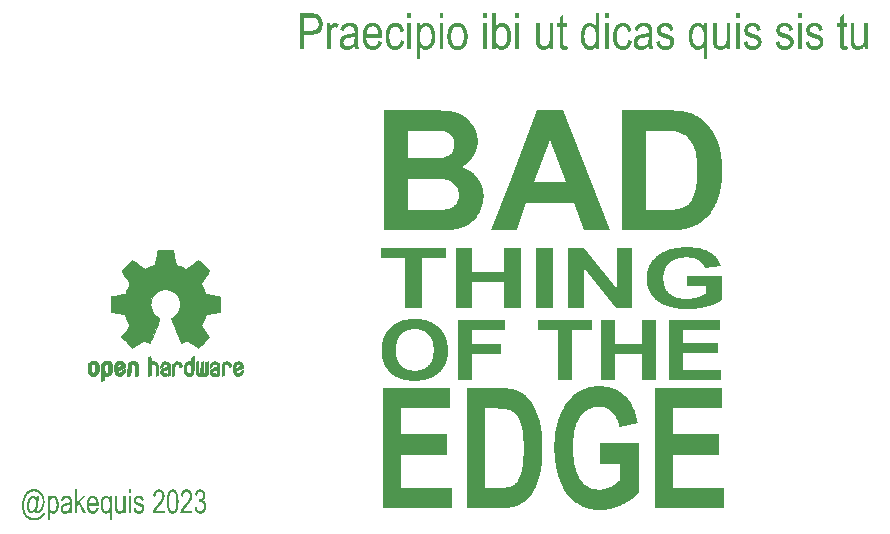
<source format=gbr>
%TF.GenerationSoftware,KiCad,Pcbnew,(7.0.0)*%
%TF.CreationDate,2023-06-10T10:58:39-03:00*%
%TF.ProjectId,panel,70616e65-6c2e-46b6-9963-61645f706362,rev?*%
%TF.SameCoordinates,Original*%
%TF.FileFunction,Legend,Top*%
%TF.FilePolarity,Positive*%
%FSLAX46Y46*%
G04 Gerber Fmt 4.6, Leading zero omitted, Abs format (unit mm)*
G04 Created by KiCad (PCBNEW (7.0.0)) date 2023-06-10 10:58:39*
%MOMM*%
%LPD*%
G01*
G04 APERTURE LIST*
%ADD10C,0.200000*%
%ADD11C,1.000000*%
%ADD12C,0.150000*%
%ADD13C,2.000000*%
%ADD14C,0.010000*%
G04 APERTURE END LIST*
D10*
G36*
X81295766Y-165711400D02*
G01*
X81295766Y-155550897D01*
X86970309Y-155550897D01*
X86970309Y-157270367D01*
X82842019Y-157270367D01*
X82842019Y-159458783D01*
X86684448Y-159458783D01*
X86684448Y-161178252D01*
X82842019Y-161178252D01*
X82842019Y-163991930D01*
X87116953Y-163991930D01*
X87116953Y-165711400D01*
X81295766Y-165711400D01*
G37*
G36*
X91323981Y-155551651D02*
G01*
X91438148Y-155553912D01*
X91548761Y-155557681D01*
X91655821Y-155562957D01*
X91759329Y-155569740D01*
X91859283Y-155578031D01*
X91955685Y-155587829D01*
X92048533Y-155599135D01*
X92137829Y-155611948D01*
X92223572Y-155626269D01*
X92305761Y-155642097D01*
X92384398Y-155659432D01*
X92459481Y-155678275D01*
X92565445Y-155709366D01*
X92663415Y-155743849D01*
X92746663Y-155778425D01*
X92828418Y-155816206D01*
X92908678Y-155857193D01*
X92987446Y-155901386D01*
X93064719Y-155948784D01*
X93140499Y-155999388D01*
X93214785Y-156053198D01*
X93287577Y-156110213D01*
X93358876Y-156170434D01*
X93428681Y-156233861D01*
X93496992Y-156300494D01*
X93563810Y-156370332D01*
X93629134Y-156443376D01*
X93692964Y-156519625D01*
X93755300Y-156599081D01*
X93816143Y-156681741D01*
X93875340Y-156766883D01*
X93932739Y-156854391D01*
X93988339Y-156944264D01*
X94042141Y-157036504D01*
X94094145Y-157131110D01*
X94144351Y-157228082D01*
X94192758Y-157327420D01*
X94239367Y-157429125D01*
X94284178Y-157533195D01*
X94327191Y-157639631D01*
X94368405Y-157748434D01*
X94407822Y-157859603D01*
X94445440Y-157973137D01*
X94481259Y-158089038D01*
X94515281Y-158207305D01*
X94547504Y-158327938D01*
X94577849Y-158451233D01*
X94606237Y-158578096D01*
X94632667Y-158708528D01*
X94657139Y-158842527D01*
X94679653Y-158980095D01*
X94700209Y-159121231D01*
X94718808Y-159265936D01*
X94735449Y-159414208D01*
X94750132Y-159566049D01*
X94762858Y-159721458D01*
X94773625Y-159880435D01*
X94782435Y-160042981D01*
X94789287Y-160209095D01*
X94794182Y-160378777D01*
X94797118Y-160552027D01*
X94798097Y-160728845D01*
X94797176Y-160884121D01*
X94794414Y-161036706D01*
X94789809Y-161186600D01*
X94783363Y-161333804D01*
X94775075Y-161478318D01*
X94764946Y-161620141D01*
X94752974Y-161759274D01*
X94739161Y-161895716D01*
X94723507Y-162029467D01*
X94706010Y-162160528D01*
X94686672Y-162288899D01*
X94665492Y-162414579D01*
X94642470Y-162537569D01*
X94617606Y-162657868D01*
X94590901Y-162775476D01*
X94562354Y-162890395D01*
X94525657Y-163027352D01*
X94487031Y-163161008D01*
X94446476Y-163291363D01*
X94403993Y-163418417D01*
X94359581Y-163542170D01*
X94313240Y-163662622D01*
X94264970Y-163779773D01*
X94214772Y-163893622D01*
X94162645Y-164004171D01*
X94108589Y-164111418D01*
X94052604Y-164215364D01*
X93994691Y-164316010D01*
X93934849Y-164413354D01*
X93873078Y-164507397D01*
X93809378Y-164598139D01*
X93743750Y-164685580D01*
X93665760Y-164781106D01*
X93582844Y-164872597D01*
X93495000Y-164960052D01*
X93433700Y-165016114D01*
X93370211Y-165070381D01*
X93304532Y-165122855D01*
X93236663Y-165173536D01*
X93166604Y-165222422D01*
X93094356Y-165269516D01*
X93019917Y-165314815D01*
X92943289Y-165358321D01*
X92864471Y-165400033D01*
X92783463Y-165439951D01*
X92700266Y-165478076D01*
X92657846Y-165496466D01*
X92558767Y-165534877D01*
X92453652Y-165569510D01*
X92380221Y-165590499D01*
X92304108Y-165609810D01*
X92225312Y-165627441D01*
X92143833Y-165643393D01*
X92059671Y-165657666D01*
X91972826Y-165670260D01*
X91883298Y-165681174D01*
X91791088Y-165690410D01*
X91696195Y-165697966D01*
X91598619Y-165703843D01*
X91498360Y-165708041D01*
X91395418Y-165710560D01*
X91289793Y-165711400D01*
X88381056Y-165711400D01*
X88381056Y-157270367D01*
X89927309Y-157270367D01*
X89927309Y-163991930D01*
X91080037Y-163991930D01*
X91159609Y-163991548D01*
X91236368Y-163990403D01*
X91346231Y-163987255D01*
X91449764Y-163982389D01*
X91546966Y-163975806D01*
X91637839Y-163967506D01*
X91722382Y-163957488D01*
X91800594Y-163945753D01*
X91895031Y-163927434D01*
X91978214Y-163906063D01*
X92015585Y-163894233D01*
X92107324Y-163860420D01*
X92195061Y-163821265D01*
X92278795Y-163776767D01*
X92358526Y-163726926D01*
X92434255Y-163671743D01*
X92505982Y-163611216D01*
X92573706Y-163545347D01*
X92637427Y-163474135D01*
X92698161Y-163393649D01*
X92755995Y-163301181D01*
X92810928Y-163196729D01*
X92850225Y-163110526D01*
X92887890Y-163017582D01*
X92923924Y-162917898D01*
X92958326Y-162811474D01*
X92991096Y-162698309D01*
X93022236Y-162578403D01*
X93042089Y-162494721D01*
X93070286Y-162362157D01*
X93095710Y-162220921D01*
X93111118Y-162121946D01*
X93125294Y-162019116D01*
X93138237Y-161912431D01*
X93149947Y-161801892D01*
X93160424Y-161687499D01*
X93169669Y-161569251D01*
X93177682Y-161447148D01*
X93184461Y-161321192D01*
X93190008Y-161191380D01*
X93194323Y-161057715D01*
X93197404Y-160920194D01*
X93199253Y-160778820D01*
X93199870Y-160633591D01*
X93199253Y-160488867D01*
X93197404Y-160348399D01*
X93194323Y-160212186D01*
X93190008Y-160080228D01*
X93184461Y-159952525D01*
X93177682Y-159829078D01*
X93169669Y-159709885D01*
X93160424Y-159594948D01*
X93149947Y-159484266D01*
X93138237Y-159377839D01*
X93125294Y-159275667D01*
X93111118Y-159177751D01*
X93087543Y-159038854D01*
X93061195Y-158909532D01*
X93042089Y-158828636D01*
X93011744Y-158712931D01*
X92979179Y-158602120D01*
X92944397Y-158496203D01*
X92907395Y-158395181D01*
X92868175Y-158299054D01*
X92826735Y-158207820D01*
X92783077Y-158121481D01*
X92737200Y-158040037D01*
X92689105Y-157963487D01*
X92621526Y-157869034D01*
X92604015Y-157846780D01*
X92531534Y-157761829D01*
X92454239Y-157684053D01*
X92372129Y-157613452D01*
X92307387Y-157565209D01*
X92239937Y-157521002D01*
X92169778Y-157480831D01*
X92096912Y-157444695D01*
X92021337Y-157412595D01*
X91943054Y-157384531D01*
X91889360Y-157368064D01*
X91798897Y-157345166D01*
X91718297Y-157329996D01*
X91626767Y-157316544D01*
X91524305Y-157304809D01*
X91449925Y-157297939D01*
X91370686Y-157291833D01*
X91286590Y-157286491D01*
X91197635Y-157281911D01*
X91103822Y-157278095D01*
X91005151Y-157275042D01*
X90901622Y-157272752D01*
X90793235Y-157271225D01*
X90679989Y-157270462D01*
X90621545Y-157270367D01*
X89927309Y-157270367D01*
X88381056Y-157270367D01*
X88381056Y-155550897D01*
X91206262Y-155550897D01*
X91323981Y-155551651D01*
G37*
G36*
X99624336Y-161959829D02*
G01*
X99624336Y-160240360D01*
X102956297Y-160240360D01*
X102956297Y-164324100D01*
X102893808Y-164400159D01*
X102827926Y-164475073D01*
X102758650Y-164548842D01*
X102685981Y-164621466D01*
X102609918Y-164692945D01*
X102530462Y-164763279D01*
X102447613Y-164832469D01*
X102361370Y-164900513D01*
X102271734Y-164967413D01*
X102178704Y-165033168D01*
X102082281Y-165097778D01*
X101982464Y-165161242D01*
X101879254Y-165223563D01*
X101772650Y-165284738D01*
X101662653Y-165344768D01*
X101549263Y-165403654D01*
X101434081Y-165459848D01*
X101318711Y-165512418D01*
X101203153Y-165561362D01*
X101087405Y-165606680D01*
X100971470Y-165648373D01*
X100855346Y-165686441D01*
X100739033Y-165720883D01*
X100622532Y-165751700D01*
X100505842Y-165778891D01*
X100388964Y-165802456D01*
X100271897Y-165822396D01*
X100154642Y-165838711D01*
X100037198Y-165851400D01*
X99919566Y-165860464D01*
X99801745Y-165865902D01*
X99683736Y-165867715D01*
X99608975Y-165867064D01*
X99461258Y-165861855D01*
X99315949Y-165851436D01*
X99173047Y-165835808D01*
X99032552Y-165814971D01*
X98894465Y-165788925D01*
X98758785Y-165757670D01*
X98625513Y-165721205D01*
X98494647Y-165679531D01*
X98366189Y-165632648D01*
X98240139Y-165580555D01*
X98116495Y-165523254D01*
X97995259Y-165460743D01*
X97876430Y-165393023D01*
X97760009Y-165320093D01*
X97645995Y-165241955D01*
X97589891Y-165200932D01*
X97480017Y-165115352D01*
X97373609Y-165025306D01*
X97270667Y-164930796D01*
X97171191Y-164831820D01*
X97075181Y-164728379D01*
X96982637Y-164620474D01*
X96893559Y-164508103D01*
X96807947Y-164391267D01*
X96725801Y-164269966D01*
X96647121Y-164144200D01*
X96571907Y-164013969D01*
X96500158Y-163879273D01*
X96431876Y-163740112D01*
X96367060Y-163596485D01*
X96305709Y-163448394D01*
X96247825Y-163295838D01*
X96193428Y-163139894D01*
X96142541Y-162982253D01*
X96095163Y-162822913D01*
X96051295Y-162661875D01*
X96010936Y-162499139D01*
X95974087Y-162334704D01*
X95940747Y-162168571D01*
X95910916Y-162000740D01*
X95884595Y-161831211D01*
X95861784Y-161659983D01*
X95842482Y-161487057D01*
X95826689Y-161312433D01*
X95814406Y-161136111D01*
X95805633Y-160958090D01*
X95800368Y-160778371D01*
X95798614Y-160596954D01*
X95799103Y-160498382D01*
X95800571Y-160400501D01*
X95806445Y-160206814D01*
X95816233Y-160015895D01*
X95829938Y-159827742D01*
X95847558Y-159642356D01*
X95869093Y-159459737D01*
X95894544Y-159279884D01*
X95923910Y-159102799D01*
X95957192Y-158928480D01*
X95994390Y-158756928D01*
X96035502Y-158588143D01*
X96080531Y-158422124D01*
X96129475Y-158258873D01*
X96182334Y-158098388D01*
X96239109Y-157940670D01*
X96299800Y-157785719D01*
X96364261Y-157634088D01*
X96432347Y-157486941D01*
X96504059Y-157344279D01*
X96579397Y-157206100D01*
X96658360Y-157072406D01*
X96740948Y-156943196D01*
X96827162Y-156818470D01*
X96917002Y-156698228D01*
X97010466Y-156582470D01*
X97107557Y-156471196D01*
X97208273Y-156364407D01*
X97312614Y-156262102D01*
X97420581Y-156164281D01*
X97532173Y-156070944D01*
X97647391Y-155982091D01*
X97766234Y-155897722D01*
X97859750Y-155836795D01*
X97956064Y-155779798D01*
X98055177Y-155726733D01*
X98157090Y-155677598D01*
X98261801Y-155632394D01*
X98369311Y-155591121D01*
X98479620Y-155553778D01*
X98592727Y-155520367D01*
X98708634Y-155490886D01*
X98827339Y-155465336D01*
X98948844Y-155443716D01*
X99073147Y-155426028D01*
X99200249Y-155412270D01*
X99330150Y-155402443D01*
X99462850Y-155396547D01*
X99598348Y-155394582D01*
X99686837Y-155395393D01*
X99774104Y-155397825D01*
X99860150Y-155401880D01*
X99944973Y-155407557D01*
X100028575Y-155414856D01*
X100110955Y-155423776D01*
X100192113Y-155434319D01*
X100272050Y-155446483D01*
X100350764Y-155460270D01*
X100428257Y-155475678D01*
X100504528Y-155492708D01*
X100579577Y-155511360D01*
X100653405Y-155531634D01*
X100726010Y-155553530D01*
X100867556Y-155602188D01*
X101004215Y-155657334D01*
X101135987Y-155718967D01*
X101262871Y-155787088D01*
X101384869Y-155861696D01*
X101501979Y-155942792D01*
X101614202Y-156030376D01*
X101721538Y-156124448D01*
X101823987Y-156225007D01*
X101921991Y-156331291D01*
X102015528Y-156442536D01*
X102104599Y-156558742D01*
X102189203Y-156679910D01*
X102269341Y-156806038D01*
X102345012Y-156937128D01*
X102416216Y-157073179D01*
X102482954Y-157214191D01*
X102545225Y-157360164D01*
X102603030Y-157511099D01*
X102656368Y-157666994D01*
X102705240Y-157827851D01*
X102749644Y-157993669D01*
X102789583Y-158164448D01*
X102825054Y-158340189D01*
X102856060Y-158520890D01*
X101320944Y-158833521D01*
X101299641Y-158735299D01*
X101276104Y-158639691D01*
X101250335Y-158546698D01*
X101207492Y-158412109D01*
X101159625Y-158283402D01*
X101106733Y-158160577D01*
X101048816Y-158043634D01*
X100985874Y-157932573D01*
X100917907Y-157827393D01*
X100844915Y-157728095D01*
X100766899Y-157634680D01*
X100712096Y-157575670D01*
X100626607Y-157493174D01*
X100537203Y-157418792D01*
X100443883Y-157352524D01*
X100346647Y-157294371D01*
X100245497Y-157244332D01*
X100140430Y-157202408D01*
X100068211Y-157178966D01*
X99994251Y-157159131D01*
X99918551Y-157142902D01*
X99841111Y-157130280D01*
X99761930Y-157121264D01*
X99681009Y-157115854D01*
X99598348Y-157114051D01*
X99473284Y-157117400D01*
X99351468Y-157127446D01*
X99232900Y-157144190D01*
X99117581Y-157167632D01*
X99005510Y-157197771D01*
X98896688Y-157234608D01*
X98791114Y-157278142D01*
X98688788Y-157328374D01*
X98589711Y-157385304D01*
X98493882Y-157448931D01*
X98401302Y-157519256D01*
X98311970Y-157596278D01*
X98225887Y-157679998D01*
X98143052Y-157770416D01*
X98063465Y-157867531D01*
X97987127Y-157971344D01*
X97914748Y-158081453D01*
X97847039Y-158198070D01*
X97783999Y-158321193D01*
X97725629Y-158450823D01*
X97671928Y-158586960D01*
X97622897Y-158729603D01*
X97578536Y-158878754D01*
X97538844Y-159034411D01*
X97503822Y-159196575D01*
X97473469Y-159365245D01*
X97447786Y-159540423D01*
X97426773Y-159722107D01*
X97410429Y-159910298D01*
X97398755Y-160104996D01*
X97394669Y-160204785D01*
X97391751Y-160306200D01*
X97390000Y-160409243D01*
X97389416Y-160513912D01*
X97390007Y-160626597D01*
X97391780Y-160737508D01*
X97394735Y-160846645D01*
X97398871Y-160954007D01*
X97404190Y-161059594D01*
X97410690Y-161163407D01*
X97418373Y-161265445D01*
X97427237Y-161365709D01*
X97437283Y-161464198D01*
X97448511Y-161560912D01*
X97474513Y-161749017D01*
X97505243Y-161930024D01*
X97540700Y-162103933D01*
X97580885Y-162270743D01*
X97625797Y-162430455D01*
X97675437Y-162583068D01*
X97729805Y-162728584D01*
X97788900Y-162867001D01*
X97852723Y-162998319D01*
X97921274Y-163122540D01*
X97994552Y-163239662D01*
X98071891Y-163349686D01*
X98152159Y-163452611D01*
X98235357Y-163548438D01*
X98321483Y-163637167D01*
X98410540Y-163718798D01*
X98502525Y-163793330D01*
X98597440Y-163860764D01*
X98695285Y-163921099D01*
X98796059Y-163974337D01*
X98899762Y-164020476D01*
X99006395Y-164059516D01*
X99115957Y-164091459D01*
X99228448Y-164116303D01*
X99343869Y-164134049D01*
X99462219Y-164144696D01*
X99583498Y-164148245D01*
X99674371Y-164145991D01*
X99765309Y-164139229D01*
X99856312Y-164127959D01*
X99947381Y-164112181D01*
X100038514Y-164091895D01*
X100129713Y-164067101D01*
X100220977Y-164037799D01*
X100312307Y-164003989D01*
X100403702Y-163965671D01*
X100495162Y-163922845D01*
X100556171Y-163891790D01*
X100646500Y-163842739D01*
X100734414Y-163791756D01*
X100819914Y-163738840D01*
X100902999Y-163683993D01*
X100983670Y-163627214D01*
X101061926Y-163568502D01*
X101137767Y-163507859D01*
X101211194Y-163445284D01*
X101282206Y-163380777D01*
X101350804Y-163314337D01*
X101395194Y-163268971D01*
X101395194Y-161959829D01*
X99624336Y-161959829D01*
G37*
G36*
X104335487Y-165711400D02*
G01*
X104335487Y-155550897D01*
X110010030Y-155550897D01*
X110010030Y-157270367D01*
X105881740Y-157270367D01*
X105881740Y-159458783D01*
X109724168Y-159458783D01*
X109724168Y-161178252D01*
X105881740Y-161178252D01*
X105881740Y-163991930D01*
X110156674Y-163991930D01*
X110156674Y-165711400D01*
X104335487Y-165711400D01*
G37*
D11*
G36*
X83186966Y-148781400D02*
G01*
X83186966Y-144560883D01*
X81155745Y-144560883D01*
X81155745Y-143701148D01*
X86596694Y-143701148D01*
X86596694Y-144560883D01*
X84570455Y-144560883D01*
X84570455Y-148781400D01*
X83186966Y-148781400D01*
G37*
G36*
X87463659Y-148781400D02*
G01*
X87463659Y-143701148D01*
X88845487Y-143701148D01*
X88845487Y-145733249D01*
X91555996Y-145733249D01*
X91555996Y-143701148D01*
X92937825Y-143701148D01*
X92937825Y-148781400D01*
X91555996Y-148781400D01*
X91555996Y-146592984D01*
X88845487Y-146592984D01*
X88845487Y-148781400D01*
X87463659Y-148781400D01*
G37*
G36*
X94286436Y-148781400D02*
G01*
X94286436Y-143701148D01*
X95668264Y-143701148D01*
X95668264Y-148781400D01*
X94286436Y-148781400D01*
G37*
G36*
X96986980Y-148781400D02*
G01*
X96986980Y-143701148D01*
X98332270Y-143701148D01*
X101134126Y-147133981D01*
X101134126Y-143701148D01*
X102417964Y-143701148D01*
X102417964Y-148781400D01*
X101031153Y-148781400D01*
X98270818Y-145399857D01*
X98270818Y-148781400D01*
X96986980Y-148781400D01*
G37*
G36*
X107026827Y-146905614D02*
G01*
X107026827Y-146045880D01*
X110008055Y-146045880D01*
X110008055Y-148087750D01*
X109952144Y-148125779D01*
X109893197Y-148163236D01*
X109831213Y-148200121D01*
X109766193Y-148236433D01*
X109698137Y-148272172D01*
X109627045Y-148307339D01*
X109552917Y-148341934D01*
X109475752Y-148375956D01*
X109395551Y-148409406D01*
X109312314Y-148442284D01*
X109226040Y-148474589D01*
X109136731Y-148506321D01*
X109044385Y-148537481D01*
X108949003Y-148568069D01*
X108850584Y-148598084D01*
X108749130Y-148627527D01*
X108646072Y-148655624D01*
X108542847Y-148681909D01*
X108439452Y-148706381D01*
X108335889Y-148729040D01*
X108232157Y-148749886D01*
X108128257Y-148768920D01*
X108024187Y-148786141D01*
X107919950Y-148801550D01*
X107815543Y-148815145D01*
X107710968Y-148826928D01*
X107606224Y-148836898D01*
X107501311Y-148845055D01*
X107396230Y-148851400D01*
X107290980Y-148855932D01*
X107185561Y-148858651D01*
X107079974Y-148859557D01*
X107013083Y-148859232D01*
X106880915Y-148856627D01*
X106750902Y-148851418D01*
X106623042Y-148843604D01*
X106497336Y-148833185D01*
X106373785Y-148820162D01*
X106252387Y-148804535D01*
X106133143Y-148786302D01*
X106016053Y-148765465D01*
X105901117Y-148742024D01*
X105788334Y-148715977D01*
X105677706Y-148687327D01*
X105569232Y-148656071D01*
X105462911Y-148622211D01*
X105358745Y-148585746D01*
X105256732Y-148546677D01*
X105206534Y-148526166D01*
X105108225Y-148483376D01*
X105013018Y-148438353D01*
X104920913Y-148391098D01*
X104831908Y-148341610D01*
X104746004Y-148289889D01*
X104663202Y-148235937D01*
X104583500Y-148179751D01*
X104506900Y-148121333D01*
X104433401Y-148060683D01*
X104363003Y-147997800D01*
X104295706Y-147932684D01*
X104231510Y-147865336D01*
X104170415Y-147795756D01*
X104112422Y-147723942D01*
X104057529Y-147649897D01*
X104005738Y-147573619D01*
X103957067Y-147495647D01*
X103911537Y-147416826D01*
X103869146Y-147337156D01*
X103829895Y-147256637D01*
X103793785Y-147175269D01*
X103760814Y-147093052D01*
X103730984Y-147009985D01*
X103704294Y-146926070D01*
X103680743Y-146841305D01*
X103660333Y-146755691D01*
X103643063Y-146669228D01*
X103628932Y-146581916D01*
X103617942Y-146493755D01*
X103610092Y-146404745D01*
X103605382Y-146314885D01*
X103603812Y-146224177D01*
X103604250Y-146174891D01*
X103605564Y-146125950D01*
X103610819Y-146029107D01*
X103619577Y-145933647D01*
X103631839Y-145839571D01*
X103647604Y-145746878D01*
X103666873Y-145655568D01*
X103689644Y-145565642D01*
X103715920Y-145477099D01*
X103745698Y-145389940D01*
X103778980Y-145304164D01*
X103815765Y-145219771D01*
X103856054Y-145136762D01*
X103899846Y-145055136D01*
X103947141Y-144974894D01*
X103997940Y-144896035D01*
X104052242Y-144818559D01*
X104109918Y-144742744D01*
X104170837Y-144669170D01*
X104235000Y-144597839D01*
X104302408Y-144528750D01*
X104373059Y-144461903D01*
X104446954Y-144397298D01*
X104524092Y-144334935D01*
X104604475Y-144274814D01*
X104688101Y-144216935D01*
X104774972Y-144161298D01*
X104865086Y-144107903D01*
X104958444Y-144056751D01*
X105055046Y-144007840D01*
X105154892Y-143961172D01*
X105257981Y-143916745D01*
X105364315Y-143874561D01*
X105447986Y-143844097D01*
X105534163Y-143815599D01*
X105622843Y-143789066D01*
X105714028Y-143764499D01*
X105807716Y-143741897D01*
X105903910Y-143721260D01*
X106002607Y-143702589D01*
X106103809Y-143685883D01*
X106207514Y-143671143D01*
X106313725Y-143658368D01*
X106422439Y-143647558D01*
X106533658Y-143638714D01*
X106647381Y-143631835D01*
X106763608Y-143626921D01*
X106882339Y-143623973D01*
X107003575Y-143622991D01*
X107082749Y-143623396D01*
X107160830Y-143624612D01*
X107237818Y-143626640D01*
X107313713Y-143629478D01*
X107388514Y-143633128D01*
X107462223Y-143637588D01*
X107534838Y-143642859D01*
X107606360Y-143648941D01*
X107676789Y-143655835D01*
X107746125Y-143663539D01*
X107814367Y-143672054D01*
X107881516Y-143681380D01*
X107947573Y-143691517D01*
X108012536Y-143702465D01*
X108139182Y-143726794D01*
X108261456Y-143754367D01*
X108379357Y-143785183D01*
X108492885Y-143819244D01*
X108602040Y-143856548D01*
X108706823Y-143897096D01*
X108807233Y-143940888D01*
X108903271Y-143987924D01*
X108994936Y-144038203D01*
X109082623Y-144091345D01*
X109166315Y-144146968D01*
X109246010Y-144205071D01*
X109321708Y-144265655D01*
X109393410Y-144328719D01*
X109461116Y-144394264D01*
X109524825Y-144462289D01*
X109584538Y-144532795D01*
X109640254Y-144605782D01*
X109691974Y-144681249D01*
X109739698Y-144759197D01*
X109783425Y-144839625D01*
X109823155Y-144922534D01*
X109858890Y-145007924D01*
X109890628Y-145095794D01*
X109918369Y-145186145D01*
X108544845Y-145342460D01*
X108525784Y-145293349D01*
X108504725Y-145245545D01*
X108481668Y-145199049D01*
X108443335Y-145131754D01*
X108400506Y-145067401D01*
X108353182Y-145005988D01*
X108301361Y-144947517D01*
X108245045Y-144891986D01*
X108184233Y-144839396D01*
X108118924Y-144789747D01*
X108049120Y-144743040D01*
X108000086Y-144713535D01*
X107923596Y-144672287D01*
X107843602Y-144635096D01*
X107760106Y-144601962D01*
X107673106Y-144572885D01*
X107582602Y-144547866D01*
X107488595Y-144526904D01*
X107423978Y-144515183D01*
X107357803Y-144505265D01*
X107290072Y-144497151D01*
X107220783Y-144490840D01*
X107149937Y-144486332D01*
X107077535Y-144483627D01*
X107003575Y-144482725D01*
X106891675Y-144484400D01*
X106782682Y-144489423D01*
X106676595Y-144497795D01*
X106573414Y-144509516D01*
X106473140Y-144524585D01*
X106375773Y-144543004D01*
X106281312Y-144564771D01*
X106189758Y-144589887D01*
X106101110Y-144618352D01*
X106015368Y-144650165D01*
X105932533Y-144685328D01*
X105852605Y-144723839D01*
X105775583Y-144765699D01*
X105701467Y-144810908D01*
X105630258Y-144859465D01*
X105561956Y-144911372D01*
X105497196Y-144966426D01*
X105436613Y-145024735D01*
X105380209Y-145086296D01*
X105327983Y-145151111D01*
X105279935Y-145219180D01*
X105236066Y-145290501D01*
X105196374Y-145365077D01*
X105160860Y-145442905D01*
X105129525Y-145523987D01*
X105102367Y-145608322D01*
X105079388Y-145695911D01*
X105060586Y-145786753D01*
X105045963Y-145880849D01*
X105035518Y-145978198D01*
X105031862Y-146028092D01*
X105029251Y-146078800D01*
X105027684Y-146130321D01*
X105027162Y-146182656D01*
X105027690Y-146238998D01*
X105029277Y-146294454D01*
X105031920Y-146349022D01*
X105035622Y-146402703D01*
X105040380Y-146455497D01*
X105046197Y-146507403D01*
X105053070Y-146558422D01*
X105061002Y-146608554D01*
X105069990Y-146657799D01*
X105080036Y-146706156D01*
X105103301Y-146800208D01*
X105130796Y-146890712D01*
X105162521Y-146977666D01*
X105198476Y-147061071D01*
X105238661Y-147140927D01*
X105283076Y-147217234D01*
X105331720Y-147289992D01*
X105384595Y-147359200D01*
X105441700Y-147424859D01*
X105503035Y-147486970D01*
X105568599Y-147545531D01*
X105637797Y-147600543D01*
X105709616Y-147652005D01*
X105784056Y-147699919D01*
X105861117Y-147744283D01*
X105940799Y-147785099D01*
X106023102Y-147822365D01*
X106108026Y-147856082D01*
X106195571Y-147886249D01*
X106285737Y-147912868D01*
X106378524Y-147935938D01*
X106473932Y-147955458D01*
X106571961Y-147971429D01*
X106672611Y-147983851D01*
X106775882Y-147992724D01*
X106881775Y-147998048D01*
X106990288Y-147999822D01*
X107071595Y-147998695D01*
X107152961Y-147995314D01*
X107234384Y-147989679D01*
X107315867Y-147981790D01*
X107397407Y-147971647D01*
X107479006Y-147959250D01*
X107560664Y-147944599D01*
X107642380Y-147927694D01*
X107724154Y-147908535D01*
X107805987Y-147887122D01*
X107860574Y-147871595D01*
X107941395Y-147847069D01*
X108020055Y-147821578D01*
X108096554Y-147795120D01*
X108170894Y-147767696D01*
X108243073Y-147739307D01*
X108313091Y-147709951D01*
X108380949Y-147679629D01*
X108446647Y-147648342D01*
X108510184Y-147616088D01*
X108571561Y-147582868D01*
X108611279Y-147560185D01*
X108611279Y-146905614D01*
X107026827Y-146905614D01*
G37*
D12*
G36*
X51773494Y-164093773D02*
G01*
X51789323Y-164094184D01*
X51805050Y-164094868D01*
X51820674Y-164095826D01*
X51836197Y-164097059D01*
X51851616Y-164098565D01*
X51866934Y-164100344D01*
X51882149Y-164102398D01*
X51897262Y-164104726D01*
X51912273Y-164107327D01*
X51927181Y-164110202D01*
X51941987Y-164113351D01*
X51956690Y-164116774D01*
X51971292Y-164120470D01*
X51985791Y-164124441D01*
X52000187Y-164128685D01*
X52014481Y-164133203D01*
X52042763Y-164143060D01*
X52070635Y-164154013D01*
X52098098Y-164166061D01*
X52125152Y-164179204D01*
X52151796Y-164193443D01*
X52178032Y-164208777D01*
X52203857Y-164225206D01*
X52216617Y-164233831D01*
X52241741Y-164251831D01*
X52266190Y-164270903D01*
X52289964Y-164291047D01*
X52313062Y-164312264D01*
X52335485Y-164334553D01*
X52357232Y-164357914D01*
X52378304Y-164382348D01*
X52398700Y-164407854D01*
X52418421Y-164434433D01*
X52437466Y-164462084D01*
X52455836Y-164490807D01*
X52473530Y-164520603D01*
X52490549Y-164551471D01*
X52506892Y-164583412D01*
X52522560Y-164616424D01*
X52530140Y-164633333D01*
X52537552Y-164650510D01*
X52549663Y-164680469D01*
X52560993Y-164710754D01*
X52571542Y-164741362D01*
X52581310Y-164772295D01*
X52590295Y-164803553D01*
X52598500Y-164835134D01*
X52605923Y-164867040D01*
X52612565Y-164899271D01*
X52618425Y-164931826D01*
X52623504Y-164964705D01*
X52627802Y-164997909D01*
X52631318Y-165031437D01*
X52634053Y-165065289D01*
X52636007Y-165099466D01*
X52637179Y-165133967D01*
X52637569Y-165168793D01*
X52637364Y-165193679D01*
X52636749Y-165218391D01*
X52635724Y-165242929D01*
X52634289Y-165267292D01*
X52632444Y-165291480D01*
X52630189Y-165315493D01*
X52627524Y-165339332D01*
X52624449Y-165362997D01*
X52620964Y-165386486D01*
X52617069Y-165409801D01*
X52612764Y-165432942D01*
X52608048Y-165455908D01*
X52602923Y-165478699D01*
X52597388Y-165501316D01*
X52591443Y-165523758D01*
X52585088Y-165546026D01*
X52578322Y-165568119D01*
X52571147Y-165590037D01*
X52563562Y-165611781D01*
X52555567Y-165633350D01*
X52547161Y-165654745D01*
X52538346Y-165675965D01*
X52529121Y-165697011D01*
X52519486Y-165717881D01*
X52509440Y-165738578D01*
X52498985Y-165759099D01*
X52488120Y-165779446D01*
X52476844Y-165799619D01*
X52465159Y-165819617D01*
X52453063Y-165839440D01*
X52440558Y-165859089D01*
X52427643Y-165878563D01*
X52415885Y-165895693D01*
X52404058Y-165912280D01*
X52392163Y-165928322D01*
X52380198Y-165943821D01*
X52368166Y-165958776D01*
X52356064Y-165973188D01*
X52343894Y-165987055D01*
X52331655Y-166000379D01*
X52319348Y-166013159D01*
X52306971Y-166025395D01*
X52294526Y-166037087D01*
X52282013Y-166048235D01*
X52269431Y-166058840D01*
X52256779Y-166068900D01*
X52231271Y-166087390D01*
X52205488Y-166103705D01*
X52179431Y-166117844D01*
X52153098Y-166129808D01*
X52126491Y-166139597D01*
X52099609Y-166147211D01*
X52072452Y-166152649D01*
X52045021Y-166155912D01*
X52017315Y-166157000D01*
X51999970Y-166156549D01*
X51983472Y-166155198D01*
X51967821Y-166152947D01*
X51953018Y-166149794D01*
X51935705Y-166144587D01*
X51919716Y-166137973D01*
X51905050Y-166129952D01*
X51902276Y-166128179D01*
X51889216Y-166118576D01*
X51875030Y-166105479D01*
X51862468Y-166090664D01*
X51851529Y-166074132D01*
X51842212Y-166055882D01*
X51838163Y-166046113D01*
X51831843Y-166025719D01*
X51827704Y-166006416D01*
X51824080Y-165983679D01*
X51821454Y-165962107D01*
X51819186Y-165938150D01*
X51818379Y-165927900D01*
X51805732Y-165946961D01*
X51792795Y-165965309D01*
X51779568Y-165982945D01*
X51766052Y-165999867D01*
X51752245Y-166016078D01*
X51738149Y-166031575D01*
X51723763Y-166046360D01*
X51709088Y-166060432D01*
X51694122Y-166073791D01*
X51678867Y-166086438D01*
X51668536Y-166094473D01*
X51653005Y-166105647D01*
X51637461Y-166115722D01*
X51621904Y-166124698D01*
X51606334Y-166132575D01*
X51590751Y-166139353D01*
X51575156Y-166145032D01*
X51559547Y-166149611D01*
X51543926Y-166153092D01*
X51528292Y-166155473D01*
X51512645Y-166156755D01*
X51502206Y-166157000D01*
X51485075Y-166156368D01*
X51468027Y-166154475D01*
X51451063Y-166151319D01*
X51434183Y-166146902D01*
X51417386Y-166141222D01*
X51400673Y-166134279D01*
X51384044Y-166126075D01*
X51367499Y-166116608D01*
X51351037Y-166105879D01*
X51334659Y-166093888D01*
X51323787Y-166085192D01*
X51307859Y-166071050D01*
X51292497Y-166055551D01*
X51277702Y-166038695D01*
X51263474Y-166020483D01*
X51249813Y-166000914D01*
X51236718Y-165979988D01*
X51224190Y-165957706D01*
X51212229Y-165934067D01*
X51200835Y-165909071D01*
X51193553Y-165891653D01*
X51186524Y-165873633D01*
X51183103Y-165864397D01*
X51176582Y-165845659D01*
X51170481Y-165826692D01*
X51164801Y-165807496D01*
X51159541Y-165788071D01*
X51154703Y-165768417D01*
X51150285Y-165748534D01*
X51146288Y-165728422D01*
X51142712Y-165708081D01*
X51139556Y-165687511D01*
X51136821Y-165666713D01*
X51134507Y-165645685D01*
X51132614Y-165624428D01*
X51131141Y-165602942D01*
X51130089Y-165581228D01*
X51129458Y-165559284D01*
X51129410Y-165554208D01*
X51319757Y-165554208D01*
X51320019Y-165577570D01*
X51320805Y-165600271D01*
X51322114Y-165622312D01*
X51323947Y-165643693D01*
X51326304Y-165664413D01*
X51329185Y-165684474D01*
X51332590Y-165703874D01*
X51338679Y-165731736D01*
X51345946Y-165758113D01*
X51354392Y-165783004D01*
X51364017Y-165806410D01*
X51374820Y-165828330D01*
X51386802Y-165848765D01*
X51399543Y-165867534D01*
X51412626Y-165884457D01*
X51426050Y-165899534D01*
X51439816Y-165912764D01*
X51453923Y-165924149D01*
X51468371Y-165933687D01*
X51483160Y-165941379D01*
X51498291Y-165947225D01*
X51513763Y-165951225D01*
X51529576Y-165953379D01*
X51540308Y-165953789D01*
X51558435Y-165952656D01*
X51573156Y-165950119D01*
X51588071Y-165946131D01*
X51603180Y-165940692D01*
X51618485Y-165933804D01*
X51633983Y-165925465D01*
X51649677Y-165915677D01*
X51661575Y-165907383D01*
X51677512Y-165895087D01*
X51693265Y-165881402D01*
X51708836Y-165866328D01*
X51720394Y-165854110D01*
X51731848Y-165841111D01*
X51743200Y-165827331D01*
X51754448Y-165812770D01*
X51765594Y-165797427D01*
X51776636Y-165781302D01*
X51783941Y-165770119D01*
X51794676Y-165752562D01*
X51805038Y-165734146D01*
X51815026Y-165714872D01*
X51824641Y-165694739D01*
X51833883Y-165673748D01*
X51842751Y-165651898D01*
X51851245Y-165629189D01*
X51859366Y-165605621D01*
X51867113Y-165581195D01*
X51874487Y-165555910D01*
X51879195Y-165538577D01*
X51885874Y-165512194D01*
X51891895Y-165485803D01*
X51897260Y-165459403D01*
X51901967Y-165432995D01*
X51906018Y-165406578D01*
X51909412Y-165380153D01*
X51912149Y-165353719D01*
X51914229Y-165327276D01*
X51915652Y-165300825D01*
X51916418Y-165274365D01*
X51916564Y-165256720D01*
X51916293Y-165233542D01*
X51915477Y-165211024D01*
X51914117Y-165189166D01*
X51912214Y-165167969D01*
X51909767Y-165147431D01*
X51906776Y-165127554D01*
X51903241Y-165108337D01*
X51896919Y-165080750D01*
X51889373Y-165054648D01*
X51880604Y-165030031D01*
X51870612Y-165006900D01*
X51859395Y-164985254D01*
X51846955Y-164965094D01*
X51833636Y-164946500D01*
X51819783Y-164929735D01*
X51805395Y-164914798D01*
X51790472Y-164901690D01*
X51775015Y-164890412D01*
X51759024Y-164880962D01*
X51742497Y-164873342D01*
X51725437Y-164867550D01*
X51707842Y-164863587D01*
X51689712Y-164861453D01*
X51677329Y-164861047D01*
X51660962Y-164861749D01*
X51644837Y-164863856D01*
X51628951Y-164867367D01*
X51613306Y-164872282D01*
X51597902Y-164878602D01*
X51582738Y-164886326D01*
X51567814Y-164895455D01*
X51553131Y-164905988D01*
X51538625Y-164918078D01*
X51524234Y-164931877D01*
X51509957Y-164947387D01*
X51495795Y-164964606D01*
X51485249Y-164978642D01*
X51474766Y-164993640D01*
X51464349Y-165009600D01*
X51453995Y-165026521D01*
X51443706Y-165044405D01*
X51440291Y-165050579D01*
X51430246Y-165069642D01*
X51420580Y-165089460D01*
X51411295Y-165110033D01*
X51402389Y-165131363D01*
X51393864Y-165153448D01*
X51385718Y-165176288D01*
X51377953Y-165199884D01*
X51370567Y-165224236D01*
X51363562Y-165249343D01*
X51356936Y-165275206D01*
X51352730Y-165292868D01*
X51346837Y-165319320D01*
X51341524Y-165345367D01*
X51336791Y-165371011D01*
X51332637Y-165396252D01*
X51329063Y-165421089D01*
X51326068Y-165445522D01*
X51323653Y-165469552D01*
X51321818Y-165493178D01*
X51320562Y-165516401D01*
X51319886Y-165539220D01*
X51319757Y-165554208D01*
X51129410Y-165554208D01*
X51129248Y-165537111D01*
X51129575Y-165509691D01*
X51130559Y-165482263D01*
X51132197Y-165454828D01*
X51134491Y-165427385D01*
X51137441Y-165399934D01*
X51141046Y-165372476D01*
X51145306Y-165345010D01*
X51150222Y-165317537D01*
X51155793Y-165290056D01*
X51162020Y-165262567D01*
X51168902Y-165235071D01*
X51176440Y-165207566D01*
X51184633Y-165180055D01*
X51193482Y-165152536D01*
X51202986Y-165125009D01*
X51213145Y-165097474D01*
X51223791Y-165070365D01*
X51234755Y-165044115D01*
X51246036Y-165018723D01*
X51257635Y-164994190D01*
X51269552Y-164970515D01*
X51281787Y-164947700D01*
X51294339Y-164925743D01*
X51307209Y-164904644D01*
X51320397Y-164884405D01*
X51333902Y-164865024D01*
X51347725Y-164846501D01*
X51361866Y-164828837D01*
X51376325Y-164812032D01*
X51391101Y-164796086D01*
X51406195Y-164780998D01*
X51421606Y-164766769D01*
X51437193Y-164753401D01*
X51452719Y-164740895D01*
X51468185Y-164729251D01*
X51483591Y-164718470D01*
X51498936Y-164708552D01*
X51514222Y-164699496D01*
X51529448Y-164691302D01*
X51544613Y-164683971D01*
X51559719Y-164677502D01*
X51574764Y-164671896D01*
X51589749Y-164667152D01*
X51604674Y-164663271D01*
X51619539Y-164660253D01*
X51634344Y-164658096D01*
X51649088Y-164656803D01*
X51663773Y-164656371D01*
X51680529Y-164656921D01*
X51697137Y-164658570D01*
X51713596Y-164661317D01*
X51729908Y-164665164D01*
X51746071Y-164670110D01*
X51762086Y-164676155D01*
X51777953Y-164683299D01*
X51793672Y-164691542D01*
X51809243Y-164700885D01*
X51824666Y-164711326D01*
X51834865Y-164718898D01*
X51849981Y-164731197D01*
X51864691Y-164744646D01*
X51878995Y-164759246D01*
X51892894Y-164774997D01*
X51906387Y-164791899D01*
X51919474Y-164809951D01*
X51932155Y-164829153D01*
X51944431Y-164849506D01*
X51956301Y-164871010D01*
X51967765Y-164893665D01*
X51975183Y-164909407D01*
X52009987Y-164687635D01*
X52194635Y-164687635D01*
X52046257Y-165620642D01*
X52042531Y-165644267D01*
X52039045Y-165666537D01*
X52035799Y-165687452D01*
X52032794Y-165707013D01*
X52028736Y-165733813D01*
X52025220Y-165757565D01*
X52022245Y-165778269D01*
X52019119Y-165801132D01*
X52016565Y-165822091D01*
X52015483Y-165836064D01*
X52017135Y-165856410D01*
X52022090Y-165875134D01*
X52030350Y-165892234D01*
X52036366Y-165901033D01*
X52048985Y-165914020D01*
X52062937Y-165922757D01*
X52078222Y-165927244D01*
X52087290Y-165927900D01*
X52105181Y-165925848D01*
X52120691Y-165921254D01*
X52137266Y-165914033D01*
X52154906Y-165904187D01*
X52168835Y-165895080D01*
X52183362Y-165884495D01*
X52198489Y-165872434D01*
X52214214Y-165858895D01*
X52230539Y-165843880D01*
X52245047Y-165829787D01*
X52259172Y-165815105D01*
X52272914Y-165799836D01*
X52286272Y-165783980D01*
X52299246Y-165767535D01*
X52311837Y-165750503D01*
X52324045Y-165732883D01*
X52335868Y-165714676D01*
X52347309Y-165695880D01*
X52358365Y-165676497D01*
X52369039Y-165656527D01*
X52379328Y-165635968D01*
X52389234Y-165614822D01*
X52398757Y-165593089D01*
X52407896Y-165570767D01*
X52416652Y-165547858D01*
X52424948Y-165524609D01*
X52432709Y-165501269D01*
X52439934Y-165477836D01*
X52446625Y-165454313D01*
X52452780Y-165430698D01*
X52458400Y-165406991D01*
X52463485Y-165383192D01*
X52468034Y-165359302D01*
X52472049Y-165335321D01*
X52475528Y-165311248D01*
X52478471Y-165287083D01*
X52480880Y-165262826D01*
X52482753Y-165238478D01*
X52484091Y-165214039D01*
X52484894Y-165189508D01*
X52485162Y-165164885D01*
X52484817Y-165136185D01*
X52483782Y-165107725D01*
X52482058Y-165079505D01*
X52479643Y-165051526D01*
X52476539Y-165023787D01*
X52472746Y-164996289D01*
X52468262Y-164969031D01*
X52463088Y-164942013D01*
X52457225Y-164915236D01*
X52450672Y-164888700D01*
X52443429Y-164862404D01*
X52435497Y-164836348D01*
X52426874Y-164810533D01*
X52417562Y-164784958D01*
X52407560Y-164759623D01*
X52396868Y-164734529D01*
X52385538Y-164709809D01*
X52373529Y-164685719D01*
X52360843Y-164662258D01*
X52347478Y-164639427D01*
X52333434Y-164617226D01*
X52318712Y-164595654D01*
X52303312Y-164574712D01*
X52287234Y-164554400D01*
X52270477Y-164534718D01*
X52253041Y-164515665D01*
X52234928Y-164497242D01*
X52216136Y-164479448D01*
X52196666Y-164462284D01*
X52176517Y-164445750D01*
X52155690Y-164429846D01*
X52134185Y-164414571D01*
X52112242Y-164400019D01*
X52090009Y-164386407D01*
X52067488Y-164373733D01*
X52044677Y-164361998D01*
X52021578Y-164351201D01*
X51998189Y-164341344D01*
X51974512Y-164332425D01*
X51950545Y-164324445D01*
X51926289Y-164317404D01*
X51901744Y-164311302D01*
X51876910Y-164306139D01*
X51851787Y-164301914D01*
X51826374Y-164298628D01*
X51800673Y-164296281D01*
X51774683Y-164294873D01*
X51748403Y-164294404D01*
X51733377Y-164294551D01*
X51718433Y-164294995D01*
X51703570Y-164295734D01*
X51688789Y-164296770D01*
X51674089Y-164298101D01*
X51659471Y-164299727D01*
X51630480Y-164303868D01*
X51601815Y-164309192D01*
X51573476Y-164315698D01*
X51545463Y-164323388D01*
X51517777Y-164332261D01*
X51490417Y-164342317D01*
X51463383Y-164353556D01*
X51436676Y-164365978D01*
X51410295Y-164379583D01*
X51384240Y-164394371D01*
X51358512Y-164410343D01*
X51333109Y-164427497D01*
X51308033Y-164445834D01*
X51283470Y-164465276D01*
X51259605Y-164485745D01*
X51236438Y-164507240D01*
X51213969Y-164529762D01*
X51192199Y-164553311D01*
X51171128Y-164577886D01*
X51150754Y-164603487D01*
X51131079Y-164630115D01*
X51112103Y-164657770D01*
X51093825Y-164686451D01*
X51076245Y-164716159D01*
X51059364Y-164746894D01*
X51043181Y-164778655D01*
X51027696Y-164811443D01*
X51012910Y-164845257D01*
X51005779Y-164862549D01*
X50998822Y-164880098D01*
X50992060Y-164897785D01*
X50985513Y-164915553D01*
X50979180Y-164933402D01*
X50973062Y-164951333D01*
X50967159Y-164969344D01*
X50961470Y-164987437D01*
X50955996Y-165005611D01*
X50950737Y-165023865D01*
X50940862Y-165060618D01*
X50931846Y-165097695D01*
X50923689Y-165135097D01*
X50916390Y-165172823D01*
X50909950Y-165210873D01*
X50904369Y-165249248D01*
X50901900Y-165268557D01*
X50899646Y-165287947D01*
X50897607Y-165307418D01*
X50895782Y-165326971D01*
X50894172Y-165346604D01*
X50892777Y-165366319D01*
X50891596Y-165386114D01*
X50890630Y-165405991D01*
X50889879Y-165425949D01*
X50889342Y-165445988D01*
X50889020Y-165466108D01*
X50888913Y-165486309D01*
X50889020Y-165507375D01*
X50889342Y-165528257D01*
X50889879Y-165548957D01*
X50890630Y-165569473D01*
X50891596Y-165589807D01*
X50892777Y-165609957D01*
X50894172Y-165629923D01*
X50895782Y-165649707D01*
X50897607Y-165669308D01*
X50899646Y-165688725D01*
X50904369Y-165727010D01*
X50909950Y-165764562D01*
X50916390Y-165801382D01*
X50923689Y-165837469D01*
X50931846Y-165872823D01*
X50940862Y-165907444D01*
X50950737Y-165941333D01*
X50961470Y-165974489D01*
X50973062Y-166006912D01*
X50985513Y-166038603D01*
X50998822Y-166069561D01*
X51012941Y-166099652D01*
X51027822Y-166128744D01*
X51043464Y-166156835D01*
X51059867Y-166183927D01*
X51077032Y-166210019D01*
X51094958Y-166235111D01*
X51113646Y-166259204D01*
X51133094Y-166282296D01*
X51153305Y-166304389D01*
X51174276Y-166325481D01*
X51196009Y-166345574D01*
X51218503Y-166364667D01*
X51241759Y-166382760D01*
X51265776Y-166399853D01*
X51290554Y-166415947D01*
X51316093Y-166431040D01*
X51342234Y-166445177D01*
X51368724Y-166458403D01*
X51395563Y-166470716D01*
X51422751Y-166482117D01*
X51450289Y-166492606D01*
X51478175Y-166502183D01*
X51506411Y-166510848D01*
X51534996Y-166518601D01*
X51549420Y-166522135D01*
X51563930Y-166525442D01*
X51578528Y-166528520D01*
X51593214Y-166531370D01*
X51607986Y-166533993D01*
X51622846Y-166536387D01*
X51637793Y-166538553D01*
X51652828Y-166540491D01*
X51667950Y-166542201D01*
X51683159Y-166543684D01*
X51698455Y-166544938D01*
X51713839Y-166545964D01*
X51729310Y-166546762D01*
X51744868Y-166547332D01*
X51760514Y-166547674D01*
X51776247Y-166547788D01*
X51793037Y-166547668D01*
X51809656Y-166547307D01*
X51826104Y-166546706D01*
X51842381Y-166545865D01*
X51858488Y-166544783D01*
X51874423Y-166543460D01*
X51890187Y-166541898D01*
X51905780Y-166540094D01*
X51921202Y-166538051D01*
X51936453Y-166535767D01*
X51951533Y-166533242D01*
X51966442Y-166530477D01*
X51981179Y-166527472D01*
X51995746Y-166524226D01*
X52024367Y-166517013D01*
X52052304Y-166508839D01*
X52079556Y-166499703D01*
X52106125Y-166489605D01*
X52132010Y-166478545D01*
X52157210Y-166466524D01*
X52181726Y-166453541D01*
X52205559Y-166439596D01*
X52228707Y-166424690D01*
X52251154Y-166409096D01*
X52272882Y-166393091D01*
X52293892Y-166376673D01*
X52314184Y-166359843D01*
X52333757Y-166342601D01*
X52352612Y-166324947D01*
X52370749Y-166306881D01*
X52388167Y-166288402D01*
X52404867Y-166269511D01*
X52420848Y-166250209D01*
X52436111Y-166230494D01*
X52450655Y-166210367D01*
X52464481Y-166189827D01*
X52477588Y-166168876D01*
X52489978Y-166147512D01*
X52501648Y-166125736D01*
X52688128Y-166125736D01*
X52681284Y-166144015D01*
X52673851Y-166162335D01*
X52665828Y-166180697D01*
X52657216Y-166199101D01*
X52648014Y-166217547D01*
X52638222Y-166236035D01*
X52627841Y-166254565D01*
X52616870Y-166273137D01*
X52605309Y-166291751D01*
X52593159Y-166310407D01*
X52580419Y-166329105D01*
X52567090Y-166347845D01*
X52553171Y-166366627D01*
X52538662Y-166385451D01*
X52523564Y-166404316D01*
X52507876Y-166423224D01*
X52491705Y-166441905D01*
X52475155Y-166460090D01*
X52458228Y-166477778D01*
X52440923Y-166494971D01*
X52423241Y-166511667D01*
X52405180Y-166527867D01*
X52386741Y-166543571D01*
X52367925Y-166558779D01*
X52348731Y-166573491D01*
X52329159Y-166587706D01*
X52309210Y-166601426D01*
X52288882Y-166614650D01*
X52268177Y-166627377D01*
X52247094Y-166639608D01*
X52225633Y-166651343D01*
X52203794Y-166662582D01*
X52181484Y-166673289D01*
X52158611Y-166683305D01*
X52135174Y-166692630D01*
X52111173Y-166701264D01*
X52086608Y-166709208D01*
X52061479Y-166716461D01*
X52035786Y-166723023D01*
X52009529Y-166728894D01*
X51982709Y-166734075D01*
X51955325Y-166738565D01*
X51927377Y-166742364D01*
X51898864Y-166745472D01*
X51869789Y-166747890D01*
X51855039Y-166748840D01*
X51840149Y-166749617D01*
X51825118Y-166750221D01*
X51809945Y-166750653D01*
X51794632Y-166750912D01*
X51779178Y-166750998D01*
X51750739Y-166750691D01*
X51722575Y-166749769D01*
X51694685Y-166748233D01*
X51667070Y-166746083D01*
X51639730Y-166743318D01*
X51612665Y-166739938D01*
X51585875Y-166735945D01*
X51559359Y-166731337D01*
X51533118Y-166726114D01*
X51507152Y-166720277D01*
X51481461Y-166713825D01*
X51456045Y-166706760D01*
X51430903Y-166699079D01*
X51406036Y-166690785D01*
X51381444Y-166681875D01*
X51357126Y-166672352D01*
X51333215Y-166662210D01*
X51309751Y-166651446D01*
X51286733Y-166640060D01*
X51264161Y-166628052D01*
X51242036Y-166615422D01*
X51220358Y-166602170D01*
X51199126Y-166588296D01*
X51178340Y-166573800D01*
X51158002Y-166558682D01*
X51138109Y-166542941D01*
X51118663Y-166526579D01*
X51099664Y-166509595D01*
X51081111Y-166491988D01*
X51063004Y-166473760D01*
X51045345Y-166454909D01*
X51028131Y-166435436D01*
X51011401Y-166415468D01*
X50995193Y-166395129D01*
X50979505Y-166374420D01*
X50964338Y-166353340D01*
X50949692Y-166331891D01*
X50935567Y-166310071D01*
X50921963Y-166287881D01*
X50908880Y-166265321D01*
X50896317Y-166242391D01*
X50884276Y-166219091D01*
X50872755Y-166195420D01*
X50861756Y-166171379D01*
X50851277Y-166146968D01*
X50841320Y-166122187D01*
X50831883Y-166097036D01*
X50822967Y-166071515D01*
X50812497Y-166038744D01*
X50802703Y-166005645D01*
X50793584Y-165972218D01*
X50785140Y-165938463D01*
X50777372Y-165904380D01*
X50770279Y-165869968D01*
X50763862Y-165835229D01*
X50758121Y-165800161D01*
X50753055Y-165764765D01*
X50748664Y-165729040D01*
X50744949Y-165692988D01*
X50741909Y-165656607D01*
X50739545Y-165619898D01*
X50737856Y-165582861D01*
X50736843Y-165545496D01*
X50736505Y-165507802D01*
X50736606Y-165486768D01*
X50736907Y-165465796D01*
X50737410Y-165444888D01*
X50738114Y-165424042D01*
X50739019Y-165403259D01*
X50740124Y-165382540D01*
X50741431Y-165361883D01*
X50742939Y-165341289D01*
X50744649Y-165320759D01*
X50746559Y-165300291D01*
X50748670Y-165279886D01*
X50750982Y-165259544D01*
X50753496Y-165239266D01*
X50756210Y-165219050D01*
X50759126Y-165198897D01*
X50762242Y-165178807D01*
X50765560Y-165158780D01*
X50769079Y-165138816D01*
X50772798Y-165118915D01*
X50776719Y-165099077D01*
X50780841Y-165079302D01*
X50785164Y-165059590D01*
X50789688Y-165039941D01*
X50794414Y-165020354D01*
X50799340Y-165000831D01*
X50804467Y-164981371D01*
X50809796Y-164961974D01*
X50815325Y-164942639D01*
X50821056Y-164923368D01*
X50826987Y-164904160D01*
X50833120Y-164885014D01*
X50839454Y-164865932D01*
X50847433Y-164842687D01*
X50855618Y-164819785D01*
X50864008Y-164797227D01*
X50872604Y-164775012D01*
X50881405Y-164753141D01*
X50890411Y-164731614D01*
X50899623Y-164710429D01*
X50909040Y-164689588D01*
X50918662Y-164669091D01*
X50928490Y-164648937D01*
X50938523Y-164629127D01*
X50948762Y-164609660D01*
X50959206Y-164590537D01*
X50969855Y-164571757D01*
X50980709Y-164553320D01*
X50991769Y-164535227D01*
X51003035Y-164517477D01*
X51014506Y-164500071D01*
X51026182Y-164483009D01*
X51038063Y-164466289D01*
X51050150Y-164449914D01*
X51062442Y-164433881D01*
X51074940Y-164418193D01*
X51087642Y-164402847D01*
X51100551Y-164387846D01*
X51113664Y-164373187D01*
X51126983Y-164358872D01*
X51140508Y-164344901D01*
X51154237Y-164331273D01*
X51168172Y-164317988D01*
X51182313Y-164305047D01*
X51196659Y-164292450D01*
X51211203Y-164280218D01*
X51225941Y-164268375D01*
X51240870Y-164256919D01*
X51255993Y-164245853D01*
X51271307Y-164235174D01*
X51286814Y-164224884D01*
X51302514Y-164214982D01*
X51318406Y-164205469D01*
X51334491Y-164196343D01*
X51350768Y-164187606D01*
X51367237Y-164179258D01*
X51383899Y-164171298D01*
X51400754Y-164163726D01*
X51417801Y-164156542D01*
X51435041Y-164149746D01*
X51452473Y-164143339D01*
X51470097Y-164137321D01*
X51487914Y-164131690D01*
X51505923Y-164126448D01*
X51524125Y-164121594D01*
X51542520Y-164117129D01*
X51561107Y-164113051D01*
X51579886Y-164109362D01*
X51598858Y-164106062D01*
X51618022Y-164103149D01*
X51637379Y-164100625D01*
X51656928Y-164098490D01*
X51676670Y-164096742D01*
X51696605Y-164095383D01*
X51716731Y-164094413D01*
X51737051Y-164093830D01*
X51757562Y-164093636D01*
X51773494Y-164093773D01*
G37*
G36*
X53395767Y-164656749D02*
G01*
X53412916Y-164657883D01*
X53429805Y-164659772D01*
X53446433Y-164662416D01*
X53462801Y-164665817D01*
X53478908Y-164669973D01*
X53494754Y-164674884D01*
X53510341Y-164680551D01*
X53525666Y-164686974D01*
X53540732Y-164694153D01*
X53555537Y-164702087D01*
X53570081Y-164710777D01*
X53584365Y-164720222D01*
X53598388Y-164730423D01*
X53612151Y-164741379D01*
X53625654Y-164753092D01*
X53638866Y-164765491D01*
X53651666Y-164778508D01*
X53664053Y-164792144D01*
X53676029Y-164806398D01*
X53687592Y-164821270D01*
X53698743Y-164836760D01*
X53709483Y-164852869D01*
X53719809Y-164869595D01*
X53729724Y-164886941D01*
X53739227Y-164904904D01*
X53748317Y-164923485D01*
X53756995Y-164942685D01*
X53765261Y-164962503D01*
X53773115Y-164982939D01*
X53780557Y-165003994D01*
X53787587Y-165025667D01*
X53794197Y-165047780D01*
X53800381Y-165070157D01*
X53806138Y-165092797D01*
X53811469Y-165115701D01*
X53816374Y-165138867D01*
X53820852Y-165162298D01*
X53824903Y-165185991D01*
X53828528Y-165209948D01*
X53831727Y-165234168D01*
X53834499Y-165258651D01*
X53836844Y-165283398D01*
X53838763Y-165308408D01*
X53840256Y-165333682D01*
X53841322Y-165359218D01*
X53841962Y-165385018D01*
X53842175Y-165411082D01*
X53841939Y-165439055D01*
X53841231Y-165466678D01*
X53840050Y-165493949D01*
X53838397Y-165520869D01*
X53836272Y-165547438D01*
X53833674Y-165573656D01*
X53830605Y-165599523D01*
X53827063Y-165625039D01*
X53823048Y-165650203D01*
X53818562Y-165675017D01*
X53813603Y-165699479D01*
X53808172Y-165723591D01*
X53802269Y-165747351D01*
X53795893Y-165770760D01*
X53789045Y-165793818D01*
X53781725Y-165816525D01*
X53774000Y-165838669D01*
X53765845Y-165860160D01*
X53757262Y-165880999D01*
X53748248Y-165901186D01*
X53738806Y-165920719D01*
X53728934Y-165939600D01*
X53718633Y-165957829D01*
X53707903Y-165975405D01*
X53696743Y-165992328D01*
X53685154Y-166008599D01*
X53673135Y-166024217D01*
X53660687Y-166039183D01*
X53647810Y-166053496D01*
X53634504Y-166067156D01*
X53620768Y-166080164D01*
X53606603Y-166092519D01*
X53592222Y-166104113D01*
X53577746Y-166114959D01*
X53563176Y-166125057D01*
X53548511Y-166134407D01*
X53533752Y-166143009D01*
X53518899Y-166150863D01*
X53503951Y-166157969D01*
X53488908Y-166164327D01*
X53473771Y-166169937D01*
X53458540Y-166174799D01*
X53443214Y-166178913D01*
X53427794Y-166182279D01*
X53412280Y-166184897D01*
X53396670Y-166186767D01*
X53380967Y-166187889D01*
X53365169Y-166188263D01*
X53347954Y-166187803D01*
X53331067Y-166186425D01*
X53314509Y-166184128D01*
X53298279Y-166180912D01*
X53282377Y-166176778D01*
X53266804Y-166171725D01*
X53251560Y-166165753D01*
X53236644Y-166158862D01*
X53222056Y-166151052D01*
X53207797Y-166142324D01*
X53198473Y-166135995D01*
X53184898Y-166125954D01*
X53171786Y-166115432D01*
X53159138Y-166104430D01*
X53146953Y-166092947D01*
X53135232Y-166080983D01*
X53120326Y-166064283D01*
X53106244Y-166046728D01*
X53092986Y-166028318D01*
X53080552Y-166009053D01*
X53077573Y-166004103D01*
X53077573Y-166719735D01*
X52892193Y-166719735D01*
X52892193Y-165431598D01*
X53059987Y-165431598D01*
X53060321Y-165466376D01*
X53061321Y-165500002D01*
X53062988Y-165532474D01*
X53065323Y-165563795D01*
X53068324Y-165593962D01*
X53071992Y-165622978D01*
X53076326Y-165650841D01*
X53081328Y-165677551D01*
X53086997Y-165703109D01*
X53093332Y-165727514D01*
X53100335Y-165750766D01*
X53108004Y-165772867D01*
X53116340Y-165793814D01*
X53125343Y-165813609D01*
X53135013Y-165832252D01*
X53145350Y-165849742D01*
X53156207Y-165866127D01*
X53167344Y-165881455D01*
X53178761Y-165895726D01*
X53190459Y-165908940D01*
X53202437Y-165921097D01*
X53214696Y-165932197D01*
X53233610Y-165946864D01*
X53253156Y-165959153D01*
X53273332Y-165969064D01*
X53294140Y-165976596D01*
X53315579Y-165981749D01*
X53330222Y-165983863D01*
X53345145Y-165984920D01*
X53352712Y-165985053D01*
X53368007Y-165984505D01*
X53383023Y-165982862D01*
X53397762Y-165980124D01*
X53412224Y-165976290D01*
X53426407Y-165971362D01*
X53447162Y-165961915D01*
X53460652Y-165954248D01*
X53473864Y-165945486D01*
X53486799Y-165935628D01*
X53499455Y-165924675D01*
X53511834Y-165912627D01*
X53523936Y-165899484D01*
X53535760Y-165885245D01*
X53547306Y-165869912D01*
X53558574Y-165853482D01*
X53564105Y-165844857D01*
X53574796Y-165826732D01*
X53584798Y-165807404D01*
X53594111Y-165786874D01*
X53602733Y-165765142D01*
X53610666Y-165742208D01*
X53617909Y-165718072D01*
X53624462Y-165692734D01*
X53630325Y-165666193D01*
X53635498Y-165638451D01*
X53639982Y-165609506D01*
X53643776Y-165579359D01*
X53646880Y-165548010D01*
X53649294Y-165515459D01*
X53651019Y-165481706D01*
X53652053Y-165446751D01*
X53652398Y-165410593D01*
X53652062Y-165376155D01*
X53651053Y-165342816D01*
X53649372Y-165310576D01*
X53647017Y-165279435D01*
X53643991Y-165249393D01*
X53640291Y-165220450D01*
X53635919Y-165192607D01*
X53630874Y-165165862D01*
X53625157Y-165140217D01*
X53618767Y-165115670D01*
X53611705Y-165092223D01*
X53603970Y-165069875D01*
X53595562Y-165048625D01*
X53586481Y-165028475D01*
X53576728Y-165009424D01*
X53566303Y-164991473D01*
X53555454Y-164974555D01*
X53544338Y-164958729D01*
X53532956Y-164943994D01*
X53521309Y-164930351D01*
X53509395Y-164917799D01*
X53497214Y-164906339D01*
X53484768Y-164895970D01*
X53465599Y-164882463D01*
X53445832Y-164871412D01*
X53425465Y-164862817D01*
X53404500Y-164856677D01*
X53382936Y-164852994D01*
X53368227Y-164851902D01*
X53360772Y-164851766D01*
X53346086Y-164852346D01*
X53324454Y-164855391D01*
X53303299Y-164861047D01*
X53282620Y-164869313D01*
X53262418Y-164880189D01*
X53249215Y-164888891D01*
X53236223Y-164898752D01*
X53223443Y-164909773D01*
X53210875Y-164921955D01*
X53198519Y-164935297D01*
X53186374Y-164949799D01*
X53174442Y-164965461D01*
X53162721Y-164982283D01*
X53151212Y-165000265D01*
X53140165Y-165019353D01*
X53129831Y-165039489D01*
X53120210Y-165060675D01*
X53111301Y-165082911D01*
X53103105Y-165106196D01*
X53095622Y-165130531D01*
X53088851Y-165155915D01*
X53082794Y-165182348D01*
X53077448Y-165209831D01*
X53072816Y-165238364D01*
X53068896Y-165267946D01*
X53065689Y-165298577D01*
X53063194Y-165330258D01*
X53061413Y-165362989D01*
X53060344Y-165396769D01*
X53059987Y-165431598D01*
X52892193Y-165431598D01*
X52892193Y-164687635D01*
X53061086Y-164687635D01*
X53061086Y-164880586D01*
X53072419Y-164860101D01*
X53084021Y-164840595D01*
X53095895Y-164822068D01*
X53108038Y-164804520D01*
X53120452Y-164787951D01*
X53133137Y-164772360D01*
X53146092Y-164757748D01*
X53159318Y-164744116D01*
X53172814Y-164731462D01*
X53186581Y-164719787D01*
X53195909Y-164712547D01*
X53210336Y-164702508D01*
X53225318Y-164693456D01*
X53240853Y-164685392D01*
X53256942Y-164678315D01*
X53273586Y-164672226D01*
X53290783Y-164667124D01*
X53308533Y-164663009D01*
X53326838Y-164659882D01*
X53345696Y-164657743D01*
X53365109Y-164656591D01*
X53378358Y-164656371D01*
X53395767Y-164656749D01*
G37*
G36*
X54540169Y-164656545D02*
G01*
X54557049Y-164657066D01*
X54573520Y-164657934D01*
X54589581Y-164659150D01*
X54605233Y-164660712D01*
X54620476Y-164662623D01*
X54635309Y-164664880D01*
X54656792Y-164668917D01*
X54677354Y-164673736D01*
X54696995Y-164679336D01*
X54715715Y-164685717D01*
X54733514Y-164692880D01*
X54750392Y-164700824D01*
X54766401Y-164709269D01*
X54781592Y-164718117D01*
X54795965Y-164727369D01*
X54809520Y-164737025D01*
X54822257Y-164747084D01*
X54837968Y-164761124D01*
X54852225Y-164775882D01*
X54865027Y-164791357D01*
X54876376Y-164807550D01*
X54878986Y-164811710D01*
X54888946Y-164828998D01*
X54898128Y-164847400D01*
X54906532Y-164866916D01*
X54914157Y-164887547D01*
X54921003Y-164909293D01*
X54927071Y-164932152D01*
X54932361Y-164956126D01*
X54936872Y-164981214D01*
X54939510Y-165003552D01*
X54941299Y-165025011D01*
X54942802Y-165049660D01*
X54943741Y-165070241D01*
X54944519Y-165092616D01*
X54945136Y-165116786D01*
X54945592Y-165142751D01*
X54945888Y-165170510D01*
X54946022Y-165200064D01*
X54946031Y-165210314D01*
X54946031Y-165541996D01*
X54946042Y-165563424D01*
X54946076Y-165584353D01*
X54946134Y-165604785D01*
X54946214Y-165624718D01*
X54946443Y-165663091D01*
X54946763Y-165699472D01*
X54947176Y-165733860D01*
X54947679Y-165766257D01*
X54948275Y-165796661D01*
X54948962Y-165825073D01*
X54949740Y-165851494D01*
X54950610Y-165875922D01*
X54951572Y-165898358D01*
X54952625Y-165918802D01*
X54954377Y-165945732D01*
X54956335Y-165968181D01*
X54957754Y-165980656D01*
X54961137Y-166003501D01*
X54965242Y-166026116D01*
X54970068Y-166048502D01*
X54975615Y-166070660D01*
X54981883Y-166092588D01*
X54988872Y-166114288D01*
X54996583Y-166135758D01*
X55005015Y-166157000D01*
X54811209Y-166157000D01*
X54804299Y-166136804D01*
X54798042Y-166115784D01*
X54792438Y-166093939D01*
X54787486Y-166071270D01*
X54783187Y-166047777D01*
X54779541Y-166023460D01*
X54776547Y-165998318D01*
X54774730Y-165978921D01*
X54774206Y-165972352D01*
X54761366Y-165986858D01*
X54748583Y-166000821D01*
X54735858Y-166014243D01*
X54723190Y-166027123D01*
X54710579Y-166039461D01*
X54698025Y-166051258D01*
X54685528Y-166062512D01*
X54673089Y-166073224D01*
X54654538Y-166088277D01*
X54636115Y-166102110D01*
X54617821Y-166114724D01*
X54599656Y-166126118D01*
X54581620Y-166136293D01*
X54575636Y-166139414D01*
X54557654Y-166148144D01*
X54539426Y-166156015D01*
X54520954Y-166163027D01*
X54502238Y-166169181D01*
X54483276Y-166174476D01*
X54464070Y-166178913D01*
X54444619Y-166182490D01*
X54424923Y-166185210D01*
X54404983Y-166187070D01*
X54384798Y-166188072D01*
X54371205Y-166188263D01*
X54348999Y-166187799D01*
X54327442Y-166186408D01*
X54306535Y-166184089D01*
X54286277Y-166180844D01*
X54266670Y-166176671D01*
X54247712Y-166171570D01*
X54229404Y-166165542D01*
X54211745Y-166158587D01*
X54194736Y-166150705D01*
X54178377Y-166141895D01*
X54162668Y-166132157D01*
X54147608Y-166121493D01*
X54133199Y-166109901D01*
X54119438Y-166097381D01*
X54106328Y-166083935D01*
X54093867Y-166069561D01*
X54082155Y-166054465D01*
X54071199Y-166038855D01*
X54060998Y-166022729D01*
X54051552Y-166006088D01*
X54042863Y-165988932D01*
X54034928Y-165971260D01*
X54027750Y-165953074D01*
X54021327Y-165934372D01*
X54015660Y-165915155D01*
X54010748Y-165895423D01*
X54006592Y-165875176D01*
X54003192Y-165854413D01*
X54000547Y-165833135D01*
X53998658Y-165811342D01*
X53997525Y-165789034D01*
X53997147Y-165766211D01*
X53997272Y-165758395D01*
X54194984Y-165758395D01*
X54195860Y-165783026D01*
X54198487Y-165806603D01*
X54202866Y-165829126D01*
X54208997Y-165850597D01*
X54216880Y-165871014D01*
X54226514Y-165890378D01*
X54237900Y-165908688D01*
X54251038Y-165925946D01*
X54265950Y-165941631D01*
X54282476Y-165955224D01*
X54295930Y-165964047D01*
X54310293Y-165971694D01*
X54325563Y-165978164D01*
X54341741Y-165983457D01*
X54358828Y-165987575D01*
X54376822Y-165990516D01*
X54395725Y-165992280D01*
X54415535Y-165992868D01*
X54435450Y-165992314D01*
X54454939Y-165990653D01*
X54474004Y-165987884D01*
X54492643Y-165984007D01*
X54510858Y-165979022D01*
X54528647Y-165972930D01*
X54546012Y-165965730D01*
X54562951Y-165957423D01*
X54579465Y-165948007D01*
X54595555Y-165937484D01*
X54606045Y-165929854D01*
X54621317Y-165917539D01*
X54635810Y-165904409D01*
X54649524Y-165890462D01*
X54662459Y-165875700D01*
X54674614Y-165860123D01*
X54685991Y-165843729D01*
X54696588Y-165826520D01*
X54706405Y-165808495D01*
X54715444Y-165789655D01*
X54723703Y-165769999D01*
X54728777Y-165756441D01*
X54735818Y-165734047D01*
X54741920Y-165709119D01*
X54745881Y-165688760D01*
X54749313Y-165666976D01*
X54752217Y-165643766D01*
X54754594Y-165619131D01*
X54756442Y-165593070D01*
X54757762Y-165565585D01*
X54758554Y-165536673D01*
X54758789Y-165516607D01*
X54758818Y-165506337D01*
X54758818Y-165414501D01*
X54738974Y-165424526D01*
X54724760Y-165431052D01*
X54709759Y-165437452D01*
X54693971Y-165443726D01*
X54677396Y-165449874D01*
X54660034Y-165455896D01*
X54641884Y-165461792D01*
X54622948Y-165467563D01*
X54603224Y-165473207D01*
X54582714Y-165478725D01*
X54561416Y-165484118D01*
X54539331Y-165489384D01*
X54516459Y-165494525D01*
X54492800Y-165499539D01*
X54468354Y-165504428D01*
X54455835Y-165506825D01*
X54434989Y-165511085D01*
X54415315Y-165515440D01*
X54396813Y-165519890D01*
X54379483Y-165524433D01*
X54363325Y-165529072D01*
X54348339Y-165533804D01*
X54330181Y-165540262D01*
X54314107Y-165546887D01*
X54300116Y-165553680D01*
X54293902Y-165557139D01*
X54279652Y-165566472D01*
X54266439Y-165577070D01*
X54254264Y-165588931D01*
X54243126Y-165602057D01*
X54233026Y-165616447D01*
X54223964Y-165632101D01*
X54220629Y-165638716D01*
X54213241Y-165655806D01*
X54206028Y-165677101D01*
X54200619Y-165699255D01*
X54197488Y-165718372D01*
X54195610Y-165738085D01*
X54194984Y-165758395D01*
X53997272Y-165758395D01*
X53997469Y-165746045D01*
X53998435Y-165726214D01*
X54000045Y-165706718D01*
X54003194Y-165681244D01*
X54007487Y-165656366D01*
X54012925Y-165632083D01*
X54019508Y-165608395D01*
X54027236Y-165585303D01*
X54033784Y-165568374D01*
X54043292Y-165546469D01*
X54053499Y-165525693D01*
X54064404Y-165506047D01*
X54076007Y-165487530D01*
X54088309Y-165470143D01*
X54101309Y-165453885D01*
X54115008Y-165438758D01*
X54129405Y-165424759D01*
X54144477Y-165411616D01*
X54160019Y-165399297D01*
X54176030Y-165387802D01*
X54192511Y-165377132D01*
X54209461Y-165367286D01*
X54226880Y-165358264D01*
X54244769Y-165350067D01*
X54263128Y-165342694D01*
X54277645Y-165337832D01*
X54293902Y-165333016D01*
X54311900Y-165328245D01*
X54326540Y-165324698D01*
X54342159Y-165321176D01*
X54358757Y-165317679D01*
X54376334Y-165314209D01*
X54394890Y-165310764D01*
X54414425Y-165307345D01*
X54427992Y-165305080D01*
X54455602Y-165300509D01*
X54482288Y-165295830D01*
X54508049Y-165291044D01*
X54532886Y-165286152D01*
X54556799Y-165281152D01*
X54579787Y-165276046D01*
X54601850Y-165270833D01*
X54622989Y-165265513D01*
X54643203Y-165260086D01*
X54662493Y-165254553D01*
X54680859Y-165248912D01*
X54698300Y-165243165D01*
X54714816Y-165237311D01*
X54730408Y-165231350D01*
X54745076Y-165225282D01*
X54758818Y-165219107D01*
X54759104Y-165198657D01*
X54759368Y-165177586D01*
X54759545Y-165157518D01*
X54759551Y-165154627D01*
X54759091Y-165127285D01*
X54757709Y-165101498D01*
X54755407Y-165077265D01*
X54752184Y-165054587D01*
X54748040Y-165033462D01*
X54742975Y-165013891D01*
X54736989Y-164995875D01*
X54727575Y-164974271D01*
X54716524Y-164955430D01*
X54707161Y-164943113D01*
X54693226Y-164928185D01*
X54678074Y-164914725D01*
X54661704Y-164902734D01*
X54644118Y-164892211D01*
X54625314Y-164883156D01*
X54605293Y-164875570D01*
X54584055Y-164869452D01*
X54569220Y-164866189D01*
X54553844Y-164863579D01*
X54537928Y-164861621D01*
X54521470Y-164860316D01*
X54504471Y-164859663D01*
X54495769Y-164859581D01*
X54479688Y-164859810D01*
X54464141Y-164860497D01*
X54449130Y-164861642D01*
X54427618Y-164864218D01*
X54407309Y-164867825D01*
X54388205Y-164872461D01*
X54370305Y-164878129D01*
X54353609Y-164884826D01*
X54338118Y-164892554D01*
X54323831Y-164901313D01*
X54310748Y-164911101D01*
X54302695Y-164918200D01*
X54287628Y-164934259D01*
X54276989Y-164948146D01*
X54266917Y-164963614D01*
X54257412Y-164980661D01*
X54248473Y-164999288D01*
X54240101Y-165019496D01*
X54232296Y-165041283D01*
X54225057Y-165064650D01*
X54218385Y-165089597D01*
X54212280Y-165116124D01*
X54210371Y-165125318D01*
X54029021Y-165092101D01*
X54033969Y-165064402D01*
X54039471Y-165037724D01*
X54045527Y-165012069D01*
X54052136Y-164987435D01*
X54059300Y-164963823D01*
X54067017Y-164941233D01*
X54075288Y-164919665D01*
X54084113Y-164899118D01*
X54093492Y-164879594D01*
X54103424Y-164861091D01*
X54110354Y-164849323D01*
X54121442Y-164832299D01*
X54133413Y-164816030D01*
X54146266Y-164800517D01*
X54160002Y-164785759D01*
X54174620Y-164771757D01*
X54190120Y-164758511D01*
X54206502Y-164746020D01*
X54223766Y-164734285D01*
X54241913Y-164723305D01*
X54260942Y-164713082D01*
X54274119Y-164706685D01*
X54294545Y-164697694D01*
X54315571Y-164689587D01*
X54329920Y-164684673D01*
X54344536Y-164680153D01*
X54359418Y-164676025D01*
X54374567Y-164672291D01*
X54389981Y-164668950D01*
X54405662Y-164666002D01*
X54421609Y-164663447D01*
X54437822Y-164661285D01*
X54454301Y-164659516D01*
X54471047Y-164658140D01*
X54488058Y-164657158D01*
X54505336Y-164656568D01*
X54522880Y-164656371D01*
X54540169Y-164656545D01*
G37*
G36*
X55229230Y-166157000D02*
G01*
X55229230Y-164124899D01*
X55414611Y-164124899D01*
X55414611Y-165285541D01*
X55853515Y-164687635D01*
X56093484Y-164687635D01*
X55675096Y-165232785D01*
X56135982Y-166157000D01*
X55907004Y-166157000D01*
X55545403Y-165405709D01*
X55414611Y-165574725D01*
X55414611Y-166157000D01*
X55229230Y-166157000D01*
G37*
G36*
X56753678Y-164657167D02*
G01*
X56780165Y-164659554D01*
X56806022Y-164663533D01*
X56831250Y-164669103D01*
X56855847Y-164676264D01*
X56879816Y-164685017D01*
X56903154Y-164695361D01*
X56925863Y-164707296D01*
X56947942Y-164720823D01*
X56969392Y-164735941D01*
X56990212Y-164752651D01*
X57010402Y-164770952D01*
X57029962Y-164790844D01*
X57048893Y-164812328D01*
X57067194Y-164835403D01*
X57084865Y-164860070D01*
X57101724Y-164886179D01*
X57117495Y-164913582D01*
X57132178Y-164942279D01*
X57145773Y-164972269D01*
X57158281Y-165003553D01*
X57169701Y-165036131D01*
X57180034Y-165070002D01*
X57189279Y-165105168D01*
X57197436Y-165141627D01*
X57204506Y-165179379D01*
X57207633Y-165198741D01*
X57210488Y-165218426D01*
X57213071Y-165238434D01*
X57215383Y-165258766D01*
X57217422Y-165279421D01*
X57219189Y-165300400D01*
X57220685Y-165321702D01*
X57221908Y-165343327D01*
X57222860Y-165365276D01*
X57223540Y-165387549D01*
X57223948Y-165410144D01*
X57224084Y-165433064D01*
X57223981Y-165453076D01*
X57223737Y-165474581D01*
X57223440Y-165494945D01*
X57223351Y-165500475D01*
X56407091Y-165500475D01*
X56408691Y-165529416D01*
X56410927Y-165557498D01*
X56413798Y-165584721D01*
X56417304Y-165611086D01*
X56421445Y-165636592D01*
X56426222Y-165661240D01*
X56431635Y-165685029D01*
X56437683Y-165707959D01*
X56444366Y-165730031D01*
X56451685Y-165751243D01*
X56459639Y-165771598D01*
X56468228Y-165791093D01*
X56477453Y-165809730D01*
X56487314Y-165827508D01*
X56497809Y-165844428D01*
X56508941Y-165860489D01*
X56520611Y-165875573D01*
X56532634Y-165889683D01*
X56545009Y-165902821D01*
X56557736Y-165914985D01*
X56570815Y-165926177D01*
X56584246Y-165936395D01*
X56598029Y-165945640D01*
X56612164Y-165953912D01*
X56626651Y-165961210D01*
X56641490Y-165967536D01*
X56656681Y-165972888D01*
X56672225Y-165977267D01*
X56688120Y-165980673D01*
X56704367Y-165983106D01*
X56720967Y-165984566D01*
X56737918Y-165985053D01*
X56756754Y-165984430D01*
X56775068Y-165982562D01*
X56792861Y-165979450D01*
X56810132Y-165975092D01*
X56826881Y-165969489D01*
X56843109Y-165962641D01*
X56858815Y-165954548D01*
X56874000Y-165945210D01*
X56888663Y-165934627D01*
X56902804Y-165922799D01*
X56911941Y-165914222D01*
X56925210Y-165900199D01*
X56937950Y-165884690D01*
X56950163Y-165867695D01*
X56961847Y-165849215D01*
X56973003Y-165829250D01*
X56983631Y-165807799D01*
X56993731Y-165784863D01*
X57003303Y-165760441D01*
X57012347Y-165734533D01*
X57018083Y-165716436D01*
X57023584Y-165697679D01*
X57026247Y-165688053D01*
X57218222Y-165719316D01*
X57212241Y-165746771D01*
X57205657Y-165773447D01*
X57198468Y-165799344D01*
X57190676Y-165824463D01*
X57182279Y-165848803D01*
X57173279Y-165872365D01*
X57163675Y-165895148D01*
X57153467Y-165917153D01*
X57142655Y-165938379D01*
X57131239Y-165958827D01*
X57119219Y-165978496D01*
X57106595Y-165997387D01*
X57093367Y-166015499D01*
X57079536Y-166032833D01*
X57065100Y-166049388D01*
X57050061Y-166065164D01*
X57034454Y-166080071D01*
X57018319Y-166094015D01*
X57001653Y-166106998D01*
X56984459Y-166119020D01*
X56966734Y-166130079D01*
X56948480Y-166140177D01*
X56929697Y-166149313D01*
X56910384Y-166157488D01*
X56890542Y-166164701D01*
X56870170Y-166170952D01*
X56849269Y-166176241D01*
X56827838Y-166180569D01*
X56805877Y-166183935D01*
X56783388Y-166186339D01*
X56760368Y-166187782D01*
X56736819Y-166188263D01*
X56721918Y-166188069D01*
X56707211Y-166187490D01*
X56678378Y-166185171D01*
X56650321Y-166181307D01*
X56623040Y-166175898D01*
X56596535Y-166168943D01*
X56570805Y-166160442D01*
X56545850Y-166150395D01*
X56521672Y-166138803D01*
X56498269Y-166125666D01*
X56475642Y-166110983D01*
X56453790Y-166094754D01*
X56432714Y-166076979D01*
X56412414Y-166057659D01*
X56392889Y-166036794D01*
X56374140Y-166014383D01*
X56356167Y-165990426D01*
X56339131Y-165965013D01*
X56323194Y-165938356D01*
X56308356Y-165910455D01*
X56294618Y-165881310D01*
X56281978Y-165850921D01*
X56270437Y-165819288D01*
X56259996Y-165786411D01*
X56250654Y-165752289D01*
X56242411Y-165716924D01*
X56235266Y-165680314D01*
X56229221Y-165642460D01*
X56226611Y-165623067D01*
X56224276Y-165603362D01*
X56222215Y-165583347D01*
X56220429Y-165563020D01*
X56218917Y-165542382D01*
X56217681Y-165521434D01*
X56216719Y-165500174D01*
X56216032Y-165478604D01*
X56215620Y-165456722D01*
X56215483Y-165434529D01*
X56215622Y-165411579D01*
X56216038Y-165388953D01*
X56216732Y-165366650D01*
X56217704Y-165344671D01*
X56218953Y-165323015D01*
X56220480Y-165301682D01*
X56220859Y-165297265D01*
X56417350Y-165297265D01*
X57028445Y-165297265D01*
X57026712Y-165273585D01*
X57024627Y-165250660D01*
X57022190Y-165228491D01*
X57019401Y-165207078D01*
X57016259Y-165186420D01*
X57012766Y-165166518D01*
X57008920Y-165147372D01*
X57002492Y-165120069D01*
X56995272Y-165094467D01*
X56987260Y-165070564D01*
X56978455Y-165048362D01*
X56968858Y-165027860D01*
X56958470Y-165009058D01*
X56947182Y-164990957D01*
X56935486Y-164974025D01*
X56923380Y-164958259D01*
X56910865Y-164943662D01*
X56897941Y-164930233D01*
X56884607Y-164917971D01*
X56870864Y-164906877D01*
X56856712Y-164896951D01*
X56842150Y-164888192D01*
X56827179Y-164880602D01*
X56811799Y-164874179D01*
X56796010Y-164868924D01*
X56779811Y-164864837D01*
X56763203Y-164861917D01*
X56746186Y-164860165D01*
X56728759Y-164859581D01*
X56712935Y-164860047D01*
X56697429Y-164861444D01*
X56682241Y-164863772D01*
X56667370Y-164867031D01*
X56652817Y-164871221D01*
X56638582Y-164876343D01*
X56617825Y-164885771D01*
X56597783Y-164897294D01*
X56578455Y-164910913D01*
X56565967Y-164921155D01*
X56553797Y-164932330D01*
X56541945Y-164944435D01*
X56530410Y-164957471D01*
X56519193Y-164971439D01*
X56513703Y-164978772D01*
X56503152Y-164993984D01*
X56493204Y-165009821D01*
X56483860Y-165026285D01*
X56475121Y-165043374D01*
X56466985Y-165061089D01*
X56459453Y-165079431D01*
X56452525Y-165098398D01*
X56446201Y-165117990D01*
X56440481Y-165138209D01*
X56435364Y-165159054D01*
X56430852Y-165180524D01*
X56426944Y-165202621D01*
X56423639Y-165225343D01*
X56420939Y-165248691D01*
X56418842Y-165272665D01*
X56417350Y-165297265D01*
X56220859Y-165297265D01*
X56222285Y-165280673D01*
X56224367Y-165259987D01*
X56226727Y-165239625D01*
X56229365Y-165219586D01*
X56232280Y-165199870D01*
X56235473Y-165180478D01*
X56238943Y-165161410D01*
X56246717Y-165124243D01*
X56255601Y-165088370D01*
X56265596Y-165053790D01*
X56276701Y-165020505D01*
X56288917Y-164988513D01*
X56302244Y-164957814D01*
X56316681Y-164928410D01*
X56332229Y-164900299D01*
X56348887Y-164873482D01*
X56357632Y-164860558D01*
X56375731Y-164835833D01*
X56394492Y-164812702D01*
X56413913Y-164791167D01*
X56433996Y-164771227D01*
X56454740Y-164752882D01*
X56476145Y-164736132D01*
X56498212Y-164720977D01*
X56520939Y-164707418D01*
X56544328Y-164695454D01*
X56568377Y-164685085D01*
X56593088Y-164676312D01*
X56618461Y-164669133D01*
X56644494Y-164663550D01*
X56671188Y-164659562D01*
X56698544Y-164657169D01*
X56726561Y-164656371D01*
X56753678Y-164657167D01*
G37*
G36*
X57867172Y-164657263D02*
G01*
X57891525Y-164659936D01*
X57915200Y-164664391D01*
X57938196Y-164670629D01*
X57960514Y-164678649D01*
X57982154Y-164688451D01*
X58003116Y-164700036D01*
X58023399Y-164713402D01*
X58043004Y-164728551D01*
X58061930Y-164745482D01*
X58080178Y-164764195D01*
X58097748Y-164784691D01*
X58114639Y-164806968D01*
X58130852Y-164831028D01*
X58146387Y-164856870D01*
X58161243Y-164884494D01*
X58161243Y-164687635D01*
X58328306Y-164687635D01*
X58328306Y-166719735D01*
X58142925Y-166719735D01*
X58142925Y-166000196D01*
X58131574Y-166020040D01*
X58119134Y-166039030D01*
X58105608Y-166057165D01*
X58090993Y-166074445D01*
X58079318Y-166086845D01*
X58067032Y-166098763D01*
X58054134Y-166110200D01*
X58040624Y-166121157D01*
X58026502Y-166131633D01*
X58021659Y-166135018D01*
X58007009Y-166144533D01*
X57992185Y-166153113D01*
X57977187Y-166160756D01*
X57962016Y-166167464D01*
X57946670Y-166173235D01*
X57931151Y-166178071D01*
X57915458Y-166181971D01*
X57899591Y-166184935D01*
X57883550Y-166186963D01*
X57867335Y-166188055D01*
X57856428Y-166188263D01*
X57832277Y-166187450D01*
X57808549Y-166185011D01*
X57785245Y-166180947D01*
X57762364Y-166175257D01*
X57739907Y-166167941D01*
X57717874Y-166158999D01*
X57696264Y-166148432D01*
X57675078Y-166136239D01*
X57654316Y-166122420D01*
X57633977Y-166106976D01*
X57614061Y-166089905D01*
X57594570Y-166071209D01*
X57575501Y-166050887D01*
X57556857Y-166028940D01*
X57538636Y-166005367D01*
X57520839Y-165980168D01*
X57503847Y-165953492D01*
X57487952Y-165925610D01*
X57473153Y-165896522D01*
X57459450Y-165866228D01*
X57446843Y-165834729D01*
X57435333Y-165802023D01*
X57424919Y-165768111D01*
X57415601Y-165732994D01*
X57407379Y-165696670D01*
X57400253Y-165659141D01*
X57397102Y-165639924D01*
X57394224Y-165620406D01*
X57391621Y-165600586D01*
X57389291Y-165580464D01*
X57387236Y-165560041D01*
X57385454Y-165539317D01*
X57383947Y-165518291D01*
X57382714Y-165496964D01*
X57381754Y-165475335D01*
X57381069Y-165453405D01*
X57380658Y-165431173D01*
X57380580Y-165418409D01*
X57571031Y-165418409D01*
X57571377Y-165453271D01*
X57572416Y-165487026D01*
X57574148Y-165519675D01*
X57576572Y-165551216D01*
X57579689Y-165581651D01*
X57583498Y-165610979D01*
X57588001Y-165639201D01*
X57593196Y-165666316D01*
X57599083Y-165692324D01*
X57605663Y-165717225D01*
X57612936Y-165741020D01*
X57620902Y-165763707D01*
X57629560Y-165785289D01*
X57638911Y-165805763D01*
X57648955Y-165825131D01*
X57659691Y-165843392D01*
X57670909Y-165860546D01*
X57682400Y-165876593D01*
X57694162Y-165891534D01*
X57706196Y-165905368D01*
X57718502Y-165918096D01*
X57731080Y-165929716D01*
X57743930Y-165940230D01*
X57757052Y-165949637D01*
X57770446Y-165957938D01*
X57784112Y-165965131D01*
X57798049Y-165971218D01*
X57812259Y-165976199D01*
X57826740Y-165980072D01*
X57841493Y-165982839D01*
X57856519Y-165984499D01*
X57871816Y-165985053D01*
X57886523Y-165984526D01*
X57908096Y-165981761D01*
X57929083Y-165976626D01*
X57949484Y-165969121D01*
X57969299Y-165959247D01*
X57988527Y-165947002D01*
X58007170Y-165932388D01*
X58019273Y-165921328D01*
X58031115Y-165909215D01*
X58042697Y-165896049D01*
X58054019Y-165881829D01*
X58065080Y-165866557D01*
X58075881Y-165850230D01*
X58086217Y-165832830D01*
X58095888Y-165814334D01*
X58104891Y-165794743D01*
X58113227Y-165774057D01*
X58120896Y-165752276D01*
X58127899Y-165729399D01*
X58134234Y-165705427D01*
X58139903Y-165680360D01*
X58144904Y-165654197D01*
X58149239Y-165626939D01*
X58152907Y-165598586D01*
X58155908Y-165569137D01*
X58158242Y-165538594D01*
X58159910Y-165506955D01*
X58160910Y-165474221D01*
X58161243Y-165440391D01*
X58160891Y-165404323D01*
X58159835Y-165369393D01*
X58158075Y-165335599D01*
X58155611Y-165302943D01*
X58152442Y-165271425D01*
X58148570Y-165241043D01*
X58143993Y-165211799D01*
X58138712Y-165183692D01*
X58132727Y-165156722D01*
X58126038Y-165130890D01*
X58118645Y-165106194D01*
X58110548Y-165082636D01*
X58101746Y-165060216D01*
X58092241Y-165038932D01*
X58082032Y-165018786D01*
X58071118Y-164999777D01*
X58059729Y-164981854D01*
X58048094Y-164965087D01*
X58036213Y-164949476D01*
X58024086Y-164935022D01*
X58011712Y-164921724D01*
X57999093Y-164909583D01*
X57986227Y-164898597D01*
X57973115Y-164888769D01*
X57959757Y-164880096D01*
X57946153Y-164872580D01*
X57925286Y-164863474D01*
X57903864Y-164856969D01*
X57889275Y-164854078D01*
X57874440Y-164852344D01*
X57859359Y-164851766D01*
X57844436Y-164852304D01*
X57829798Y-164853918D01*
X57808379Y-164858357D01*
X57787603Y-164865218D01*
X57767472Y-164874500D01*
X57747985Y-164886204D01*
X57729141Y-164900329D01*
X57710942Y-164916876D01*
X57699167Y-164929252D01*
X57687678Y-164942704D01*
X57676475Y-164957233D01*
X57665558Y-164972838D01*
X57654928Y-164989519D01*
X57644769Y-165007280D01*
X57635265Y-165026247D01*
X57626416Y-165046420D01*
X57618223Y-165067799D01*
X57610685Y-165090383D01*
X57603803Y-165114174D01*
X57597576Y-165139171D01*
X57592005Y-165165374D01*
X57587089Y-165192782D01*
X57582829Y-165221397D01*
X57579224Y-165251217D01*
X57576274Y-165282244D01*
X57573980Y-165314476D01*
X57572342Y-165347915D01*
X57571358Y-165382559D01*
X57571031Y-165418409D01*
X57380580Y-165418409D01*
X57380521Y-165408639D01*
X57380744Y-165381217D01*
X57381414Y-165354150D01*
X57382530Y-165327438D01*
X57384093Y-165301081D01*
X57386103Y-165275079D01*
X57388558Y-165249431D01*
X57391461Y-165224139D01*
X57394809Y-165199201D01*
X57398605Y-165174619D01*
X57402847Y-165150391D01*
X57407535Y-165126518D01*
X57412670Y-165103000D01*
X57418251Y-165079837D01*
X57424279Y-165057029D01*
X57430753Y-165034576D01*
X57437674Y-165012478D01*
X57445018Y-164990889D01*
X57452764Y-164969964D01*
X57460910Y-164949703D01*
X57469456Y-164930107D01*
X57478403Y-164911174D01*
X57487751Y-164892905D01*
X57497500Y-164875301D01*
X57507650Y-164858360D01*
X57518200Y-164842084D01*
X57529151Y-164826471D01*
X57540502Y-164811523D01*
X57552254Y-164797239D01*
X57564407Y-164783618D01*
X57576961Y-164770662D01*
X57589916Y-164758370D01*
X57603271Y-164746741D01*
X57616955Y-164735798D01*
X57630805Y-164725561D01*
X57644822Y-164716030D01*
X57659004Y-164707204D01*
X57673352Y-164699085D01*
X57687866Y-164691672D01*
X57702547Y-164684965D01*
X57717393Y-164678964D01*
X57732405Y-164673669D01*
X57747584Y-164669080D01*
X57762928Y-164665197D01*
X57778439Y-164662020D01*
X57794115Y-164659549D01*
X57809957Y-164657783D01*
X57825966Y-164656724D01*
X57842140Y-164656371D01*
X57867172Y-164657263D01*
G37*
G36*
X59330312Y-166157000D02*
G01*
X59330312Y-165942554D01*
X59313971Y-165972308D01*
X59296915Y-166000142D01*
X59279144Y-166026057D01*
X59260657Y-166050052D01*
X59241454Y-166072127D01*
X59221536Y-166092283D01*
X59200902Y-166110519D01*
X59179553Y-166126836D01*
X59157488Y-166141232D01*
X59134708Y-166153710D01*
X59111212Y-166164268D01*
X59087000Y-166172906D01*
X59062073Y-166179624D01*
X59036430Y-166184423D01*
X59010072Y-166187303D01*
X58982999Y-166188263D01*
X58964976Y-166187825D01*
X58947179Y-166186511D01*
X58929608Y-166184321D01*
X58912262Y-166181256D01*
X58895141Y-166177315D01*
X58878246Y-166172497D01*
X58861576Y-166166805D01*
X58845131Y-166160236D01*
X58828912Y-166152791D01*
X58812918Y-166144471D01*
X58802381Y-166138437D01*
X58787027Y-166128872D01*
X58772426Y-166118859D01*
X58758579Y-166108401D01*
X58745486Y-166097496D01*
X58733146Y-166086144D01*
X58717864Y-166070314D01*
X58703922Y-166053691D01*
X58691320Y-166036273D01*
X58680057Y-166018062D01*
X58677451Y-166013385D01*
X58667662Y-165994051D01*
X58658629Y-165973665D01*
X58650351Y-165952225D01*
X58642829Y-165929732D01*
X58636063Y-165906185D01*
X58630052Y-165881585D01*
X58626040Y-165862444D01*
X58622453Y-165842710D01*
X58620298Y-165829226D01*
X58617636Y-165809564D01*
X58615329Y-165787216D01*
X58613377Y-165762181D01*
X58612146Y-165741642D01*
X58611114Y-165719591D01*
X58610283Y-165696029D01*
X58609650Y-165670956D01*
X58609218Y-165644372D01*
X58608985Y-165616276D01*
X58608941Y-165596706D01*
X58608941Y-164687635D01*
X58794687Y-164687635D01*
X58794687Y-165503406D01*
X58794732Y-165527332D01*
X58794865Y-165550262D01*
X58795087Y-165572196D01*
X58795397Y-165593134D01*
X58795796Y-165613076D01*
X58796562Y-165641122D01*
X58797527Y-165666926D01*
X58798691Y-165690489D01*
X58800055Y-165711812D01*
X58802185Y-165736755D01*
X58804669Y-165757714D01*
X58806045Y-165766699D01*
X58810968Y-165790589D01*
X58817127Y-165813167D01*
X58824523Y-165834431D01*
X58833156Y-165854383D01*
X58843024Y-165873021D01*
X58854130Y-165890347D01*
X58866472Y-165906361D01*
X58880050Y-165921061D01*
X58894665Y-165934227D01*
X58910115Y-165945638D01*
X58926401Y-165955293D01*
X58943523Y-165963193D01*
X58961480Y-165969337D01*
X58980274Y-165973726D01*
X58994917Y-165975865D01*
X59010031Y-165977017D01*
X59020368Y-165977237D01*
X59035874Y-165976734D01*
X59051207Y-165975227D01*
X59066365Y-165972716D01*
X59081350Y-165969200D01*
X59096161Y-165964679D01*
X59110798Y-165959153D01*
X59125261Y-165952623D01*
X59139551Y-165945088D01*
X59153666Y-165936549D01*
X59167607Y-165927005D01*
X59176805Y-165920084D01*
X59190167Y-165908911D01*
X59202776Y-165897009D01*
X59214631Y-165884376D01*
X59225732Y-165871014D01*
X59236080Y-165856922D01*
X59245675Y-165842100D01*
X59257295Y-165821202D01*
X59265132Y-165804677D01*
X59272214Y-165787422D01*
X59278544Y-165769437D01*
X59280486Y-165763280D01*
X59285921Y-165743901D01*
X59290820Y-165722951D01*
X59295186Y-165700430D01*
X59299016Y-165676337D01*
X59302313Y-165650673D01*
X59305074Y-165623438D01*
X59307301Y-165594631D01*
X59308489Y-165574553D01*
X59309439Y-165553777D01*
X59310152Y-165532303D01*
X59310627Y-165510130D01*
X59310865Y-165487259D01*
X59310895Y-165475562D01*
X59310895Y-164687635D01*
X59496275Y-164687635D01*
X59496275Y-166157000D01*
X59330312Y-166157000D01*
G37*
G36*
X59782405Y-164406267D02*
G01*
X59782405Y-164124899D01*
X59967786Y-164124899D01*
X59967786Y-164406267D01*
X59782405Y-164406267D01*
G37*
G36*
X59782405Y-166157000D02*
G01*
X59782405Y-164687635D01*
X59967786Y-164687635D01*
X59967786Y-166157000D01*
X59782405Y-166157000D01*
G37*
G36*
X60172950Y-165726155D02*
G01*
X60356498Y-165688053D01*
X60359866Y-165714393D01*
X60364200Y-165739556D01*
X60369501Y-165763543D01*
X60375767Y-165786353D01*
X60382999Y-165807987D01*
X60391197Y-165828445D01*
X60400361Y-165847727D01*
X60410491Y-165865831D01*
X60421587Y-165882760D01*
X60433649Y-165898512D01*
X60442227Y-165908360D01*
X60455978Y-165922066D01*
X60470714Y-165934424D01*
X60486435Y-165945433D01*
X60503141Y-165955095D01*
X60520833Y-165963408D01*
X60539510Y-165970373D01*
X60559172Y-165975990D01*
X60579820Y-165980259D01*
X60601453Y-165983180D01*
X60616423Y-165984378D01*
X60631830Y-165984978D01*
X60639698Y-165985053D01*
X60655423Y-165984780D01*
X60670633Y-165983961D01*
X60685327Y-165982597D01*
X60706403Y-165979527D01*
X60726320Y-165975229D01*
X60745078Y-165969704D01*
X60762676Y-165962950D01*
X60779115Y-165954969D01*
X60794395Y-165945760D01*
X60808516Y-165935323D01*
X60821477Y-165923658D01*
X60829474Y-165915199D01*
X60840539Y-165901795D01*
X60853600Y-165883256D01*
X60864725Y-165863953D01*
X60873916Y-165843887D01*
X60881172Y-165823058D01*
X60886492Y-165801465D01*
X60889878Y-165779109D01*
X60891330Y-165755990D01*
X60891390Y-165750091D01*
X60890531Y-165729521D01*
X60887955Y-165710066D01*
X60882320Y-165687313D01*
X60874002Y-165666302D01*
X60863000Y-165647032D01*
X60852267Y-165632870D01*
X60839816Y-165619822D01*
X60836435Y-165616734D01*
X60821765Y-165605913D01*
X60806048Y-165596620D01*
X60791939Y-165589280D01*
X60775840Y-165581622D01*
X60757751Y-165573646D01*
X60737673Y-165565353D01*
X60723181Y-165559648D01*
X60707805Y-165553801D01*
X60691545Y-165547813D01*
X60674400Y-165541685D01*
X60656371Y-165535414D01*
X60647025Y-165532226D01*
X60622006Y-165523689D01*
X60597967Y-165515297D01*
X60574906Y-165507050D01*
X60552824Y-165498948D01*
X60531720Y-165490991D01*
X60511596Y-165483179D01*
X60492451Y-165475512D01*
X60474284Y-165467990D01*
X60457097Y-165460614D01*
X60440888Y-165453382D01*
X60425658Y-165446295D01*
X60411407Y-165439353D01*
X60391866Y-165429212D01*
X60374527Y-165419398D01*
X60364192Y-165413036D01*
X60349758Y-165403267D01*
X60335993Y-165392829D01*
X60322899Y-165381720D01*
X60310474Y-165369942D01*
X60298719Y-165357494D01*
X60287633Y-165344377D01*
X60277218Y-165330590D01*
X60264372Y-165311165D01*
X60252717Y-165290549D01*
X60244757Y-165274306D01*
X60235226Y-165251790D01*
X60226966Y-165228693D01*
X60219976Y-165205017D01*
X60214257Y-165180761D01*
X60209809Y-165155924D01*
X60206632Y-165130508D01*
X60205083Y-165111065D01*
X60204249Y-165091295D01*
X60204091Y-165077935D01*
X60204612Y-165053732D01*
X60206174Y-165029971D01*
X60208779Y-165006654D01*
X60212425Y-164983779D01*
X60217114Y-164961347D01*
X60222844Y-164939357D01*
X60229616Y-164917811D01*
X60237430Y-164896706D01*
X60246148Y-164876274D01*
X60255634Y-164856742D01*
X60265886Y-164838111D01*
X60276906Y-164820381D01*
X60288692Y-164803551D01*
X60301246Y-164787621D01*
X60314567Y-164772593D01*
X60328654Y-164758465D01*
X60342933Y-164745366D01*
X60358751Y-164732934D01*
X60372512Y-164723470D01*
X60387258Y-164714433D01*
X60402989Y-164705823D01*
X60419705Y-164697641D01*
X60437405Y-164689886D01*
X60446624Y-164686169D01*
X60460731Y-164680844D01*
X60475024Y-164676043D01*
X60489505Y-164671765D01*
X60504172Y-164668011D01*
X60519025Y-164664781D01*
X60534066Y-164662075D01*
X60549293Y-164659892D01*
X60564708Y-164658234D01*
X60580308Y-164657099D01*
X60596096Y-164656488D01*
X60606725Y-164656371D01*
X60622720Y-164656562D01*
X60638467Y-164657135D01*
X60653964Y-164658089D01*
X60669213Y-164659424D01*
X60684212Y-164661142D01*
X60698963Y-164663241D01*
X60720622Y-164667105D01*
X60741720Y-164671827D01*
X60762258Y-164677409D01*
X60782236Y-164683849D01*
X60801654Y-164691147D01*
X60820511Y-164699305D01*
X60832772Y-164705220D01*
X60850597Y-164714684D01*
X60867526Y-164724758D01*
X60883561Y-164735441D01*
X60898700Y-164746734D01*
X60912944Y-164758636D01*
X60926293Y-164771148D01*
X60938747Y-164784270D01*
X60950306Y-164798002D01*
X60960970Y-164812343D01*
X60970738Y-164827294D01*
X60976753Y-164837600D01*
X60985219Y-164853760D01*
X60993171Y-164870916D01*
X61000607Y-164889068D01*
X61007527Y-164908216D01*
X61013933Y-164928361D01*
X61019824Y-164949501D01*
X61025199Y-164971637D01*
X61030059Y-164994770D01*
X61034404Y-165018898D01*
X61038233Y-165044023D01*
X61040500Y-165061326D01*
X60859150Y-165094055D01*
X60856468Y-165073780D01*
X60852955Y-165054356D01*
X60846978Y-165029779D01*
X60839525Y-165006713D01*
X60830595Y-164985159D01*
X60820188Y-164965115D01*
X60808304Y-164946583D01*
X60794943Y-164929563D01*
X60787709Y-164921619D01*
X60772110Y-164907079D01*
X60754988Y-164894478D01*
X60741147Y-164886299D01*
X60726450Y-164879211D01*
X60710897Y-164873213D01*
X60694486Y-164868306D01*
X60677220Y-164864489D01*
X60659096Y-164861763D01*
X60640117Y-164860127D01*
X60620280Y-164859581D01*
X60604584Y-164859803D01*
X60589460Y-164860467D01*
X60567847Y-164862293D01*
X60547523Y-164865115D01*
X60528486Y-164868933D01*
X60510738Y-164873748D01*
X60494277Y-164879558D01*
X60479104Y-164886364D01*
X60465220Y-164894167D01*
X60448710Y-164906119D01*
X60437831Y-164916246D01*
X60425037Y-164930717D01*
X60413949Y-164945799D01*
X60404566Y-164961492D01*
X60395237Y-164981966D01*
X60388574Y-165003395D01*
X60384575Y-165025777D01*
X60383243Y-165049114D01*
X60384330Y-165069804D01*
X60387590Y-165089559D01*
X60393025Y-165108379D01*
X60400634Y-165126264D01*
X60405957Y-165136064D01*
X60417122Y-165152934D01*
X60428645Y-165166352D01*
X60441972Y-165178809D01*
X60457102Y-165190303D01*
X60471087Y-165199148D01*
X60477032Y-165202498D01*
X60491273Y-165208898D01*
X60508945Y-165216173D01*
X60526883Y-165223264D01*
X60542553Y-165229323D01*
X60560122Y-165236018D01*
X60579591Y-165243348D01*
X60600960Y-165251314D01*
X60616262Y-165256977D01*
X60632407Y-165262923D01*
X60640797Y-165266002D01*
X60664924Y-165274695D01*
X60688121Y-165283190D01*
X60710387Y-165291487D01*
X60731724Y-165299585D01*
X60752130Y-165307485D01*
X60771606Y-165315186D01*
X60790152Y-165322689D01*
X60807767Y-165329993D01*
X60824453Y-165337099D01*
X60840208Y-165344007D01*
X60855033Y-165350716D01*
X60868927Y-165357226D01*
X60888025Y-165366620D01*
X60905030Y-165375567D01*
X60915204Y-165381284D01*
X60929539Y-165390067D01*
X60943282Y-165399562D01*
X60956433Y-165409770D01*
X60968991Y-165420691D01*
X60980956Y-165432325D01*
X60992329Y-165444671D01*
X61006572Y-165462241D01*
X61019761Y-165481078D01*
X61031896Y-165501183D01*
X61037569Y-165511710D01*
X61047959Y-165533730D01*
X61054842Y-165551096D01*
X61060947Y-165569193D01*
X61066271Y-165588019D01*
X61070817Y-165607575D01*
X61074583Y-165627861D01*
X61077570Y-165648877D01*
X61079778Y-165670623D01*
X61081207Y-165693098D01*
X61081856Y-165716304D01*
X61081899Y-165724201D01*
X61081423Y-165747428D01*
X61079993Y-165770397D01*
X61077610Y-165793109D01*
X61074274Y-165815563D01*
X61069985Y-165837760D01*
X61064743Y-165859699D01*
X61058548Y-165881380D01*
X61051400Y-165902804D01*
X61043298Y-165923970D01*
X61034243Y-165944878D01*
X61027678Y-165958674D01*
X61017155Y-165978757D01*
X61005782Y-165997973D01*
X60993558Y-166016321D01*
X60980485Y-166033802D01*
X60966562Y-166050416D01*
X60951789Y-166066162D01*
X60936165Y-166081041D01*
X60919692Y-166095053D01*
X60902368Y-166108198D01*
X60884194Y-166120476D01*
X60871606Y-166128179D01*
X60852271Y-166138916D01*
X60832460Y-166148598D01*
X60812172Y-166157223D01*
X60791407Y-166164792D01*
X60770166Y-166171305D01*
X60755740Y-166175061D01*
X60741103Y-166178346D01*
X60726253Y-166181163D01*
X60711192Y-166183510D01*
X60695920Y-166185387D01*
X60680435Y-166186796D01*
X60664739Y-166187735D01*
X60648830Y-166188204D01*
X60640797Y-166188263D01*
X60614540Y-166187808D01*
X60589077Y-166186446D01*
X60564406Y-166184175D01*
X60540528Y-166180996D01*
X60517442Y-166176909D01*
X60495150Y-166171914D01*
X60473650Y-166166010D01*
X60452944Y-166159198D01*
X60433030Y-166151477D01*
X60413909Y-166142849D01*
X60395580Y-166133312D01*
X60378045Y-166122867D01*
X60361302Y-166111513D01*
X60345353Y-166099251D01*
X60330196Y-166086081D01*
X60315832Y-166072003D01*
X60302179Y-166056971D01*
X60289156Y-166041060D01*
X60276762Y-166024273D01*
X60264999Y-166006607D01*
X60253865Y-165988064D01*
X60243360Y-165968642D01*
X60233486Y-165948344D01*
X60224241Y-165927167D01*
X60215625Y-165905113D01*
X60207640Y-165882181D01*
X60200284Y-165858371D01*
X60193558Y-165833683D01*
X60187461Y-165808118D01*
X60181994Y-165781675D01*
X60177157Y-165754354D01*
X60172950Y-165726155D01*
G37*
G36*
X62803079Y-165922526D02*
G01*
X62803079Y-166157000D01*
X61804370Y-166157000D01*
X61804307Y-166134758D01*
X61805034Y-166112730D01*
X61806551Y-166090917D01*
X61808858Y-166069316D01*
X61811955Y-166047930D01*
X61815842Y-166026757D01*
X61820518Y-166005798D01*
X61825985Y-165985053D01*
X61833597Y-165959537D01*
X61842008Y-165934099D01*
X61851217Y-165908739D01*
X61861225Y-165883455D01*
X61872031Y-165858249D01*
X61879679Y-165841488D01*
X61887682Y-165824761D01*
X61896040Y-165808069D01*
X61904752Y-165791410D01*
X61913820Y-165774787D01*
X61923242Y-165758197D01*
X61933019Y-165741642D01*
X61943152Y-165725121D01*
X61948351Y-165716874D01*
X61959130Y-165700166D01*
X61970493Y-165683138D01*
X61982440Y-165665789D01*
X61994971Y-165648120D01*
X62008085Y-165630130D01*
X62021784Y-165611819D01*
X62036067Y-165593188D01*
X62050933Y-165574236D01*
X62066383Y-165554964D01*
X62082417Y-165535371D01*
X62099035Y-165515457D01*
X62116237Y-165495224D01*
X62134023Y-165474669D01*
X62152393Y-165453794D01*
X62171347Y-165432598D01*
X62190884Y-165411082D01*
X62206115Y-165394217D01*
X62221035Y-165377573D01*
X62235642Y-165361149D01*
X62249937Y-165344945D01*
X62263921Y-165328962D01*
X62277592Y-165313200D01*
X62290952Y-165297657D01*
X62303999Y-165282335D01*
X62316734Y-165267234D01*
X62329158Y-165252353D01*
X62341269Y-165237692D01*
X62353069Y-165223251D01*
X62364556Y-165209031D01*
X62375732Y-165195032D01*
X62386596Y-165181253D01*
X62407387Y-165154355D01*
X62426930Y-165128340D01*
X62445225Y-165103206D01*
X62462273Y-165078953D01*
X62478072Y-165055582D01*
X62492624Y-165033093D01*
X62505927Y-165011485D01*
X62517983Y-164990759D01*
X62523543Y-164980726D01*
X62534057Y-164960948D01*
X62543893Y-164941304D01*
X62553051Y-164921793D01*
X62561530Y-164902416D01*
X62569331Y-164883172D01*
X62576454Y-164864062D01*
X62582898Y-164845085D01*
X62588664Y-164826242D01*
X62593752Y-164807533D01*
X62600111Y-164779719D01*
X62604944Y-164752206D01*
X62608251Y-164724994D01*
X62610032Y-164698082D01*
X62610371Y-164680307D01*
X62609676Y-164652876D01*
X62607589Y-164626269D01*
X62604111Y-164600486D01*
X62599243Y-164575527D01*
X62592983Y-164551393D01*
X62585332Y-164528083D01*
X62576291Y-164505597D01*
X62565858Y-164483936D01*
X62554034Y-164463099D01*
X62540819Y-164443086D01*
X62531236Y-164430203D01*
X62516049Y-164411957D01*
X62500024Y-164395507D01*
X62483162Y-164380851D01*
X62465463Y-164367989D01*
X62446926Y-164356923D01*
X62427553Y-164347650D01*
X62407342Y-164340173D01*
X62386294Y-164334490D01*
X62364408Y-164330602D01*
X62349353Y-164329006D01*
X62333926Y-164328209D01*
X62326072Y-164328109D01*
X62309520Y-164328546D01*
X62293386Y-164329857D01*
X62277669Y-164332042D01*
X62262371Y-164335101D01*
X62247490Y-164339033D01*
X62233027Y-164343840D01*
X62218983Y-164349520D01*
X62198699Y-164359680D01*
X62179355Y-164371806D01*
X62160952Y-164385898D01*
X62143489Y-164401956D01*
X62126966Y-164419981D01*
X62111383Y-164439972D01*
X62097035Y-164461707D01*
X62084077Y-164484961D01*
X62072511Y-164509735D01*
X62065573Y-164527095D01*
X62059253Y-164545131D01*
X62053552Y-164563842D01*
X62048469Y-164583229D01*
X62044003Y-164603291D01*
X62040157Y-164624029D01*
X62036928Y-164645442D01*
X62034318Y-164667531D01*
X62032326Y-164690295D01*
X62030952Y-164713735D01*
X62030196Y-164737850D01*
X62030050Y-164750161D01*
X61839541Y-164723294D01*
X61842392Y-164687324D01*
X61846090Y-164652441D01*
X61850635Y-164618645D01*
X61856027Y-164585938D01*
X61862267Y-164554318D01*
X61869354Y-164523786D01*
X61877288Y-164494341D01*
X61886069Y-164465984D01*
X61895698Y-164438715D01*
X61906173Y-164412533D01*
X61917496Y-164387439D01*
X61929666Y-164363433D01*
X61942684Y-164340514D01*
X61956548Y-164318683D01*
X61971260Y-164297939D01*
X61986819Y-164278284D01*
X62003144Y-164259710D01*
X62020153Y-164242334D01*
X62037845Y-164226157D01*
X62056222Y-164211178D01*
X62075283Y-164197397D01*
X62095028Y-164184815D01*
X62115457Y-164173431D01*
X62136571Y-164163245D01*
X62158368Y-164154258D01*
X62180849Y-164146469D01*
X62204015Y-164139878D01*
X62227864Y-164134486D01*
X62252397Y-164130291D01*
X62277615Y-164127296D01*
X62303517Y-164125498D01*
X62330103Y-164124899D01*
X62356906Y-164125531D01*
X62383002Y-164127425D01*
X62408391Y-164130583D01*
X62433074Y-164135005D01*
X62457049Y-164140689D01*
X62480318Y-164147636D01*
X62502879Y-164155847D01*
X62524734Y-164165321D01*
X62545881Y-164176058D01*
X62566322Y-164188059D01*
X62586055Y-164201322D01*
X62605082Y-164215849D01*
X62623401Y-164231639D01*
X62641014Y-164248692D01*
X62657920Y-164267008D01*
X62674119Y-164286588D01*
X62689469Y-164307100D01*
X62703828Y-164328216D01*
X62717198Y-164349934D01*
X62729577Y-164372256D01*
X62740966Y-164395180D01*
X62751364Y-164418708D01*
X62760772Y-164442838D01*
X62769190Y-164467572D01*
X62776618Y-164492908D01*
X62783055Y-164518847D01*
X62788501Y-164545390D01*
X62792958Y-164572535D01*
X62796424Y-164600283D01*
X62798900Y-164628635D01*
X62800385Y-164657589D01*
X62800881Y-164687146D01*
X62800555Y-164709918D01*
X62799580Y-164732621D01*
X62797954Y-164755255D01*
X62795677Y-164777821D01*
X62792750Y-164800318D01*
X62789173Y-164822747D01*
X62784945Y-164845106D01*
X62780067Y-164867397D01*
X62774538Y-164889620D01*
X62768359Y-164911773D01*
X62763878Y-164926504D01*
X62756508Y-164948598D01*
X62748276Y-164970914D01*
X62739180Y-164993454D01*
X62729222Y-165016217D01*
X62718401Y-165039204D01*
X62706716Y-165062414D01*
X62694169Y-165085847D01*
X62685325Y-165101593D01*
X62676097Y-165117438D01*
X62666486Y-165133382D01*
X62656491Y-165149426D01*
X62646112Y-165165569D01*
X62640779Y-165173678D01*
X62629572Y-165190298D01*
X62617475Y-165207673D01*
X62604488Y-165225805D01*
X62590610Y-165244691D01*
X62575843Y-165264334D01*
X62560185Y-165284732D01*
X62543637Y-165305886D01*
X62526199Y-165327795D01*
X62507871Y-165350460D01*
X62488652Y-165373881D01*
X62468544Y-165398057D01*
X62447545Y-165422989D01*
X62425656Y-165448676D01*
X62414378Y-165461803D01*
X62402877Y-165475119D01*
X62391154Y-165488624D01*
X62379208Y-165502318D01*
X62367040Y-165516201D01*
X62354649Y-165530272D01*
X62334277Y-165553428D01*
X62314835Y-165575633D01*
X62296324Y-165596888D01*
X62278743Y-165617192D01*
X62262092Y-165636547D01*
X62246371Y-165654951D01*
X62231581Y-165672405D01*
X62217720Y-165688908D01*
X62204790Y-165704461D01*
X62192790Y-165719064D01*
X62181721Y-165732717D01*
X62166860Y-165751415D01*
X62154093Y-165767974D01*
X62143419Y-165782395D01*
X62140326Y-165786727D01*
X62128768Y-165803595D01*
X62117726Y-165820494D01*
X62107198Y-165837423D01*
X62097186Y-165854383D01*
X62087690Y-165871373D01*
X62078708Y-165888393D01*
X62070241Y-165905445D01*
X62062290Y-165922526D01*
X62803079Y-165922526D01*
G37*
G36*
X63503633Y-164125155D02*
G01*
X63518485Y-164125922D01*
X63540323Y-164128031D01*
X63561633Y-164131291D01*
X63582415Y-164135702D01*
X63602669Y-164141263D01*
X63622395Y-164147975D01*
X63641592Y-164155838D01*
X63660262Y-164164851D01*
X63678403Y-164175015D01*
X63696017Y-164186329D01*
X63701770Y-164190356D01*
X63718729Y-164203140D01*
X63735121Y-164216946D01*
X63750946Y-164231774D01*
X63766205Y-164247623D01*
X63780896Y-164264495D01*
X63795021Y-164282388D01*
X63808580Y-164301303D01*
X63821571Y-164321240D01*
X63833996Y-164342198D01*
X63845855Y-164364179D01*
X63853445Y-164379400D01*
X63864417Y-164402958D01*
X63874938Y-164427468D01*
X63885008Y-164452932D01*
X63894627Y-164479349D01*
X63900789Y-164497490D01*
X63906751Y-164516054D01*
X63912513Y-164535042D01*
X63918074Y-164554453D01*
X63923435Y-164574289D01*
X63928596Y-164594547D01*
X63933556Y-164615230D01*
X63938316Y-164636336D01*
X63942875Y-164657866D01*
X63947234Y-164679819D01*
X63951360Y-164702405D01*
X63955220Y-164725958D01*
X63958814Y-164750476D01*
X63962141Y-164775959D01*
X63965202Y-164802408D01*
X63967997Y-164829822D01*
X63970526Y-164858202D01*
X63972788Y-164887547D01*
X63974785Y-164917858D01*
X63976515Y-164949135D01*
X63977979Y-164981377D01*
X63979177Y-165014584D01*
X63980108Y-165048757D01*
X63980774Y-165083896D01*
X63981173Y-165120000D01*
X63981306Y-165157069D01*
X63981253Y-165179162D01*
X63981093Y-165200987D01*
X63980826Y-165222545D01*
X63980453Y-165243837D01*
X63979974Y-165264861D01*
X63979387Y-165285617D01*
X63978694Y-165306107D01*
X63977895Y-165326330D01*
X63976988Y-165346285D01*
X63975975Y-165365973D01*
X63973630Y-165404548D01*
X63970858Y-165442055D01*
X63967659Y-165478493D01*
X63964034Y-165513862D01*
X63959983Y-165548163D01*
X63955505Y-165581395D01*
X63950600Y-165613559D01*
X63945269Y-165644654D01*
X63939512Y-165674681D01*
X63933328Y-165703639D01*
X63926718Y-165731528D01*
X63919683Y-165758435D01*
X63912224Y-165784567D01*
X63904341Y-165809925D01*
X63896035Y-165834507D01*
X63887305Y-165858315D01*
X63878152Y-165881349D01*
X63868575Y-165903607D01*
X63858574Y-165925091D01*
X63848150Y-165945800D01*
X63837302Y-165965734D01*
X63826031Y-165984894D01*
X63814336Y-166003279D01*
X63802217Y-166020889D01*
X63789675Y-166037725D01*
X63776709Y-166053786D01*
X63763320Y-166069072D01*
X63749495Y-166083505D01*
X63735224Y-166097007D01*
X63720506Y-166109578D01*
X63705342Y-166121218D01*
X63689732Y-166131926D01*
X63673675Y-166141704D01*
X63657171Y-166150550D01*
X63640221Y-166158465D01*
X63622825Y-166165449D01*
X63604981Y-166171501D01*
X63586692Y-166176623D01*
X63567956Y-166180813D01*
X63548773Y-166184072D01*
X63529144Y-166186400D01*
X63509068Y-166187797D01*
X63488546Y-166188263D01*
X63461619Y-166187444D01*
X63435424Y-166184988D01*
X63409961Y-166180895D01*
X63385232Y-166175165D01*
X63361235Y-166167798D01*
X63337971Y-166158793D01*
X63315439Y-166148151D01*
X63293641Y-166135872D01*
X63272575Y-166121956D01*
X63252241Y-166106403D01*
X63232641Y-166089213D01*
X63213773Y-166070385D01*
X63195638Y-166049920D01*
X63178236Y-166027818D01*
X63161566Y-166004079D01*
X63145629Y-165978702D01*
X63136433Y-165962638D01*
X63127529Y-165945955D01*
X63118916Y-165928651D01*
X63110596Y-165910726D01*
X63102567Y-165892182D01*
X63094831Y-165873018D01*
X63087386Y-165853233D01*
X63080233Y-165832828D01*
X63073373Y-165811803D01*
X63066804Y-165790158D01*
X63060527Y-165767893D01*
X63054542Y-165745008D01*
X63048849Y-165721502D01*
X63043448Y-165697376D01*
X63038339Y-165672631D01*
X63033522Y-165647265D01*
X63028997Y-165621279D01*
X63024764Y-165594672D01*
X63020822Y-165567446D01*
X63017173Y-165539599D01*
X63013816Y-165511133D01*
X63010750Y-165482046D01*
X63007977Y-165452339D01*
X63005495Y-165422012D01*
X63003305Y-165391064D01*
X63001408Y-165359497D01*
X62999802Y-165327309D01*
X62998488Y-165294502D01*
X62997467Y-165261074D01*
X62996737Y-165227026D01*
X62996299Y-165192358D01*
X62996153Y-165157069D01*
X62996154Y-165156581D01*
X63186662Y-165156581D01*
X63186747Y-165187396D01*
X63187003Y-165217561D01*
X63187429Y-165247076D01*
X63188025Y-165275939D01*
X63188791Y-165304152D01*
X63189728Y-165331714D01*
X63190835Y-165358626D01*
X63192112Y-165384887D01*
X63193559Y-165410497D01*
X63195177Y-165435457D01*
X63196965Y-165459765D01*
X63198924Y-165483424D01*
X63201053Y-165506431D01*
X63203352Y-165528788D01*
X63205821Y-165550494D01*
X63208461Y-165571549D01*
X63211271Y-165591954D01*
X63214251Y-165611708D01*
X63217402Y-165630812D01*
X63224214Y-165667066D01*
X63231707Y-165700719D01*
X63239882Y-165731768D01*
X63248737Y-165760215D01*
X63258274Y-165786059D01*
X63268492Y-165809300D01*
X63273857Y-165819944D01*
X63284914Y-165839938D01*
X63296285Y-165858642D01*
X63307972Y-165876055D01*
X63319973Y-165892179D01*
X63332289Y-165907013D01*
X63344920Y-165920557D01*
X63357866Y-165932811D01*
X63371127Y-165943775D01*
X63384702Y-165953450D01*
X63398592Y-165961834D01*
X63412798Y-165968929D01*
X63427318Y-165974733D01*
X63442153Y-165979248D01*
X63457302Y-165982473D01*
X63472767Y-165984408D01*
X63488546Y-165985053D01*
X63504370Y-165984406D01*
X63519876Y-165982465D01*
X63535065Y-165979231D01*
X63549935Y-165974703D01*
X63564488Y-165968881D01*
X63578723Y-165961766D01*
X63592641Y-165953356D01*
X63606241Y-165943653D01*
X63619523Y-165932657D01*
X63632487Y-165920366D01*
X63645134Y-165906782D01*
X63657463Y-165891904D01*
X63669474Y-165875733D01*
X63681168Y-165858268D01*
X63692544Y-165839509D01*
X63703602Y-165819456D01*
X63714161Y-165797461D01*
X63724038Y-165772874D01*
X63733235Y-165745696D01*
X63741750Y-165715927D01*
X63749584Y-165683567D01*
X63756736Y-165648616D01*
X63763208Y-165611073D01*
X63766188Y-165591330D01*
X63768998Y-165570939D01*
X63771638Y-165549900D01*
X63774107Y-165528213D01*
X63776406Y-165505879D01*
X63778535Y-165482897D01*
X63780494Y-165459267D01*
X63782282Y-165434989D01*
X63783900Y-165410063D01*
X63785347Y-165384490D01*
X63786624Y-165358269D01*
X63787731Y-165331400D01*
X63788668Y-165303883D01*
X63789434Y-165275718D01*
X63790030Y-165246905D01*
X63790456Y-165217445D01*
X63790712Y-165187337D01*
X63790797Y-165156581D01*
X63790712Y-165125676D01*
X63790456Y-165095427D01*
X63790030Y-165065833D01*
X63789434Y-165036894D01*
X63788668Y-165008611D01*
X63787731Y-164980984D01*
X63786624Y-164954011D01*
X63785347Y-164927695D01*
X63783900Y-164902033D01*
X63782282Y-164877028D01*
X63780494Y-164852677D01*
X63778535Y-164828982D01*
X63776406Y-164805943D01*
X63774107Y-164783559D01*
X63771638Y-164761830D01*
X63768998Y-164740757D01*
X63766188Y-164720340D01*
X63763208Y-164700577D01*
X63760057Y-164681471D01*
X63753245Y-164645224D01*
X63745752Y-164611598D01*
X63737577Y-164580595D01*
X63728722Y-164552213D01*
X63719185Y-164526453D01*
X63708967Y-164503315D01*
X63703602Y-164492729D01*
X63692537Y-164472794D01*
X63681139Y-164454146D01*
X63669410Y-164436784D01*
X63657349Y-164420708D01*
X63644955Y-164405918D01*
X63632230Y-164392414D01*
X63619172Y-164380196D01*
X63605783Y-164369264D01*
X63592061Y-164359618D01*
X63578008Y-164351259D01*
X63563622Y-164344185D01*
X63548905Y-164338398D01*
X63533855Y-164333896D01*
X63518474Y-164330681D01*
X63502760Y-164328752D01*
X63486715Y-164328109D01*
X63470934Y-164328676D01*
X63455556Y-164330376D01*
X63440583Y-164333210D01*
X63426013Y-164337177D01*
X63411846Y-164342277D01*
X63391353Y-164352053D01*
X63371768Y-164364379D01*
X63353091Y-164379256D01*
X63341144Y-164390590D01*
X63329600Y-164403058D01*
X63318461Y-164416659D01*
X63307724Y-164431394D01*
X63297392Y-164447262D01*
X63287463Y-164464263D01*
X63282650Y-164473189D01*
X63271026Y-164497554D01*
X63260153Y-164524366D01*
X63250029Y-164553623D01*
X63240655Y-164585327D01*
X63232031Y-164619477D01*
X63224157Y-164656074D01*
X63220501Y-164675289D01*
X63217033Y-164695116D01*
X63213752Y-164715555D01*
X63210659Y-164736605D01*
X63207753Y-164758267D01*
X63205035Y-164780540D01*
X63202504Y-164803425D01*
X63200160Y-164826922D01*
X63198004Y-164851030D01*
X63196036Y-164875749D01*
X63194255Y-164901080D01*
X63192661Y-164927023D01*
X63191255Y-164953577D01*
X63190037Y-164980743D01*
X63189006Y-165008520D01*
X63188162Y-165036909D01*
X63187506Y-165065910D01*
X63187037Y-165095522D01*
X63186756Y-165125746D01*
X63186662Y-165156581D01*
X62996154Y-165156581D01*
X62996206Y-165134827D01*
X62996367Y-165112858D01*
X62996636Y-165091161D01*
X62997011Y-165069737D01*
X62997494Y-165048586D01*
X62998085Y-165027708D01*
X62998782Y-165007103D01*
X62999587Y-164986771D01*
X63000500Y-164966712D01*
X63001519Y-164946925D01*
X63002646Y-164927411D01*
X63005222Y-164889203D01*
X63008228Y-164852085D01*
X63011662Y-164816060D01*
X63015526Y-164781125D01*
X63019820Y-164747282D01*
X63024542Y-164714531D01*
X63029694Y-164682871D01*
X63035276Y-164652302D01*
X63041286Y-164622825D01*
X63047726Y-164594440D01*
X63051107Y-164580656D01*
X63058230Y-164553694D01*
X63065768Y-164527518D01*
X63073720Y-164502128D01*
X63082088Y-164477525D01*
X63090871Y-164453707D01*
X63100069Y-164430676D01*
X63109681Y-164408431D01*
X63119709Y-164386972D01*
X63130152Y-164366299D01*
X63141010Y-164346412D01*
X63152283Y-164327311D01*
X63163970Y-164308997D01*
X63176073Y-164291469D01*
X63188591Y-164274727D01*
X63201524Y-164258771D01*
X63214872Y-164243601D01*
X63228692Y-164229227D01*
X63242951Y-164215780D01*
X63257647Y-164203261D01*
X63272781Y-164191669D01*
X63288353Y-164181004D01*
X63304362Y-164171267D01*
X63320810Y-164162457D01*
X63337696Y-164154575D01*
X63355019Y-164147619D01*
X63372781Y-164141591D01*
X63390980Y-164136491D01*
X63409618Y-164132318D01*
X63428693Y-164129072D01*
X63448206Y-164126754D01*
X63468157Y-164125363D01*
X63488546Y-164124899D01*
X63503633Y-164125155D01*
G37*
G36*
X65139017Y-165922526D02*
G01*
X65139017Y-166157000D01*
X64140308Y-166157000D01*
X64140245Y-166134758D01*
X64140972Y-166112730D01*
X64142489Y-166090917D01*
X64144796Y-166069316D01*
X64147893Y-166047930D01*
X64151780Y-166026757D01*
X64156457Y-166005798D01*
X64161924Y-165985053D01*
X64169536Y-165959537D01*
X64177947Y-165934099D01*
X64187156Y-165908739D01*
X64197164Y-165883455D01*
X64207970Y-165858249D01*
X64215618Y-165841488D01*
X64223620Y-165824761D01*
X64231978Y-165808069D01*
X64240691Y-165791410D01*
X64249758Y-165774787D01*
X64259181Y-165758197D01*
X64268958Y-165741642D01*
X64279090Y-165725121D01*
X64284290Y-165716874D01*
X64295069Y-165700166D01*
X64306432Y-165683138D01*
X64318379Y-165665789D01*
X64330909Y-165648120D01*
X64344024Y-165630130D01*
X64357723Y-165611819D01*
X64372005Y-165593188D01*
X64386872Y-165574236D01*
X64402322Y-165554964D01*
X64418356Y-165535371D01*
X64434974Y-165515457D01*
X64452176Y-165495224D01*
X64469962Y-165474669D01*
X64488332Y-165453794D01*
X64507285Y-165432598D01*
X64526823Y-165411082D01*
X64542054Y-165394217D01*
X64556973Y-165377573D01*
X64571581Y-165361149D01*
X64585876Y-165344945D01*
X64599859Y-165328962D01*
X64613531Y-165313200D01*
X64626890Y-165297657D01*
X64639938Y-165282335D01*
X64652673Y-165267234D01*
X64665097Y-165252353D01*
X64677208Y-165237692D01*
X64689008Y-165223251D01*
X64700495Y-165209031D01*
X64711671Y-165195032D01*
X64722534Y-165181253D01*
X64743325Y-165154355D01*
X64762869Y-165128340D01*
X64781164Y-165103206D01*
X64798211Y-165078953D01*
X64814011Y-165055582D01*
X64828562Y-165033093D01*
X64841866Y-165011485D01*
X64853922Y-164990759D01*
X64859481Y-164980726D01*
X64869996Y-164960948D01*
X64879832Y-164941304D01*
X64888989Y-164921793D01*
X64897469Y-164902416D01*
X64905270Y-164883172D01*
X64912392Y-164864062D01*
X64918837Y-164845085D01*
X64924603Y-164826242D01*
X64929690Y-164807533D01*
X64936050Y-164779719D01*
X64940883Y-164752206D01*
X64944190Y-164724994D01*
X64945971Y-164698082D01*
X64946310Y-164680307D01*
X64945614Y-164652876D01*
X64943528Y-164626269D01*
X64940050Y-164600486D01*
X64935181Y-164575527D01*
X64928922Y-164551393D01*
X64921271Y-164528083D01*
X64912229Y-164505597D01*
X64901796Y-164483936D01*
X64889973Y-164463099D01*
X64876758Y-164443086D01*
X64867175Y-164430203D01*
X64851987Y-164411957D01*
X64835963Y-164395507D01*
X64819100Y-164380851D01*
X64801401Y-164367989D01*
X64782865Y-164356923D01*
X64763491Y-164347650D01*
X64743280Y-164340173D01*
X64722232Y-164334490D01*
X64700347Y-164330602D01*
X64685292Y-164329006D01*
X64669864Y-164328209D01*
X64662011Y-164328109D01*
X64645459Y-164328546D01*
X64629325Y-164329857D01*
X64613608Y-164332042D01*
X64598309Y-164335101D01*
X64583429Y-164339033D01*
X64568966Y-164343840D01*
X64554921Y-164349520D01*
X64534637Y-164359680D01*
X64515294Y-164371806D01*
X64496890Y-164385898D01*
X64479427Y-164401956D01*
X64462904Y-164419981D01*
X64447322Y-164439972D01*
X64432973Y-164461707D01*
X64420016Y-164484961D01*
X64408450Y-164509735D01*
X64401512Y-164527095D01*
X64395192Y-164545131D01*
X64389490Y-164563842D01*
X64384407Y-164583229D01*
X64379942Y-164603291D01*
X64376095Y-164624029D01*
X64372867Y-164645442D01*
X64370256Y-164667531D01*
X64368264Y-164690295D01*
X64366890Y-164713735D01*
X64366135Y-164737850D01*
X64365989Y-164750161D01*
X64175479Y-164723294D01*
X64178330Y-164687324D01*
X64182028Y-164652441D01*
X64186573Y-164618645D01*
X64191966Y-164585938D01*
X64198205Y-164554318D01*
X64205292Y-164523786D01*
X64213226Y-164494341D01*
X64222008Y-164465984D01*
X64231636Y-164438715D01*
X64242112Y-164412533D01*
X64253435Y-164387439D01*
X64265605Y-164363433D01*
X64278622Y-164340514D01*
X64292487Y-164318683D01*
X64307199Y-164297939D01*
X64322758Y-164278284D01*
X64339082Y-164259710D01*
X64356091Y-164242334D01*
X64373784Y-164226157D01*
X64392161Y-164211178D01*
X64411222Y-164197397D01*
X64430967Y-164184815D01*
X64451396Y-164173431D01*
X64472509Y-164163245D01*
X64494306Y-164154258D01*
X64516788Y-164146469D01*
X64539953Y-164139878D01*
X64563803Y-164134486D01*
X64588336Y-164130291D01*
X64613554Y-164127296D01*
X64639455Y-164125498D01*
X64666041Y-164124899D01*
X64692844Y-164125531D01*
X64718941Y-164127425D01*
X64744330Y-164130583D01*
X64769012Y-164135005D01*
X64792988Y-164140689D01*
X64816256Y-164147636D01*
X64838818Y-164155847D01*
X64860672Y-164165321D01*
X64881820Y-164176058D01*
X64902260Y-164188059D01*
X64921994Y-164201322D01*
X64941020Y-164215849D01*
X64959340Y-164231639D01*
X64976953Y-164248692D01*
X64993858Y-164267008D01*
X65010057Y-164286588D01*
X65025407Y-164307100D01*
X65039767Y-164328216D01*
X65053136Y-164349934D01*
X65065516Y-164372256D01*
X65076904Y-164395180D01*
X65087303Y-164418708D01*
X65096711Y-164442838D01*
X65105129Y-164467572D01*
X65112556Y-164492908D01*
X65118993Y-164518847D01*
X65124440Y-164545390D01*
X65128897Y-164572535D01*
X65132363Y-164600283D01*
X65134839Y-164628635D01*
X65136324Y-164657589D01*
X65136819Y-164687146D01*
X65136494Y-164709918D01*
X65135518Y-164732621D01*
X65133892Y-164755255D01*
X65131616Y-164777821D01*
X65128689Y-164800318D01*
X65125111Y-164822747D01*
X65120883Y-164845106D01*
X65116005Y-164867397D01*
X65110476Y-164889620D01*
X65104297Y-164911773D01*
X65099816Y-164926504D01*
X65092447Y-164948598D01*
X65084214Y-164970914D01*
X65075119Y-164993454D01*
X65065161Y-165016217D01*
X65054339Y-165039204D01*
X65042655Y-165062414D01*
X65030108Y-165085847D01*
X65021263Y-165101593D01*
X65012036Y-165117438D01*
X65002424Y-165133382D01*
X64992429Y-165149426D01*
X64982051Y-165165569D01*
X64976718Y-165173678D01*
X64965511Y-165190298D01*
X64953414Y-165207673D01*
X64940426Y-165225805D01*
X64926549Y-165244691D01*
X64911781Y-165264334D01*
X64896124Y-165284732D01*
X64879576Y-165305886D01*
X64862138Y-165327795D01*
X64843809Y-165350460D01*
X64824591Y-165373881D01*
X64804482Y-165398057D01*
X64783484Y-165422989D01*
X64761595Y-165448676D01*
X64750317Y-165461803D01*
X64738816Y-165475119D01*
X64727093Y-165488624D01*
X64715147Y-165502318D01*
X64702978Y-165516201D01*
X64690587Y-165530272D01*
X64670216Y-165553428D01*
X64650774Y-165575633D01*
X64632263Y-165596888D01*
X64614681Y-165617192D01*
X64598030Y-165636547D01*
X64582310Y-165654951D01*
X64567519Y-165672405D01*
X64553659Y-165688908D01*
X64540729Y-165704461D01*
X64528729Y-165719064D01*
X64517659Y-165732717D01*
X64502799Y-165751415D01*
X64490032Y-165767974D01*
X64479357Y-165782395D01*
X64476264Y-165786727D01*
X64464707Y-165803595D01*
X64453664Y-165820494D01*
X64443137Y-165837423D01*
X64433125Y-165854383D01*
X64423628Y-165871373D01*
X64414647Y-165888393D01*
X64406180Y-165905445D01*
X64398229Y-165922526D01*
X65139017Y-165922526D01*
G37*
G36*
X65333190Y-165627481D02*
G01*
X65518571Y-165594264D01*
X65522730Y-165619763D01*
X65527238Y-165644357D01*
X65532095Y-165668046D01*
X65537301Y-165690831D01*
X65542857Y-165712712D01*
X65548761Y-165733688D01*
X65555015Y-165753760D01*
X65561619Y-165772928D01*
X65568571Y-165791191D01*
X65575872Y-165808549D01*
X65587479Y-165832891D01*
X65599872Y-165855197D01*
X65613051Y-165875469D01*
X65627015Y-165893706D01*
X65641733Y-165910030D01*
X65657038Y-165924749D01*
X65672929Y-165937863D01*
X65689405Y-165949370D01*
X65706468Y-165959272D01*
X65724117Y-165967568D01*
X65742352Y-165974259D01*
X65761173Y-165979343D01*
X65780580Y-165982822D01*
X65800572Y-165984696D01*
X65814227Y-165985053D01*
X65830461Y-165984579D01*
X65846375Y-165983160D01*
X65861969Y-165980794D01*
X65877241Y-165977481D01*
X65892194Y-165973222D01*
X65906825Y-165968017D01*
X65921136Y-165961865D01*
X65935127Y-165954766D01*
X65948797Y-165946722D01*
X65962146Y-165937730D01*
X65975175Y-165927793D01*
X65987883Y-165916909D01*
X66000271Y-165905078D01*
X66012338Y-165892301D01*
X66024085Y-165878578D01*
X66035511Y-165863908D01*
X66046424Y-165848540D01*
X66056634Y-165832721D01*
X66066139Y-165816452D01*
X66074941Y-165799733D01*
X66083038Y-165782564D01*
X66090431Y-165764944D01*
X66097120Y-165746874D01*
X66103105Y-165728353D01*
X66108386Y-165709383D01*
X66112962Y-165689961D01*
X66116835Y-165670090D01*
X66120003Y-165649768D01*
X66122468Y-165628996D01*
X66124228Y-165607774D01*
X66125284Y-165586101D01*
X66125636Y-165563978D01*
X66125310Y-165542902D01*
X66124331Y-165522296D01*
X66122700Y-165502160D01*
X66120416Y-165482492D01*
X66117479Y-165463294D01*
X66111850Y-165435378D01*
X66104754Y-165408517D01*
X66096188Y-165382713D01*
X66086155Y-165357965D01*
X66074653Y-165334273D01*
X66061683Y-165311637D01*
X66047244Y-165290057D01*
X66042105Y-165283099D01*
X66026047Y-165263282D01*
X66009197Y-165245415D01*
X65991555Y-165229496D01*
X65973120Y-165215527D01*
X65953893Y-165203507D01*
X65933875Y-165193437D01*
X65913064Y-165185315D01*
X65898750Y-165180984D01*
X65884084Y-165177518D01*
X65869066Y-165174920D01*
X65853696Y-165173187D01*
X65837973Y-165172321D01*
X65829980Y-165172212D01*
X65812868Y-165172880D01*
X65794503Y-165174884D01*
X65778910Y-165177448D01*
X65762515Y-165180868D01*
X65745319Y-165185142D01*
X65727321Y-165190271D01*
X65708522Y-165196255D01*
X65698822Y-165199568D01*
X65719705Y-164966560D01*
X65734401Y-164968229D01*
X65749380Y-164969002D01*
X65764124Y-164968686D01*
X65785884Y-164967023D01*
X65807220Y-164963934D01*
X65828131Y-164959421D01*
X65848616Y-164953481D01*
X65868677Y-164946117D01*
X65888312Y-164937327D01*
X65907523Y-164927112D01*
X65926308Y-164915471D01*
X65944669Y-164902405D01*
X65962604Y-164887914D01*
X65979562Y-164871937D01*
X65994851Y-164854414D01*
X66008473Y-164835346D01*
X66020427Y-164814732D01*
X66030713Y-164792573D01*
X66039330Y-164768868D01*
X66046280Y-164743618D01*
X66051562Y-164716822D01*
X66055176Y-164688480D01*
X66056659Y-164668727D01*
X66057400Y-164648287D01*
X66057493Y-164637809D01*
X66056884Y-164613117D01*
X66055058Y-164589231D01*
X66052015Y-164566153D01*
X66047755Y-164543882D01*
X66042278Y-164522419D01*
X66035584Y-164501762D01*
X66027672Y-164481912D01*
X66018543Y-164462870D01*
X66008198Y-164444635D01*
X65996635Y-164427207D01*
X65988250Y-164416036D01*
X65974981Y-164400323D01*
X65961004Y-164386155D01*
X65946319Y-164373533D01*
X65930925Y-164362456D01*
X65914823Y-164352925D01*
X65898013Y-164344939D01*
X65880494Y-164338499D01*
X65862266Y-164333605D01*
X65843330Y-164330256D01*
X65823686Y-164328453D01*
X65810197Y-164328109D01*
X65790248Y-164328899D01*
X65770930Y-164331269D01*
X65752243Y-164335219D01*
X65734188Y-164340749D01*
X65716763Y-164347858D01*
X65699970Y-164356548D01*
X65683807Y-164366818D01*
X65668276Y-164378667D01*
X65653376Y-164392097D01*
X65639107Y-164407106D01*
X65629945Y-164417990D01*
X65616867Y-164435633D01*
X65604696Y-164454856D01*
X65593434Y-164475658D01*
X65583079Y-164498041D01*
X65573633Y-164522004D01*
X65565095Y-164547546D01*
X65557464Y-164574668D01*
X65552882Y-164593628D01*
X65548703Y-164613289D01*
X65544928Y-164633653D01*
X65541556Y-164654719D01*
X65538588Y-164676487D01*
X65537255Y-164687635D01*
X65351875Y-164643671D01*
X65356427Y-164613209D01*
X65361658Y-164583618D01*
X65367567Y-164554896D01*
X65374155Y-164527045D01*
X65381420Y-164500064D01*
X65389364Y-164473953D01*
X65397987Y-164448712D01*
X65407288Y-164424341D01*
X65417267Y-164400840D01*
X65427924Y-164378209D01*
X65439260Y-164356449D01*
X65451274Y-164335558D01*
X65463967Y-164315538D01*
X65477338Y-164296388D01*
X65491387Y-164278108D01*
X65506114Y-164260698D01*
X65521412Y-164244254D01*
X65537169Y-164228870D01*
X65553388Y-164214548D01*
X65570068Y-164201286D01*
X65587208Y-164189085D01*
X65604809Y-164177946D01*
X65622872Y-164167867D01*
X65641394Y-164158849D01*
X65660378Y-164150892D01*
X65679823Y-164143996D01*
X65699728Y-164138161D01*
X65720094Y-164133386D01*
X65740921Y-164129673D01*
X65762209Y-164127021D01*
X65783957Y-164125429D01*
X65806167Y-164124899D01*
X65821524Y-164125174D01*
X65836729Y-164125998D01*
X65851783Y-164127372D01*
X65866685Y-164129295D01*
X65881436Y-164131768D01*
X65896035Y-164134791D01*
X65910482Y-164138363D01*
X65931868Y-164144751D01*
X65952913Y-164152376D01*
X65973616Y-164161238D01*
X65993978Y-164171336D01*
X66013999Y-164182670D01*
X66033679Y-164195241D01*
X66052756Y-164208885D01*
X66070971Y-164223440D01*
X66088322Y-164238904D01*
X66104811Y-164255279D01*
X66120436Y-164272564D01*
X66135199Y-164290759D01*
X66149099Y-164309864D01*
X66162135Y-164329880D01*
X66174309Y-164350806D01*
X66185620Y-164372641D01*
X66192681Y-164387704D01*
X66202567Y-164410644D01*
X66211482Y-164433849D01*
X66219423Y-164457321D01*
X66226392Y-164481059D01*
X66232389Y-164505063D01*
X66237413Y-164529333D01*
X66241465Y-164553869D01*
X66244544Y-164578672D01*
X66246651Y-164603740D01*
X66247786Y-164629075D01*
X66248002Y-164646113D01*
X66247542Y-164670275D01*
X66246160Y-164694033D01*
X66243858Y-164717387D01*
X66240635Y-164740338D01*
X66236491Y-164762885D01*
X66231425Y-164785028D01*
X66225439Y-164806768D01*
X66218533Y-164828105D01*
X66210705Y-164849038D01*
X66201956Y-164869567D01*
X66195612Y-164883029D01*
X66185341Y-164902614D01*
X66174175Y-164921434D01*
X66162114Y-164939490D01*
X66149158Y-164956783D01*
X66135307Y-164973310D01*
X66120560Y-164989074D01*
X66104919Y-165004074D01*
X66088382Y-165018309D01*
X66070950Y-165031780D01*
X66052623Y-165044487D01*
X66039907Y-165052533D01*
X66056434Y-165058073D01*
X66072491Y-165064310D01*
X66088078Y-165071247D01*
X66103197Y-165078881D01*
X66117845Y-165087214D01*
X66132025Y-165096245D01*
X66145735Y-165105975D01*
X66158975Y-165116403D01*
X66171747Y-165127529D01*
X66184049Y-165139354D01*
X66195881Y-165151877D01*
X66207244Y-165165099D01*
X66218138Y-165179019D01*
X66228562Y-165193637D01*
X66238517Y-165208954D01*
X66248002Y-165224969D01*
X66257008Y-165241591D01*
X66265433Y-165258728D01*
X66273277Y-165276380D01*
X66280540Y-165294547D01*
X66287222Y-165313230D01*
X66293322Y-165332428D01*
X66298842Y-165352141D01*
X66303781Y-165372369D01*
X66308139Y-165393113D01*
X66311915Y-165414371D01*
X66315111Y-165436145D01*
X66317726Y-165458434D01*
X66319759Y-165481239D01*
X66321212Y-165504558D01*
X66322083Y-165528393D01*
X66322374Y-165552743D01*
X66321810Y-165585645D01*
X66320119Y-165617917D01*
X66317299Y-165649560D01*
X66313352Y-165680573D01*
X66308278Y-165710957D01*
X66302075Y-165740710D01*
X66294745Y-165769835D01*
X66286287Y-165798329D01*
X66276702Y-165826194D01*
X66265988Y-165853429D01*
X66254147Y-165880034D01*
X66241178Y-165906009D01*
X66227082Y-165931355D01*
X66211858Y-165956072D01*
X66195506Y-165980158D01*
X66178026Y-166003615D01*
X66159687Y-166025975D01*
X66140755Y-166046892D01*
X66121230Y-166066366D01*
X66101113Y-166084398D01*
X66080403Y-166100988D01*
X66059101Y-166116135D01*
X66037207Y-166129839D01*
X66014720Y-166142101D01*
X65991640Y-166152920D01*
X65967968Y-166162297D01*
X65943704Y-166170231D01*
X65918847Y-166176722D01*
X65893397Y-166181771D01*
X65867355Y-166185377D01*
X65840721Y-166187541D01*
X65813494Y-166188263D01*
X65788890Y-166187654D01*
X65764813Y-166185828D01*
X65741263Y-166182784D01*
X65718239Y-166178523D01*
X65695742Y-166173045D01*
X65673772Y-166166349D01*
X65652328Y-166158436D01*
X65631411Y-166149306D01*
X65611020Y-166138958D01*
X65591157Y-166127393D01*
X65571820Y-166114610D01*
X65553009Y-166100610D01*
X65534725Y-166085392D01*
X65516968Y-166068958D01*
X65499737Y-166051305D01*
X65483033Y-166032436D01*
X65467078Y-166012536D01*
X65452001Y-165991914D01*
X65437803Y-165970572D01*
X65424484Y-165948508D01*
X65412043Y-165925723D01*
X65400481Y-165902216D01*
X65389798Y-165877988D01*
X65379993Y-165853039D01*
X65371068Y-165827369D01*
X65363020Y-165800977D01*
X65355852Y-165773865D01*
X65349562Y-165746030D01*
X65344151Y-165717475D01*
X65339619Y-165688198D01*
X65335965Y-165658200D01*
X65333190Y-165627481D01*
G37*
D11*
G36*
X84053815Y-149694269D02*
G01*
X84132364Y-149696305D01*
X84209911Y-149699698D01*
X84286458Y-149704448D01*
X84362003Y-149710555D01*
X84436547Y-149718020D01*
X84510090Y-149726841D01*
X84582632Y-149737020D01*
X84654172Y-149748556D01*
X84724712Y-149761449D01*
X84794250Y-149775699D01*
X84862787Y-149791307D01*
X84930323Y-149808271D01*
X84996858Y-149826593D01*
X85062391Y-149846272D01*
X85126923Y-149867308D01*
X85190454Y-149889702D01*
X85252984Y-149913452D01*
X85314513Y-149938560D01*
X85375041Y-149965025D01*
X85434567Y-149992846D01*
X85493092Y-150022026D01*
X85550616Y-150052562D01*
X85607139Y-150084455D01*
X85662661Y-150117706D01*
X85717181Y-150152314D01*
X85770700Y-150188279D01*
X85823219Y-150225601D01*
X85874736Y-150264280D01*
X85925251Y-150304317D01*
X85974766Y-150345711D01*
X86023279Y-150388461D01*
X86070542Y-150432345D01*
X86116304Y-150477290D01*
X86160566Y-150523297D01*
X86203327Y-150570365D01*
X86244588Y-150618495D01*
X86284349Y-150667685D01*
X86322609Y-150717938D01*
X86359369Y-150769251D01*
X86394628Y-150821626D01*
X86428387Y-150875063D01*
X86460646Y-150929561D01*
X86491404Y-150985120D01*
X86520662Y-151041741D01*
X86548419Y-151099423D01*
X86574676Y-151158166D01*
X86599433Y-151217971D01*
X86622689Y-151278838D01*
X86644445Y-151340765D01*
X86664700Y-151403754D01*
X86683455Y-151467805D01*
X86700710Y-151532917D01*
X86716464Y-151599090D01*
X86730718Y-151666325D01*
X86743471Y-151734621D01*
X86754724Y-151803979D01*
X86764477Y-151874398D01*
X86772729Y-151945878D01*
X86779481Y-152018420D01*
X86784732Y-152092023D01*
X86788483Y-152166688D01*
X86790734Y-152242414D01*
X86791484Y-152319201D01*
X86790739Y-152395311D01*
X86788505Y-152470379D01*
X86784782Y-152544404D01*
X86779569Y-152617387D01*
X86772866Y-152689328D01*
X86764674Y-152760226D01*
X86754993Y-152830083D01*
X86743822Y-152898896D01*
X86731162Y-152966668D01*
X86717013Y-153033397D01*
X86701374Y-153099084D01*
X86684245Y-153163728D01*
X86665627Y-153227330D01*
X86645520Y-153289890D01*
X86623923Y-153351407D01*
X86600837Y-153411883D01*
X86576262Y-153471315D01*
X86550197Y-153529706D01*
X86522642Y-153587054D01*
X86493598Y-153643360D01*
X86463065Y-153698623D01*
X86431042Y-153752845D01*
X86397530Y-153806024D01*
X86362529Y-153858160D01*
X86326038Y-153909254D01*
X86288057Y-153959306D01*
X86248588Y-154008316D01*
X86207628Y-154056283D01*
X86165180Y-154103208D01*
X86121241Y-154149091D01*
X86075814Y-154193931D01*
X86028897Y-154237729D01*
X85980735Y-154280329D01*
X85931571Y-154321577D01*
X85881406Y-154361473D01*
X85830241Y-154400017D01*
X85778074Y-154437208D01*
X85724905Y-154473046D01*
X85670736Y-154507532D01*
X85615565Y-154540666D01*
X85559394Y-154572448D01*
X85502221Y-154602877D01*
X85444047Y-154631953D01*
X85384871Y-154659677D01*
X85324695Y-154686049D01*
X85263517Y-154711069D01*
X85201338Y-154734736D01*
X85138158Y-154757050D01*
X85073977Y-154778012D01*
X85008795Y-154797622D01*
X84942611Y-154815879D01*
X84875427Y-154832784D01*
X84807241Y-154848337D01*
X84738054Y-154862537D01*
X84667865Y-154875385D01*
X84596676Y-154886880D01*
X84524485Y-154897023D01*
X84451293Y-154905814D01*
X84377100Y-154913252D01*
X84301906Y-154919338D01*
X84225711Y-154924071D01*
X84148514Y-154927452D01*
X84070317Y-154929481D01*
X83991118Y-154930157D01*
X83910882Y-154929485D01*
X83831680Y-154927467D01*
X83753513Y-154924104D01*
X83676379Y-154919395D01*
X83600280Y-154913342D01*
X83525215Y-154905943D01*
X83451184Y-154897199D01*
X83378186Y-154887109D01*
X83306224Y-154875675D01*
X83235295Y-154862895D01*
X83165400Y-154848770D01*
X83096539Y-154833300D01*
X83028713Y-154816484D01*
X82961920Y-154798323D01*
X82896162Y-154778817D01*
X82831437Y-154757966D01*
X82767747Y-154735769D01*
X82705091Y-154712228D01*
X82643469Y-154687341D01*
X82582881Y-154661108D01*
X82523327Y-154633531D01*
X82464808Y-154604608D01*
X82407322Y-154574340D01*
X82350871Y-154542727D01*
X82295453Y-154509769D01*
X82241070Y-154475465D01*
X82187721Y-154439816D01*
X82135405Y-154402822D01*
X82084124Y-154364482D01*
X82033877Y-154324797D01*
X81984665Y-154283768D01*
X81936486Y-154241392D01*
X81889569Y-154197761D01*
X81844141Y-154153117D01*
X81800203Y-154107458D01*
X81757754Y-154060786D01*
X81716795Y-154013100D01*
X81677325Y-153964401D01*
X81639345Y-153914688D01*
X81602854Y-153863961D01*
X81567852Y-153812220D01*
X81534340Y-153759466D01*
X81502318Y-153705698D01*
X81471784Y-153650916D01*
X81442740Y-153595121D01*
X81415186Y-153538312D01*
X81389121Y-153480489D01*
X81364545Y-153421652D01*
X81341459Y-153361802D01*
X81319863Y-153300938D01*
X81299755Y-153239061D01*
X81281137Y-153176169D01*
X81264009Y-153112264D01*
X81248370Y-153047345D01*
X81234220Y-152981413D01*
X81221560Y-152914467D01*
X81210390Y-152846507D01*
X81200708Y-152777533D01*
X81192516Y-152707546D01*
X81185814Y-152636545D01*
X81180601Y-152564530D01*
X81176877Y-152491502D01*
X81174643Y-152417460D01*
X81173899Y-152342404D01*
X81174268Y-152308210D01*
X82378871Y-152308210D01*
X82379314Y-152361993D01*
X82380643Y-152414957D01*
X82382858Y-152467103D01*
X82385958Y-152518431D01*
X82389945Y-152568941D01*
X82394818Y-152618632D01*
X82400577Y-152667506D01*
X82414753Y-152762799D01*
X82432472Y-152854819D01*
X82453736Y-152943567D01*
X82478543Y-153029043D01*
X82506894Y-153111246D01*
X82538789Y-153190176D01*
X82574229Y-153265834D01*
X82613211Y-153338220D01*
X82655738Y-153407333D01*
X82701809Y-153473173D01*
X82751424Y-153535742D01*
X82804582Y-153595037D01*
X82832491Y-153623458D01*
X82890323Y-153677583D01*
X82950065Y-153728215D01*
X83011716Y-153775356D01*
X83075276Y-153819005D01*
X83140745Y-153859162D01*
X83208123Y-153895827D01*
X83277410Y-153929000D01*
X83348606Y-153958681D01*
X83421712Y-153984871D01*
X83496726Y-154007568D01*
X83573650Y-154026774D01*
X83652483Y-154042487D01*
X83733224Y-154054709D01*
X83815875Y-154063439D01*
X83900435Y-154068676D01*
X83986905Y-154070422D01*
X84073346Y-154068691D01*
X84157824Y-154063496D01*
X84240338Y-154054838D01*
X84320888Y-154042716D01*
X84399473Y-154027131D01*
X84476095Y-154008083D01*
X84550753Y-153985572D01*
X84623447Y-153959597D01*
X84694177Y-153930159D01*
X84762943Y-153897258D01*
X84829745Y-153860894D01*
X84894583Y-153821066D01*
X84957458Y-153777775D01*
X85018368Y-153731020D01*
X85077314Y-153680803D01*
X85134296Y-153627122D01*
X85188547Y-153569825D01*
X85239297Y-153509065D01*
X85286547Y-153444841D01*
X85330297Y-153377154D01*
X85370548Y-153306004D01*
X85407298Y-153231391D01*
X85440548Y-153153314D01*
X85470298Y-153071774D01*
X85496548Y-152986771D01*
X85519298Y-152898305D01*
X85538549Y-152806375D01*
X85554299Y-152710982D01*
X85560861Y-152661987D01*
X85566549Y-152612126D01*
X85571361Y-152561399D01*
X85575299Y-152509806D01*
X85578361Y-152457347D01*
X85580549Y-152404023D01*
X85581861Y-152349833D01*
X85582299Y-152294777D01*
X85581872Y-152240335D01*
X85580593Y-152186766D01*
X85578460Y-152134070D01*
X85575474Y-152082247D01*
X85571636Y-152031298D01*
X85566944Y-151981221D01*
X85561399Y-151932017D01*
X85547750Y-151836228D01*
X85530689Y-151743931D01*
X85510215Y-151655125D01*
X85486329Y-151569812D01*
X85459031Y-151487991D01*
X85428321Y-151409661D01*
X85394199Y-151334824D01*
X85356664Y-151263478D01*
X85315717Y-151195624D01*
X85271358Y-151131263D01*
X85223587Y-151070393D01*
X85172403Y-151013015D01*
X85145532Y-150985635D01*
X85089822Y-150933285D01*
X85031885Y-150884313D01*
X84971721Y-150838717D01*
X84909330Y-150796500D01*
X84844711Y-150757659D01*
X84777865Y-150722196D01*
X84708792Y-150690111D01*
X84637491Y-150661403D01*
X84563963Y-150636072D01*
X84488208Y-150614119D01*
X84410226Y-150595543D01*
X84330016Y-150580345D01*
X84247579Y-150568524D01*
X84162915Y-150560080D01*
X84076023Y-150555014D01*
X83986905Y-150553325D01*
X83897594Y-150555033D01*
X83810477Y-150560157D01*
X83725555Y-150568696D01*
X83642827Y-150580650D01*
X83562294Y-150596020D01*
X83483955Y-150614806D01*
X83407810Y-150637007D01*
X83333860Y-150662624D01*
X83262104Y-150691657D01*
X83192543Y-150724105D01*
X83125176Y-150759968D01*
X83060003Y-150799247D01*
X82997025Y-150841942D01*
X82936240Y-150888053D01*
X82877651Y-150937579D01*
X82821256Y-150990520D01*
X82767685Y-151046901D01*
X82717572Y-151106745D01*
X82670914Y-151170053D01*
X82627712Y-151236824D01*
X82587967Y-151307058D01*
X82551677Y-151380755D01*
X82518844Y-151457916D01*
X82489467Y-151538540D01*
X82463546Y-151622627D01*
X82441081Y-151710178D01*
X82422072Y-151801192D01*
X82406520Y-151895669D01*
X82400039Y-151944206D01*
X82394423Y-151993609D01*
X82389671Y-152043878D01*
X82385783Y-152095013D01*
X82382759Y-152147014D01*
X82380599Y-152199880D01*
X82379303Y-152253612D01*
X82378871Y-152308210D01*
X81174268Y-152308210D01*
X81174930Y-152246744D01*
X81178024Y-152153021D01*
X81183181Y-152061234D01*
X81190400Y-151971384D01*
X81199682Y-151883471D01*
X81211027Y-151797495D01*
X81224435Y-151713455D01*
X81239905Y-151631352D01*
X81257438Y-151551186D01*
X81277034Y-151472957D01*
X81298692Y-151396664D01*
X81322414Y-151322309D01*
X81348197Y-151249890D01*
X81376044Y-151179408D01*
X81405953Y-151110862D01*
X81437925Y-151044254D01*
X81463237Y-150996178D01*
X81489668Y-150948732D01*
X81517219Y-150901915D01*
X81545888Y-150855729D01*
X81575677Y-150810172D01*
X81606584Y-150765244D01*
X81638611Y-150720947D01*
X81671757Y-150677279D01*
X81706022Y-150634240D01*
X81741406Y-150591832D01*
X81777910Y-150550053D01*
X81815532Y-150508904D01*
X81854274Y-150468384D01*
X81894134Y-150428494D01*
X81935114Y-150389234D01*
X81977213Y-150350604D01*
X82020294Y-150312756D01*
X82063869Y-150276148D01*
X82107937Y-150240780D01*
X82152500Y-150206653D01*
X82197555Y-150173766D01*
X82243105Y-150142120D01*
X82289148Y-150111713D01*
X82335685Y-150082547D01*
X82382716Y-150054622D01*
X82430241Y-150027936D01*
X82478259Y-150002491D01*
X82551212Y-149966649D01*
X82625276Y-149933597D01*
X82700451Y-149903336D01*
X82725757Y-149893870D01*
X82794161Y-149869617D01*
X82863848Y-149846929D01*
X82934820Y-149825806D01*
X83007075Y-149806248D01*
X83080614Y-149788254D01*
X83155436Y-149771825D01*
X83231542Y-149756960D01*
X83308932Y-149743660D01*
X83387606Y-149731925D01*
X83467563Y-149721755D01*
X83548804Y-149713149D01*
X83631329Y-149706108D01*
X83715137Y-149700632D01*
X83800230Y-149696720D01*
X83886605Y-149694373D01*
X83974265Y-149693591D01*
X84053815Y-149694269D01*
G37*
G36*
X87677658Y-154852000D02*
G01*
X87677658Y-149771748D01*
X91646482Y-149771748D01*
X91646482Y-150631483D01*
X88846116Y-150631483D01*
X88846116Y-151803849D01*
X91263082Y-151803849D01*
X91263082Y-152663584D01*
X88846116Y-152663584D01*
X88846116Y-154852000D01*
X87677658Y-154852000D01*
G37*
G36*
X96123698Y-154852000D02*
G01*
X96123698Y-150631483D01*
X94406121Y-150631483D01*
X94406121Y-149771748D01*
X99006924Y-149771748D01*
X99006924Y-150631483D01*
X97293560Y-150631483D01*
X97293560Y-154852000D01*
X96123698Y-154852000D01*
G37*
G36*
X99740019Y-154852000D02*
G01*
X99740019Y-149771748D01*
X100908476Y-149771748D01*
X100908476Y-151803849D01*
X103200451Y-151803849D01*
X103200451Y-149771748D01*
X104368909Y-149771748D01*
X104368909Y-154852000D01*
X103200451Y-154852000D01*
X103200451Y-152663584D01*
X100908476Y-152663584D01*
X100908476Y-154852000D01*
X99740019Y-154852000D01*
G37*
G36*
X105544389Y-154852000D02*
G01*
X105544389Y-149771748D01*
X109837629Y-149771748D01*
X109837629Y-150631483D01*
X106714251Y-150631483D01*
X106714251Y-151725691D01*
X109621351Y-151725691D01*
X109621351Y-152585426D01*
X106714251Y-152585426D01*
X106714251Y-153992265D01*
X109948576Y-153992265D01*
X109948576Y-154852000D01*
X105544389Y-154852000D01*
G37*
D13*
G36*
X85542944Y-132030898D02*
G01*
X85685111Y-132032100D01*
X85822526Y-132034103D01*
X85955190Y-132036908D01*
X86083103Y-132040515D01*
X86206264Y-132044923D01*
X86324674Y-132050132D01*
X86438333Y-132056143D01*
X86547240Y-132062955D01*
X86651397Y-132070568D01*
X86750801Y-132078983D01*
X86891000Y-132093108D01*
X87020509Y-132109036D01*
X87139326Y-132126768D01*
X87176557Y-132133079D01*
X87285829Y-132153809D01*
X87392912Y-132178445D01*
X87497805Y-132206989D01*
X87600509Y-132239439D01*
X87701023Y-132275797D01*
X87799347Y-132316061D01*
X87895482Y-132360232D01*
X87989428Y-132408310D01*
X88081183Y-132460295D01*
X88170749Y-132516187D01*
X88229243Y-132555619D01*
X88314881Y-132617500D01*
X88397771Y-132683160D01*
X88477913Y-132752597D01*
X88555308Y-132825813D01*
X88629954Y-132902807D01*
X88701853Y-132983578D01*
X88771005Y-133068128D01*
X88837408Y-133156457D01*
X88901064Y-133248563D01*
X88961972Y-133344447D01*
X89001051Y-133410469D01*
X89056485Y-133511463D01*
X89106466Y-133614774D01*
X89150995Y-133720405D01*
X89190072Y-133828353D01*
X89223696Y-133938620D01*
X89251867Y-134051206D01*
X89274586Y-134166110D01*
X89291853Y-134283332D01*
X89303666Y-134402873D01*
X89310028Y-134524732D01*
X89311239Y-134607259D01*
X89307890Y-134740868D01*
X89297844Y-134872415D01*
X89281100Y-135001902D01*
X89257659Y-135129328D01*
X89227519Y-135254693D01*
X89190683Y-135377998D01*
X89147148Y-135499242D01*
X89096916Y-135618424D01*
X89039987Y-135735547D01*
X88976359Y-135850608D01*
X88930220Y-135926170D01*
X88856397Y-136036187D01*
X88777807Y-136140923D01*
X88694452Y-136240378D01*
X88606332Y-136334552D01*
X88513445Y-136423446D01*
X88415793Y-136507058D01*
X88313376Y-136585390D01*
X88206193Y-136658441D01*
X88094244Y-136726211D01*
X87977530Y-136788701D01*
X87897073Y-136827427D01*
X88010503Y-136862489D01*
X88120594Y-136900509D01*
X88227345Y-136941486D01*
X88330757Y-136985421D01*
X88430830Y-137032314D01*
X88527563Y-137082164D01*
X88620957Y-137134972D01*
X88711012Y-137190738D01*
X88797728Y-137249461D01*
X88881105Y-137311142D01*
X88961142Y-137375780D01*
X89037840Y-137443377D01*
X89111199Y-137513930D01*
X89181218Y-137587442D01*
X89247898Y-137663911D01*
X89311239Y-137743337D01*
X89371279Y-137825130D01*
X89427445Y-137908697D01*
X89479738Y-137994039D01*
X89528157Y-138081156D01*
X89572703Y-138170047D01*
X89613375Y-138260712D01*
X89650174Y-138353152D01*
X89683099Y-138447367D01*
X89712151Y-138543357D01*
X89737329Y-138641121D01*
X89758633Y-138740659D01*
X89776064Y-138841972D01*
X89789621Y-138945060D01*
X89799305Y-139049922D01*
X89805115Y-139156559D01*
X89807052Y-139264970D01*
X89804240Y-139393792D01*
X89795804Y-139521969D01*
X89781743Y-139649502D01*
X89762058Y-139776392D01*
X89736749Y-139902637D01*
X89705816Y-140028239D01*
X89669258Y-140153196D01*
X89627076Y-140277509D01*
X89579270Y-140401179D01*
X89525839Y-140524204D01*
X89487094Y-140605863D01*
X89425063Y-140725383D01*
X89358952Y-140840308D01*
X89288764Y-140950639D01*
X89214496Y-141056377D01*
X89136150Y-141157521D01*
X89053725Y-141254071D01*
X88967222Y-141346027D01*
X88876640Y-141433389D01*
X88781979Y-141516157D01*
X88683239Y-141594331D01*
X88615147Y-141643896D01*
X88509374Y-141714091D01*
X88399049Y-141779050D01*
X88284174Y-141838770D01*
X88164748Y-141893252D01*
X88040771Y-141942497D01*
X87912243Y-141986503D01*
X87779164Y-142025272D01*
X87641534Y-142058803D01*
X87499353Y-142087096D01*
X87402038Y-142103048D01*
X87302700Y-142116672D01*
X87252272Y-142122612D01*
X87144395Y-142132343D01*
X87011273Y-142141388D01*
X86908500Y-142147036D01*
X86794508Y-142152379D01*
X86669295Y-142157416D01*
X86532862Y-142162148D01*
X86385210Y-142166575D01*
X86226338Y-142170697D01*
X86056245Y-142174513D01*
X85874933Y-142178024D01*
X85682401Y-142181230D01*
X85581928Y-142182718D01*
X85478649Y-142184130D01*
X85372566Y-142185466D01*
X85263677Y-142186725D01*
X85151984Y-142187908D01*
X85037486Y-142189015D01*
X84920182Y-142190045D01*
X84800074Y-142191000D01*
X81370904Y-142191000D01*
X81370904Y-137814168D01*
X83403005Y-137814168D01*
X83403005Y-140471530D01*
X85286117Y-140471530D01*
X85420365Y-140471291D01*
X85548335Y-140470576D01*
X85670027Y-140469383D01*
X85785441Y-140467714D01*
X85894578Y-140465567D01*
X85997436Y-140462943D01*
X86139953Y-140458113D01*
X86268345Y-140452210D01*
X86382613Y-140445233D01*
X86482754Y-140437183D01*
X86594305Y-140424780D01*
X86680744Y-140410469D01*
X86791645Y-140386655D01*
X86897204Y-140355515D01*
X86997420Y-140317046D01*
X87092293Y-140271251D01*
X87181823Y-140218128D01*
X87266011Y-140157678D01*
X87344855Y-140089900D01*
X87418357Y-140014796D01*
X87485333Y-139932669D01*
X87543379Y-139843826D01*
X87592495Y-139748266D01*
X87632680Y-139645989D01*
X87663936Y-139536996D01*
X87686261Y-139421286D01*
X87699656Y-139298859D01*
X87704121Y-139169715D01*
X87700687Y-139060112D01*
X87690383Y-138954782D01*
X87673209Y-138853726D01*
X87649167Y-138756945D01*
X87609453Y-138641979D01*
X87559007Y-138533692D01*
X87497827Y-138432083D01*
X87484303Y-138412563D01*
X87410839Y-138319040D01*
X87327835Y-138233865D01*
X87235290Y-138157038D01*
X87154384Y-138101587D01*
X87067373Y-138051479D01*
X86974255Y-138006714D01*
X86875031Y-137967292D01*
X86849271Y-137958271D01*
X86730241Y-137924497D01*
X86620983Y-137902121D01*
X86494595Y-137882279D01*
X86351076Y-137864970D01*
X86245879Y-137854837D01*
X86133070Y-137845831D01*
X86012647Y-137837950D01*
X85884610Y-137831196D01*
X85748960Y-137825566D01*
X85605696Y-137821063D01*
X85454819Y-137817686D01*
X85296328Y-137815434D01*
X85130224Y-137814308D01*
X85044317Y-137814168D01*
X83403005Y-137814168D01*
X81370904Y-137814168D01*
X81370904Y-133749967D01*
X83403005Y-133749967D01*
X83403005Y-136094698D01*
X84736571Y-136094698D01*
X84881437Y-136094564D01*
X85019282Y-136094164D01*
X85150104Y-136093496D01*
X85273905Y-136092561D01*
X85390684Y-136091359D01*
X85500440Y-136089890D01*
X85603175Y-136088153D01*
X85744111Y-136085048D01*
X85869247Y-136081341D01*
X85978584Y-136077033D01*
X86099789Y-136070355D01*
X86211798Y-136060504D01*
X86338956Y-136040926D01*
X86459093Y-136013945D01*
X86572208Y-135979560D01*
X86678301Y-135937772D01*
X86777372Y-135888580D01*
X86869421Y-135831984D01*
X86954448Y-135767985D01*
X87032454Y-135696582D01*
X87102864Y-135618501D01*
X87163887Y-135534466D01*
X87215521Y-135444478D01*
X87257768Y-135348536D01*
X87290626Y-135246641D01*
X87314096Y-135138793D01*
X87328178Y-135024991D01*
X87332872Y-134905235D01*
X87328827Y-134790174D01*
X87316691Y-134680685D01*
X87296465Y-134576767D01*
X87268148Y-134478421D01*
X87231740Y-134385647D01*
X87187242Y-134298445D01*
X87120243Y-134197277D01*
X87073975Y-134140755D01*
X86987691Y-134054769D01*
X86909819Y-133994052D01*
X86824086Y-133940510D01*
X86730492Y-133894142D01*
X86629035Y-133854948D01*
X86519718Y-133822929D01*
X86402538Y-133798085D01*
X86309495Y-133784161D01*
X86187182Y-133774310D01*
X86087234Y-133769201D01*
X85967364Y-133764693D01*
X85827573Y-133760786D01*
X85723312Y-133758515D01*
X85610197Y-133756512D01*
X85488228Y-133754775D01*
X85357406Y-133753306D01*
X85217729Y-133752104D01*
X85069199Y-133751169D01*
X84911815Y-133750501D01*
X84745577Y-133750100D01*
X84570486Y-133749967D01*
X83403005Y-133749967D01*
X81370904Y-133749967D01*
X81370904Y-132030497D01*
X85396026Y-132030497D01*
X85542944Y-132030898D01*
G37*
G36*
X100546410Y-142191000D02*
G01*
X98336012Y-142191000D01*
X97456738Y-139846268D01*
X93429174Y-139846268D01*
X92598748Y-142191000D01*
X90442084Y-142191000D01*
X92011100Y-138126799D01*
X94054435Y-138126799D01*
X96802167Y-138126799D01*
X95414868Y-134531544D01*
X94054435Y-138126799D01*
X92011100Y-138126799D01*
X94364624Y-132030497D01*
X96513961Y-132030497D01*
X100546410Y-142191000D01*
G37*
G36*
X105432288Y-132031251D02*
G01*
X105582507Y-132033512D01*
X105728051Y-132037281D01*
X105868920Y-132042557D01*
X106005114Y-132049340D01*
X106136633Y-132057631D01*
X106263477Y-132067429D01*
X106385646Y-132078735D01*
X106503140Y-132091548D01*
X106615959Y-132105869D01*
X106724104Y-132121697D01*
X106827573Y-132139032D01*
X106926367Y-132157875D01*
X107065793Y-132188966D01*
X107194701Y-132223449D01*
X107304238Y-132258025D01*
X107411810Y-132295806D01*
X107517416Y-132336793D01*
X107621057Y-132380986D01*
X107722733Y-132428384D01*
X107822443Y-132478988D01*
X107920188Y-132532798D01*
X108015967Y-132589813D01*
X108109781Y-132650034D01*
X108201630Y-132713461D01*
X108291513Y-132780094D01*
X108379431Y-132849932D01*
X108465383Y-132922976D01*
X108549371Y-132999225D01*
X108631392Y-133078681D01*
X108711449Y-133161341D01*
X108789339Y-133246483D01*
X108864864Y-133333991D01*
X108938022Y-133423864D01*
X109008814Y-133516104D01*
X109077240Y-133610710D01*
X109143301Y-133707682D01*
X109206994Y-133807020D01*
X109268322Y-133908725D01*
X109327284Y-134012795D01*
X109383880Y-134119231D01*
X109438109Y-134228034D01*
X109489973Y-134339203D01*
X109539470Y-134452737D01*
X109586601Y-134568638D01*
X109631366Y-134686905D01*
X109673765Y-134807538D01*
X109713693Y-134930833D01*
X109751045Y-135057696D01*
X109785821Y-135188128D01*
X109818021Y-135322127D01*
X109847645Y-135459695D01*
X109874693Y-135600831D01*
X109899165Y-135745536D01*
X109921061Y-135893808D01*
X109940381Y-136045649D01*
X109957125Y-136201058D01*
X109971293Y-136360035D01*
X109982885Y-136522581D01*
X109991901Y-136688695D01*
X109998341Y-136858377D01*
X110002205Y-137031627D01*
X110003493Y-137208445D01*
X110002282Y-137363721D01*
X109998647Y-137516306D01*
X109992588Y-137666200D01*
X109984107Y-137813404D01*
X109973201Y-137957918D01*
X109959873Y-138099741D01*
X109944121Y-138238874D01*
X109925946Y-138375316D01*
X109905348Y-138509067D01*
X109882326Y-138640128D01*
X109856881Y-138768499D01*
X109829012Y-138894179D01*
X109798720Y-139017169D01*
X109766005Y-139137468D01*
X109730867Y-139255076D01*
X109693305Y-139369995D01*
X109645019Y-139506952D01*
X109594196Y-139640608D01*
X109540834Y-139770963D01*
X109484935Y-139898017D01*
X109426498Y-140021770D01*
X109365523Y-140142222D01*
X109302011Y-140259373D01*
X109235960Y-140373222D01*
X109167372Y-140483771D01*
X109096246Y-140591018D01*
X109022582Y-140694964D01*
X108946380Y-140795610D01*
X108867640Y-140892954D01*
X108786362Y-140986997D01*
X108702547Y-141077739D01*
X108616194Y-141165180D01*
X108513576Y-141260706D01*
X108404475Y-141352197D01*
X108288892Y-141439652D01*
X108208234Y-141495714D01*
X108124696Y-141549981D01*
X108038276Y-141602455D01*
X107948974Y-141653136D01*
X107856792Y-141702022D01*
X107761728Y-141749116D01*
X107663783Y-141794415D01*
X107562956Y-141837921D01*
X107459248Y-141879633D01*
X107352659Y-141919551D01*
X107243189Y-141957676D01*
X107187373Y-141976066D01*
X107057006Y-142014477D01*
X106918697Y-142049110D01*
X106822078Y-142070099D01*
X106721928Y-142089410D01*
X106618249Y-142107041D01*
X106511040Y-142122993D01*
X106400301Y-142137266D01*
X106286031Y-142149860D01*
X106168232Y-142160774D01*
X106046902Y-142170010D01*
X105922043Y-142177566D01*
X105793653Y-142183443D01*
X105661733Y-142187641D01*
X105526283Y-142190160D01*
X105387303Y-142191000D01*
X101560018Y-142191000D01*
X101560018Y-133749967D01*
X103594561Y-133749967D01*
X103594561Y-140471530D01*
X105111309Y-140471530D01*
X105216009Y-140471148D01*
X105317007Y-140470003D01*
X105461564Y-140466855D01*
X105597791Y-140461989D01*
X105725690Y-140455406D01*
X105845259Y-140447106D01*
X105956499Y-140437088D01*
X106059410Y-140425353D01*
X106183669Y-140407034D01*
X106293120Y-140385663D01*
X106342293Y-140373833D01*
X106463002Y-140340020D01*
X106578445Y-140300865D01*
X106688622Y-140256367D01*
X106793532Y-140206526D01*
X106893175Y-140151343D01*
X106987552Y-140090816D01*
X107076663Y-140024947D01*
X107160507Y-139953735D01*
X107240420Y-139873249D01*
X107316517Y-139780781D01*
X107388797Y-139676329D01*
X107440503Y-139590126D01*
X107490063Y-139497182D01*
X107537475Y-139397498D01*
X107582741Y-139291074D01*
X107625861Y-139177909D01*
X107666833Y-139058003D01*
X107692956Y-138974321D01*
X107730057Y-138841757D01*
X107763510Y-138700521D01*
X107783784Y-138601546D01*
X107802436Y-138498716D01*
X107819466Y-138392031D01*
X107834874Y-138281492D01*
X107848661Y-138167099D01*
X107860825Y-138048851D01*
X107871368Y-137926748D01*
X107880288Y-137800792D01*
X107887587Y-137670980D01*
X107893264Y-137537315D01*
X107897319Y-137399794D01*
X107899751Y-137258420D01*
X107900562Y-137113191D01*
X107899751Y-136968467D01*
X107897319Y-136827999D01*
X107893264Y-136691786D01*
X107887587Y-136559828D01*
X107880288Y-136432125D01*
X107871368Y-136308678D01*
X107860825Y-136189485D01*
X107848661Y-136074548D01*
X107834874Y-135963866D01*
X107819466Y-135857439D01*
X107802436Y-135755267D01*
X107783784Y-135657351D01*
X107752764Y-135518454D01*
X107718096Y-135389132D01*
X107692956Y-135308236D01*
X107653028Y-135192531D01*
X107610181Y-135081720D01*
X107564414Y-134975803D01*
X107515727Y-134874781D01*
X107464121Y-134778654D01*
X107409596Y-134687420D01*
X107352151Y-134601081D01*
X107291787Y-134519637D01*
X107228503Y-134443087D01*
X107139584Y-134348634D01*
X107116543Y-134326380D01*
X107021174Y-134241429D01*
X106919469Y-134163653D01*
X106811430Y-134093052D01*
X106726243Y-134044809D01*
X106637493Y-134000602D01*
X106545179Y-133960431D01*
X106449302Y-133924295D01*
X106349861Y-133892195D01*
X106246857Y-133864131D01*
X106176208Y-133847664D01*
X106057178Y-133824766D01*
X105951125Y-133809596D01*
X105830690Y-133796144D01*
X105695872Y-133784409D01*
X105598003Y-133777539D01*
X105493742Y-133771433D01*
X105383089Y-133766091D01*
X105266043Y-133761511D01*
X105142605Y-133757695D01*
X105012775Y-133754642D01*
X104876552Y-133752352D01*
X104733937Y-133750825D01*
X104584930Y-133750062D01*
X104508029Y-133749967D01*
X103594561Y-133749967D01*
X101560018Y-133749967D01*
X101560018Y-132030497D01*
X105277394Y-132030497D01*
X105432288Y-132031251D01*
G37*
D12*
G36*
X75242247Y-123822963D02*
G01*
X75272160Y-123823307D01*
X75301152Y-123823879D01*
X75329223Y-123824681D01*
X75356373Y-123825711D01*
X75382603Y-123826970D01*
X75407912Y-123828459D01*
X75432301Y-123830176D01*
X75467157Y-123833181D01*
X75499942Y-123836702D01*
X75530656Y-123840738D01*
X75559298Y-123845289D01*
X75585868Y-123850355D01*
X75594264Y-123852158D01*
X75628538Y-123859757D01*
X75661748Y-123868541D01*
X75693897Y-123878510D01*
X75724982Y-123889664D01*
X75755005Y-123902003D01*
X75783965Y-123915527D01*
X75811863Y-123930236D01*
X75838698Y-123946130D01*
X75864471Y-123963209D01*
X75889180Y-123981473D01*
X75905063Y-123994307D01*
X75928104Y-124014694D01*
X75950287Y-124036562D01*
X75971610Y-124059911D01*
X75992075Y-124084742D01*
X76011681Y-124111054D01*
X76030429Y-124138847D01*
X76048318Y-124168121D01*
X76065348Y-124198876D01*
X76081519Y-124231112D01*
X76096832Y-124264830D01*
X76106564Y-124288131D01*
X76120313Y-124323775D01*
X76132710Y-124360088D01*
X76143755Y-124397070D01*
X76153447Y-124434723D01*
X76161787Y-124473045D01*
X76168774Y-124512037D01*
X76174409Y-124551699D01*
X76178692Y-124592031D01*
X76181622Y-124633032D01*
X76183200Y-124674703D01*
X76183500Y-124702856D01*
X76182701Y-124750844D01*
X76180304Y-124797904D01*
X76176309Y-124844038D01*
X76170716Y-124889244D01*
X76163524Y-124933522D01*
X76154735Y-124976873D01*
X76144347Y-125019297D01*
X76132362Y-125060794D01*
X76118778Y-125101363D01*
X76103597Y-125141005D01*
X76086817Y-125179719D01*
X76068439Y-125217506D01*
X76048463Y-125254366D01*
X76026889Y-125290298D01*
X76003717Y-125325303D01*
X75978947Y-125359381D01*
X75952092Y-125391944D01*
X75922666Y-125422407D01*
X75890669Y-125450768D01*
X75856100Y-125477029D01*
X75818961Y-125501189D01*
X75779250Y-125523248D01*
X75736968Y-125543207D01*
X75692114Y-125561064D01*
X75644690Y-125576821D01*
X75620013Y-125583911D01*
X75594694Y-125590476D01*
X75568732Y-125596516D01*
X75542127Y-125602031D01*
X75514879Y-125607021D01*
X75486988Y-125611485D01*
X75458455Y-125615424D01*
X75429279Y-125618838D01*
X75399460Y-125621727D01*
X75368998Y-125624090D01*
X75337893Y-125625928D01*
X75306146Y-125627241D01*
X75273756Y-125628029D01*
X75240723Y-125628292D01*
X74594701Y-125628292D01*
X74594701Y-126871000D01*
X74261309Y-126871000D01*
X74261309Y-124174558D01*
X74594701Y-124174558D01*
X74594701Y-125276582D01*
X75245608Y-125276582D01*
X75285252Y-125276007D01*
X75323432Y-125274281D01*
X75360147Y-125271404D01*
X75395397Y-125267377D01*
X75429183Y-125262200D01*
X75461505Y-125255871D01*
X75492362Y-125248392D01*
X75521755Y-125239763D01*
X75549683Y-125229982D01*
X75576147Y-125219052D01*
X75601146Y-125206970D01*
X75624680Y-125193738D01*
X75646750Y-125179355D01*
X75677110Y-125155624D01*
X75704174Y-125129304D01*
X75728399Y-125100639D01*
X75750241Y-125069875D01*
X75769701Y-125037012D01*
X75786777Y-125002049D01*
X75801471Y-124964987D01*
X75813782Y-124925826D01*
X75823711Y-124884565D01*
X75829006Y-124855891D01*
X75833242Y-124826284D01*
X75836419Y-124795744D01*
X75838537Y-124764271D01*
X75839596Y-124731865D01*
X75839728Y-124715312D01*
X75839025Y-124679532D01*
X75836916Y-124644730D01*
X75833401Y-124610907D01*
X75828480Y-124578063D01*
X75822153Y-124546198D01*
X75814419Y-124515312D01*
X75805280Y-124485404D01*
X75794734Y-124456476D01*
X75782783Y-124428526D01*
X75769425Y-124401555D01*
X75759739Y-124384119D01*
X75744405Y-124359108D01*
X75728169Y-124335733D01*
X75711031Y-124313994D01*
X75692992Y-124293890D01*
X75667537Y-124269630D01*
X75640480Y-124248278D01*
X75611819Y-124229834D01*
X75589272Y-124217909D01*
X75565823Y-124207620D01*
X75549690Y-124201669D01*
X75519884Y-124193859D01*
X75491038Y-124188564D01*
X75466485Y-124185149D01*
X75439432Y-124182210D01*
X75409878Y-124179748D01*
X75377823Y-124177762D01*
X75343267Y-124176253D01*
X75318840Y-124175512D01*
X75293302Y-124174982D01*
X75266652Y-124174664D01*
X75238891Y-124174558D01*
X74594701Y-124174558D01*
X74261309Y-124174558D01*
X74261309Y-123822849D01*
X75211414Y-123822849D01*
X75242247Y-123822963D01*
G37*
G36*
X76551086Y-126871000D02*
G01*
X76551086Y-124666952D01*
X76829523Y-124666952D01*
X76829523Y-125004740D01*
X76842739Y-124975966D01*
X76855826Y-124948446D01*
X76868785Y-124922179D01*
X76881615Y-124897166D01*
X76900618Y-124861997D01*
X76919332Y-124829649D01*
X76937756Y-124800122D01*
X76955890Y-124773415D01*
X76973734Y-124749529D01*
X76991288Y-124728464D01*
X77014243Y-124704765D01*
X77025527Y-124694796D01*
X77048406Y-124677279D01*
X77071857Y-124662098D01*
X77095881Y-124649252D01*
X77120477Y-124638742D01*
X77145645Y-124630567D01*
X77171386Y-124624729D01*
X77197700Y-124621225D01*
X77224585Y-124620057D01*
X77253937Y-124621114D01*
X77283375Y-124624282D01*
X77312899Y-124629563D01*
X77342509Y-124636956D01*
X77372204Y-124646461D01*
X77401986Y-124658079D01*
X77431853Y-124671809D01*
X77461806Y-124687652D01*
X77491845Y-124705606D01*
X77521970Y-124725673D01*
X77542101Y-124740225D01*
X77435855Y-125086806D01*
X77407462Y-125068087D01*
X77379069Y-125051864D01*
X77350676Y-125038136D01*
X77322283Y-125026905D01*
X77293889Y-125018169D01*
X77265496Y-125011930D01*
X77237103Y-125008186D01*
X77208710Y-125006938D01*
X77183694Y-125008094D01*
X77159327Y-125011563D01*
X77129780Y-125019152D01*
X77101248Y-125030354D01*
X77073728Y-125045169D01*
X77052443Y-125059624D01*
X77031806Y-125076391D01*
X77026749Y-125080944D01*
X77007324Y-125100155D01*
X76989349Y-125121152D01*
X76972824Y-125143935D01*
X76957750Y-125168505D01*
X76944126Y-125194860D01*
X76931952Y-125223001D01*
X76921228Y-125252929D01*
X76911955Y-125284642D01*
X76902679Y-125322202D01*
X76894316Y-125360420D01*
X76886865Y-125399293D01*
X76880327Y-125438824D01*
X76874701Y-125479012D01*
X76869987Y-125519857D01*
X76866186Y-125561358D01*
X76863297Y-125603517D01*
X76861320Y-125646332D01*
X76860256Y-125689804D01*
X76860053Y-125719150D01*
X76860053Y-126871000D01*
X76551086Y-126871000D01*
G37*
G36*
X78519800Y-124620318D02*
G01*
X78547933Y-124621099D01*
X78575384Y-124622402D01*
X78602153Y-124624225D01*
X78628240Y-124626569D01*
X78653645Y-124629434D01*
X78678367Y-124632820D01*
X78714172Y-124638876D01*
X78748441Y-124646104D01*
X78781176Y-124654504D01*
X78812376Y-124664076D01*
X78842041Y-124674820D01*
X78870172Y-124686736D01*
X78896853Y-124699403D01*
X78922171Y-124712676D01*
X78946126Y-124726554D01*
X78968718Y-124741038D01*
X78989947Y-124756127D01*
X79016131Y-124777187D01*
X79039892Y-124799323D01*
X79061230Y-124822536D01*
X79080145Y-124846825D01*
X79084495Y-124853065D01*
X79101096Y-124878997D01*
X79116399Y-124906600D01*
X79130405Y-124935875D01*
X79143113Y-124966821D01*
X79154524Y-124999439D01*
X79164637Y-125033728D01*
X79173453Y-125069689D01*
X79180971Y-125107322D01*
X79185368Y-125140828D01*
X79188350Y-125173016D01*
X79190854Y-125209990D01*
X79192419Y-125240862D01*
X79193716Y-125274425D01*
X79194745Y-125310680D01*
X79195505Y-125349627D01*
X79195997Y-125391266D01*
X79196221Y-125435596D01*
X79196236Y-125450972D01*
X79196236Y-125948494D01*
X79196255Y-125980636D01*
X79196312Y-126012030D01*
X79196408Y-126042677D01*
X79196541Y-126072577D01*
X79196923Y-126130137D01*
X79197457Y-126184708D01*
X79198144Y-126236291D01*
X79198984Y-126284885D01*
X79199976Y-126330492D01*
X79201121Y-126373110D01*
X79202418Y-126412741D01*
X79203868Y-126449383D01*
X79205471Y-126483037D01*
X79207227Y-126513703D01*
X79210146Y-126554099D01*
X79213409Y-126587771D01*
X79215775Y-126606484D01*
X79221414Y-126640751D01*
X79228254Y-126674674D01*
X79236297Y-126708254D01*
X79245542Y-126741490D01*
X79255989Y-126774382D01*
X79267639Y-126806932D01*
X79280490Y-126839137D01*
X79294544Y-126871000D01*
X78971532Y-126871000D01*
X78960017Y-126840706D01*
X78949589Y-126809176D01*
X78940248Y-126776409D01*
X78931996Y-126742406D01*
X78924830Y-126707166D01*
X78918753Y-126670690D01*
X78913763Y-126632977D01*
X78910735Y-126603881D01*
X78909861Y-126594028D01*
X78888461Y-126615787D01*
X78867157Y-126636732D01*
X78845948Y-126656865D01*
X78824834Y-126676185D01*
X78803816Y-126694692D01*
X78782893Y-126712387D01*
X78762066Y-126729268D01*
X78741333Y-126745337D01*
X78710414Y-126767915D01*
X78679710Y-126788665D01*
X78649220Y-126807586D01*
X78618945Y-126824677D01*
X78588884Y-126839940D01*
X78578912Y-126844621D01*
X78548941Y-126857716D01*
X78518562Y-126869523D01*
X78487775Y-126880041D01*
X78456581Y-126889272D01*
X78424978Y-126897215D01*
X78392968Y-126903869D01*
X78360550Y-126909236D01*
X78327723Y-126913315D01*
X78294490Y-126916105D01*
X78260848Y-126917608D01*
X78238193Y-126917894D01*
X78201182Y-126917199D01*
X78165254Y-126915112D01*
X78130409Y-126911634D01*
X78096647Y-126906766D01*
X78063967Y-126900506D01*
X78032371Y-126892855D01*
X78001857Y-126883814D01*
X77972426Y-126873381D01*
X77944079Y-126861557D01*
X77916814Y-126848342D01*
X77890631Y-126833736D01*
X77865532Y-126817739D01*
X77841516Y-126800351D01*
X77818582Y-126781572D01*
X77796731Y-126761402D01*
X77775964Y-126739841D01*
X77756443Y-126717198D01*
X77738182Y-126693782D01*
X77721181Y-126669594D01*
X77705439Y-126644632D01*
X77690956Y-126618898D01*
X77677732Y-126592391D01*
X77665768Y-126565111D01*
X77655063Y-126537058D01*
X77645618Y-126508233D01*
X77637432Y-126478635D01*
X77630506Y-126448264D01*
X77624838Y-126417120D01*
X77620431Y-126385203D01*
X77617282Y-126352514D01*
X77615393Y-126319052D01*
X77614763Y-126284817D01*
X77614971Y-126273093D01*
X77944491Y-126273093D01*
X77945951Y-126310039D01*
X77950330Y-126345404D01*
X77957629Y-126379190D01*
X77967847Y-126411396D01*
X77980985Y-126442021D01*
X77997042Y-126471067D01*
X78016018Y-126498533D01*
X78037914Y-126524419D01*
X78062768Y-126547946D01*
X78090312Y-126568337D01*
X78112736Y-126581571D01*
X78136673Y-126593041D01*
X78162123Y-126602746D01*
X78189087Y-126610686D01*
X78217564Y-126616862D01*
X78247555Y-126621274D01*
X78279059Y-126623920D01*
X78312077Y-126624803D01*
X78345268Y-126623972D01*
X78377750Y-126621480D01*
X78409525Y-126617326D01*
X78440590Y-126611511D01*
X78470948Y-126604034D01*
X78500597Y-126594895D01*
X78529537Y-126584095D01*
X78557770Y-126571634D01*
X78585294Y-126557511D01*
X78612109Y-126541727D01*
X78629592Y-126530281D01*
X78655046Y-126511809D01*
X78679202Y-126492113D01*
X78702058Y-126471194D01*
X78723616Y-126449051D01*
X78743875Y-126425684D01*
X78762836Y-126401094D01*
X78780498Y-126375281D01*
X78796861Y-126348243D01*
X78811925Y-126319983D01*
X78825690Y-126290498D01*
X78834146Y-126270162D01*
X78845881Y-126236571D01*
X78856051Y-126199179D01*
X78862652Y-126168641D01*
X78868373Y-126135964D01*
X78873214Y-126101149D01*
X78877174Y-126064197D01*
X78880255Y-126025106D01*
X78882455Y-125983877D01*
X78883775Y-125940510D01*
X78884167Y-125910411D01*
X78884216Y-125895005D01*
X78884216Y-125757252D01*
X78851141Y-125772290D01*
X78827451Y-125782078D01*
X78802450Y-125791678D01*
X78776136Y-125801089D01*
X78748511Y-125810311D01*
X78719574Y-125819344D01*
X78689325Y-125828189D01*
X78657764Y-125836844D01*
X78624892Y-125845310D01*
X78590707Y-125853588D01*
X78555211Y-125861677D01*
X78518403Y-125869576D01*
X78480283Y-125877287D01*
X78440851Y-125884809D01*
X78400107Y-125892142D01*
X78379243Y-125895738D01*
X78344500Y-125902128D01*
X78311709Y-125908661D01*
X78280873Y-125915335D01*
X78251989Y-125922150D01*
X78225059Y-125929108D01*
X78200083Y-125936207D01*
X78169820Y-125945893D01*
X78143029Y-125955830D01*
X78119712Y-125966020D01*
X78109355Y-125971209D01*
X78085605Y-125985209D01*
X78063583Y-126001105D01*
X78043291Y-126018897D01*
X78024729Y-126038586D01*
X78007895Y-126060170D01*
X77992791Y-126083651D01*
X77987234Y-126093575D01*
X77974920Y-126119209D01*
X77962899Y-126151152D01*
X77953883Y-126184382D01*
X77948665Y-126213058D01*
X77945535Y-126242628D01*
X77944491Y-126273093D01*
X77614971Y-126273093D01*
X77615300Y-126254568D01*
X77616910Y-126224822D01*
X77619593Y-126195578D01*
X77624841Y-126157367D01*
X77631996Y-126120049D01*
X77641060Y-126083625D01*
X77652032Y-126048093D01*
X77664912Y-126013455D01*
X77675824Y-125988062D01*
X77691671Y-125955203D01*
X77708682Y-125924039D01*
X77726857Y-125894570D01*
X77746197Y-125866795D01*
X77766700Y-125840714D01*
X77788367Y-125816328D01*
X77811198Y-125793637D01*
X77835193Y-125772639D01*
X77860313Y-125752924D01*
X77886216Y-125734446D01*
X77912902Y-125717204D01*
X77940370Y-125701198D01*
X77968620Y-125686429D01*
X77997652Y-125672897D01*
X78027467Y-125660601D01*
X78058064Y-125649541D01*
X78082259Y-125642248D01*
X78109355Y-125635024D01*
X78139351Y-125627868D01*
X78163752Y-125622547D01*
X78189784Y-125617264D01*
X78217447Y-125612019D01*
X78246742Y-125606814D01*
X78277668Y-125601647D01*
X78310226Y-125596518D01*
X78332837Y-125593121D01*
X78378855Y-125586263D01*
X78423331Y-125579245D01*
X78466267Y-125572066D01*
X78507662Y-125564728D01*
X78547516Y-125557229D01*
X78585829Y-125549569D01*
X78622601Y-125541750D01*
X78657833Y-125533770D01*
X78691524Y-125525630D01*
X78723674Y-125517329D01*
X78754283Y-125508869D01*
X78783351Y-125500248D01*
X78810878Y-125491466D01*
X78836865Y-125482525D01*
X78861311Y-125473423D01*
X78884216Y-125464161D01*
X78884691Y-125433486D01*
X78885131Y-125401879D01*
X78885426Y-125371777D01*
X78885437Y-125367441D01*
X78884669Y-125326428D01*
X78882367Y-125287748D01*
X78878530Y-125251398D01*
X78873158Y-125217380D01*
X78866251Y-125185693D01*
X78857809Y-125156337D01*
X78847833Y-125129313D01*
X78832143Y-125096907D01*
X78813724Y-125068645D01*
X78798120Y-125050169D01*
X78774895Y-125027777D01*
X78749641Y-125007588D01*
X78722359Y-124989601D01*
X78693048Y-124973816D01*
X78661708Y-124960235D01*
X78628340Y-124948855D01*
X78592943Y-124939678D01*
X78568219Y-124934784D01*
X78542592Y-124930868D01*
X78516064Y-124927931D01*
X78488635Y-124925974D01*
X78460303Y-124924995D01*
X78445800Y-124924872D01*
X78418997Y-124925216D01*
X78393087Y-124926246D01*
X78368069Y-124927964D01*
X78332214Y-124931828D01*
X78298367Y-124937237D01*
X78266526Y-124944192D01*
X78236693Y-124952693D01*
X78208867Y-124962740D01*
X78183048Y-124974332D01*
X78159236Y-124987469D01*
X78137431Y-125002152D01*
X78124010Y-125012800D01*
X78098898Y-125036888D01*
X78081167Y-125057720D01*
X78064380Y-125080921D01*
X78048538Y-125106492D01*
X78033640Y-125134433D01*
X78019687Y-125164744D01*
X78006678Y-125197425D01*
X77994613Y-125232475D01*
X77983494Y-125269896D01*
X77973319Y-125309687D01*
X77970137Y-125323477D01*
X77667886Y-125273651D01*
X77676133Y-125232103D01*
X77685303Y-125192087D01*
X77695396Y-125153603D01*
X77706412Y-125116653D01*
X77718351Y-125081235D01*
X77731213Y-125047350D01*
X77744998Y-125014997D01*
X77759706Y-124984178D01*
X77775338Y-124954891D01*
X77791892Y-124927137D01*
X77803441Y-124909485D01*
X77821922Y-124883948D01*
X77841873Y-124859545D01*
X77863295Y-124836275D01*
X77886188Y-124814139D01*
X77910551Y-124793136D01*
X77936384Y-124773266D01*
X77963688Y-124754530D01*
X77992462Y-124736928D01*
X78022707Y-124720458D01*
X78054422Y-124705123D01*
X78076382Y-124695528D01*
X78110427Y-124682041D01*
X78145469Y-124669880D01*
X78169385Y-124662510D01*
X78193745Y-124655729D01*
X78218549Y-124649538D01*
X78243796Y-124643937D01*
X78269487Y-124638925D01*
X78295621Y-124634503D01*
X78322199Y-124630671D01*
X78349221Y-124627428D01*
X78376687Y-124624774D01*
X78404596Y-124622711D01*
X78432948Y-124621237D01*
X78461745Y-124620352D01*
X78490985Y-124620057D01*
X78519800Y-124620318D01*
G37*
G36*
X80460202Y-124621251D02*
G01*
X80504347Y-124624832D01*
X80547443Y-124630799D01*
X80589489Y-124639154D01*
X80630485Y-124649896D01*
X80670432Y-124663025D01*
X80709330Y-124678541D01*
X80747178Y-124696444D01*
X80783976Y-124716735D01*
X80819726Y-124739412D01*
X80854425Y-124764476D01*
X80888075Y-124791928D01*
X80920676Y-124821767D01*
X80952227Y-124853992D01*
X80982729Y-124888605D01*
X81012181Y-124925605D01*
X81040279Y-124964769D01*
X81066564Y-125005873D01*
X81091036Y-125048918D01*
X81113695Y-125093904D01*
X81134541Y-125140830D01*
X81153575Y-125189697D01*
X81170796Y-125240504D01*
X81186204Y-125293252D01*
X81199800Y-125347940D01*
X81211583Y-125404569D01*
X81216794Y-125433612D01*
X81221553Y-125463139D01*
X81225858Y-125493151D01*
X81229710Y-125523649D01*
X81233109Y-125554632D01*
X81236055Y-125586100D01*
X81238547Y-125618053D01*
X81240587Y-125650491D01*
X81242173Y-125683415D01*
X81243306Y-125716823D01*
X81243985Y-125750717D01*
X81244212Y-125785096D01*
X81244040Y-125815115D01*
X81243635Y-125847372D01*
X81243139Y-125877918D01*
X81242991Y-125886212D01*
X79882558Y-125886212D01*
X79885225Y-125929624D01*
X79888950Y-125971747D01*
X79893735Y-126012582D01*
X79899579Y-126052130D01*
X79906482Y-126090389D01*
X79914443Y-126127360D01*
X79923464Y-126163043D01*
X79933544Y-126197439D01*
X79944683Y-126230546D01*
X79956881Y-126262365D01*
X79970137Y-126292897D01*
X79984453Y-126322140D01*
X79999828Y-126350095D01*
X80016262Y-126376763D01*
X80033755Y-126402142D01*
X80052307Y-126426233D01*
X80071758Y-126448859D01*
X80091796Y-126470025D01*
X80112421Y-126489732D01*
X80133632Y-126507978D01*
X80155430Y-126524765D01*
X80177815Y-126540092D01*
X80200787Y-126553960D01*
X80224346Y-126566368D01*
X80248491Y-126577316D01*
X80273223Y-126586804D01*
X80298541Y-126594832D01*
X80324447Y-126601401D01*
X80350939Y-126606510D01*
X80378018Y-126610160D01*
X80405684Y-126612349D01*
X80433936Y-126613079D01*
X80465330Y-126612145D01*
X80495853Y-126609344D01*
X80525508Y-126604675D01*
X80554293Y-126598138D01*
X80582208Y-126589734D01*
X80609255Y-126579462D01*
X80635431Y-126567323D01*
X80660739Y-126553316D01*
X80685177Y-126537441D01*
X80708745Y-126519699D01*
X80723975Y-126506833D01*
X80746089Y-126485798D01*
X80767323Y-126462535D01*
X80787677Y-126437043D01*
X80807151Y-126409323D01*
X80825745Y-126379375D01*
X80843458Y-126347199D01*
X80860292Y-126312794D01*
X80876245Y-126276161D01*
X80891318Y-126237300D01*
X80900878Y-126210155D01*
X80910047Y-126182019D01*
X80914484Y-126167580D01*
X81234442Y-126214475D01*
X81224475Y-126255656D01*
X81213500Y-126295670D01*
X81201520Y-126334516D01*
X81188532Y-126372195D01*
X81174538Y-126408705D01*
X81159538Y-126444048D01*
X81143531Y-126478223D01*
X81126518Y-126511230D01*
X81108497Y-126543069D01*
X81089471Y-126573741D01*
X81069438Y-126603244D01*
X81048398Y-126631580D01*
X81026352Y-126658749D01*
X81003299Y-126684749D01*
X80979240Y-126709582D01*
X80954174Y-126733247D01*
X80928163Y-126755606D01*
X80901270Y-126776523D01*
X80873495Y-126795998D01*
X80844837Y-126814030D01*
X80815296Y-126830619D01*
X80784873Y-126845766D01*
X80753568Y-126859470D01*
X80721380Y-126871732D01*
X80688309Y-126882551D01*
X80654356Y-126891928D01*
X80619520Y-126899862D01*
X80583802Y-126906354D01*
X80547202Y-126911403D01*
X80509718Y-126915009D01*
X80471353Y-126917173D01*
X80432105Y-126917894D01*
X80407269Y-126917604D01*
X80382758Y-126916735D01*
X80334703Y-126913257D01*
X80287942Y-126907461D01*
X80242473Y-126899347D01*
X80198297Y-126888914D01*
X80155414Y-126876163D01*
X80113823Y-126861093D01*
X80073526Y-126843705D01*
X80034521Y-126823999D01*
X79996809Y-126801974D01*
X79960389Y-126777631D01*
X79925263Y-126750969D01*
X79891429Y-126721989D01*
X79858888Y-126690691D01*
X79827639Y-126657074D01*
X79797684Y-126621139D01*
X79769291Y-126583020D01*
X79742729Y-126543035D01*
X79718000Y-126501183D01*
X79695102Y-126457466D01*
X79674036Y-126411882D01*
X79654802Y-126364432D01*
X79637399Y-126315116D01*
X79621829Y-126263934D01*
X79608090Y-126210886D01*
X79596183Y-126155971D01*
X79586108Y-126099190D01*
X79581758Y-126070100D01*
X79577865Y-126040543D01*
X79574431Y-126010520D01*
X79571454Y-125980030D01*
X79568935Y-125949074D01*
X79566874Y-125917651D01*
X79565271Y-125885762D01*
X79564127Y-125853406D01*
X79563440Y-125820583D01*
X79563211Y-125787294D01*
X79563442Y-125752869D01*
X79564136Y-125718930D01*
X79565293Y-125685475D01*
X79566912Y-125652506D01*
X79568995Y-125620022D01*
X79571540Y-125588023D01*
X79572172Y-125581397D01*
X79899655Y-125581397D01*
X80918148Y-125581397D01*
X80915259Y-125545877D01*
X80911784Y-125511490D01*
X80907722Y-125478237D01*
X80903073Y-125446117D01*
X80897838Y-125415131D01*
X80892016Y-125385278D01*
X80885607Y-125356558D01*
X80874893Y-125315604D01*
X80862859Y-125277200D01*
X80849505Y-125241347D01*
X80834831Y-125208043D01*
X80818837Y-125177290D01*
X80801522Y-125149087D01*
X80782710Y-125121936D01*
X80763216Y-125096537D01*
X80743040Y-125072889D01*
X80722181Y-125050993D01*
X80700641Y-125030849D01*
X80678418Y-125012456D01*
X80655513Y-124995816D01*
X80631926Y-124980926D01*
X80607657Y-124967789D01*
X80582705Y-124956403D01*
X80557072Y-124946768D01*
X80530756Y-124938886D01*
X80503758Y-124932755D01*
X80476078Y-124928376D01*
X80447716Y-124925748D01*
X80418671Y-124924872D01*
X80392298Y-124925571D01*
X80366455Y-124927666D01*
X80341141Y-124931158D01*
X80316356Y-124936047D01*
X80292101Y-124942332D01*
X80268376Y-124950014D01*
X80233781Y-124964156D01*
X80200377Y-124981441D01*
X80168164Y-125001869D01*
X80147351Y-125017233D01*
X80127068Y-125033995D01*
X80107313Y-125052153D01*
X80088089Y-125071707D01*
X80069394Y-125092659D01*
X80060245Y-125103658D01*
X80042659Y-125126476D01*
X80026079Y-125150232D01*
X80010507Y-125174928D01*
X79995940Y-125200562D01*
X79982381Y-125227134D01*
X79969827Y-125254646D01*
X79958281Y-125283097D01*
X79947740Y-125312486D01*
X79938207Y-125342814D01*
X79929680Y-125374081D01*
X79922159Y-125406287D01*
X79915645Y-125439431D01*
X79910138Y-125473514D01*
X79905637Y-125508537D01*
X79902143Y-125544498D01*
X79899655Y-125581397D01*
X79572172Y-125581397D01*
X79574547Y-125556510D01*
X79578018Y-125525481D01*
X79581951Y-125494937D01*
X79586347Y-125464879D01*
X79591206Y-125435306D01*
X79596527Y-125406218D01*
X79602311Y-125377615D01*
X79615267Y-125321865D01*
X79630075Y-125268055D01*
X79646733Y-125216186D01*
X79665242Y-125166257D01*
X79685602Y-125118269D01*
X79707812Y-125072222D01*
X79731874Y-125028115D01*
X79757787Y-124985949D01*
X79785550Y-124945723D01*
X79800126Y-124926338D01*
X79830292Y-124889249D01*
X79861559Y-124854553D01*
X79893928Y-124822250D01*
X79927400Y-124792340D01*
X79961973Y-124764823D01*
X79997648Y-124739698D01*
X80034425Y-124716966D01*
X80072304Y-124696628D01*
X80111285Y-124678681D01*
X80151368Y-124663128D01*
X80192553Y-124649968D01*
X80234840Y-124639200D01*
X80278229Y-124630825D01*
X80322720Y-124624843D01*
X80368313Y-124621254D01*
X80415008Y-124620057D01*
X80460202Y-124621251D01*
G37*
G36*
X82803092Y-126073791D02*
G01*
X83107174Y-126121418D01*
X83100310Y-126167497D01*
X83092234Y-126212311D01*
X83082946Y-126255860D01*
X83072446Y-126298143D01*
X83060735Y-126339162D01*
X83047812Y-126378915D01*
X83033677Y-126417403D01*
X83018331Y-126454627D01*
X83001773Y-126490585D01*
X82984003Y-126525278D01*
X82965022Y-126558705D01*
X82944829Y-126590868D01*
X82923425Y-126621766D01*
X82900808Y-126651398D01*
X82876980Y-126679766D01*
X82851941Y-126706868D01*
X82825928Y-126732422D01*
X82799180Y-126756327D01*
X82771698Y-126778584D01*
X82743482Y-126799192D01*
X82714530Y-126818151D01*
X82684844Y-126835462D01*
X82654424Y-126851124D01*
X82623268Y-126865138D01*
X82591378Y-126877502D01*
X82558754Y-126888219D01*
X82525395Y-126897286D01*
X82491301Y-126904705D01*
X82456472Y-126910475D01*
X82420909Y-126914597D01*
X82384611Y-126917070D01*
X82347579Y-126917894D01*
X82301364Y-126916744D01*
X82256293Y-126913292D01*
X82212368Y-126907539D01*
X82169587Y-126899484D01*
X82127951Y-126889129D01*
X82087460Y-126876472D01*
X82048114Y-126861514D01*
X82009913Y-126844255D01*
X81972857Y-126824694D01*
X81936946Y-126802833D01*
X81902179Y-126778670D01*
X81868558Y-126752206D01*
X81836081Y-126723441D01*
X81804749Y-126692374D01*
X81774563Y-126659006D01*
X81745521Y-126623337D01*
X81718015Y-126585427D01*
X81692283Y-126545519D01*
X81668326Y-126503613D01*
X81646144Y-126459710D01*
X81625737Y-126413808D01*
X81607104Y-126365909D01*
X81590245Y-126316012D01*
X81575161Y-126264117D01*
X81561852Y-126210224D01*
X81550317Y-126154334D01*
X81545215Y-126125639D01*
X81540557Y-126096445D01*
X81536342Y-126066752D01*
X81532571Y-126036559D01*
X81529244Y-126005867D01*
X81526360Y-125974675D01*
X81523920Y-125942984D01*
X81521924Y-125910793D01*
X81520371Y-125878103D01*
X81519262Y-125844913D01*
X81518596Y-125811224D01*
X81518375Y-125777036D01*
X81518756Y-125732872D01*
X81519901Y-125689406D01*
X81521809Y-125646639D01*
X81524481Y-125604570D01*
X81527915Y-125563199D01*
X81532113Y-125522527D01*
X81537075Y-125482553D01*
X81542799Y-125443278D01*
X81549287Y-125404701D01*
X81556538Y-125366822D01*
X81564552Y-125329642D01*
X81573329Y-125293160D01*
X81582870Y-125257377D01*
X81593174Y-125222292D01*
X81604241Y-125187905D01*
X81616072Y-125154217D01*
X81628756Y-125121310D01*
X81642232Y-125089450D01*
X81656501Y-125058638D01*
X81671561Y-125028874D01*
X81687413Y-125000157D01*
X81704056Y-124972488D01*
X81721492Y-124945867D01*
X81739720Y-124920293D01*
X81758739Y-124895767D01*
X81778551Y-124872288D01*
X81799154Y-124849857D01*
X81820549Y-124828473D01*
X81842736Y-124808137D01*
X81865715Y-124788848D01*
X81889485Y-124770607D01*
X81914048Y-124753414D01*
X81939219Y-124737265D01*
X81964662Y-124722159D01*
X81990376Y-124708094D01*
X82016363Y-124695071D01*
X82042621Y-124683089D01*
X82069152Y-124672150D01*
X82095954Y-124662252D01*
X82123028Y-124653397D01*
X82150374Y-124645583D01*
X82177993Y-124638811D01*
X82205882Y-124633081D01*
X82234044Y-124628392D01*
X82262478Y-124624746D01*
X82291184Y-124622141D01*
X82320161Y-124620578D01*
X82349411Y-124620057D01*
X82386157Y-124620764D01*
X82422054Y-124622885D01*
X82457102Y-124626420D01*
X82491301Y-124631369D01*
X82524650Y-124637732D01*
X82557151Y-124645508D01*
X82588802Y-124654699D01*
X82619605Y-124665303D01*
X82649558Y-124677322D01*
X82678662Y-124690754D01*
X82706917Y-124705601D01*
X82734322Y-124721861D01*
X82760879Y-124739535D01*
X82786587Y-124758623D01*
X82811445Y-124779125D01*
X82835454Y-124801041D01*
X82858583Y-124824257D01*
X82880649Y-124848657D01*
X82901650Y-124874243D01*
X82921588Y-124901013D01*
X82940462Y-124928968D01*
X82958272Y-124958109D01*
X82975018Y-124988434D01*
X82990701Y-125019944D01*
X83005320Y-125052639D01*
X83018875Y-125086519D01*
X83031366Y-125121584D01*
X83042793Y-125157834D01*
X83053157Y-125195269D01*
X83062457Y-125233889D01*
X83070693Y-125273694D01*
X83077865Y-125314684D01*
X82777447Y-125370371D01*
X82768738Y-125329716D01*
X82758871Y-125291005D01*
X82747844Y-125254239D01*
X82735658Y-125219418D01*
X82722313Y-125186542D01*
X82707809Y-125155610D01*
X82692145Y-125126624D01*
X82675322Y-125099582D01*
X82657341Y-125074486D01*
X82638199Y-125051334D01*
X82624795Y-125036980D01*
X82604013Y-125016945D01*
X82582427Y-124998881D01*
X82560035Y-124982787D01*
X82536839Y-124968664D01*
X82512837Y-124956512D01*
X82488031Y-124946331D01*
X82462419Y-124938120D01*
X82436003Y-124931879D01*
X82408781Y-124927609D01*
X82380755Y-124925310D01*
X82361623Y-124924872D01*
X82332734Y-124925662D01*
X82304531Y-124928032D01*
X82277016Y-124931982D01*
X82250187Y-124937512D01*
X82224046Y-124944622D01*
X82198591Y-124953312D01*
X82173823Y-124963581D01*
X82149742Y-124975431D01*
X82126349Y-124988860D01*
X82103642Y-125003870D01*
X82081622Y-125020459D01*
X82060288Y-125038629D01*
X82039642Y-125058378D01*
X82019683Y-125079707D01*
X82000411Y-125102616D01*
X81981825Y-125127106D01*
X81964154Y-125153303D01*
X81947622Y-125181339D01*
X81932230Y-125211212D01*
X81917979Y-125242922D01*
X81904867Y-125276471D01*
X81892896Y-125311856D01*
X81882065Y-125349079D01*
X81872374Y-125388140D01*
X81863823Y-125429038D01*
X81856412Y-125471774D01*
X81850142Y-125516348D01*
X81845011Y-125562758D01*
X81841021Y-125611007D01*
X81838171Y-125661093D01*
X81836460Y-125713016D01*
X81835890Y-125766778D01*
X81836441Y-125821334D01*
X81838094Y-125873996D01*
X81840849Y-125924764D01*
X81844706Y-125973636D01*
X81849665Y-126020614D01*
X81855726Y-126065696D01*
X81862888Y-126108885D01*
X81871153Y-126150178D01*
X81880520Y-126189576D01*
X81890988Y-126227080D01*
X81902559Y-126262689D01*
X81915231Y-126296403D01*
X81929006Y-126328222D01*
X81943882Y-126358147D01*
X81959860Y-126386176D01*
X81976941Y-126412311D01*
X81994906Y-126436623D01*
X82013539Y-126459366D01*
X82032840Y-126480541D01*
X82052809Y-126500147D01*
X82073445Y-126518185D01*
X82094750Y-126534654D01*
X82116722Y-126549555D01*
X82139362Y-126562887D01*
X82162670Y-126574651D01*
X82186646Y-126584846D01*
X82211290Y-126593473D01*
X82236601Y-126600531D01*
X82262581Y-126606021D01*
X82289228Y-126609942D01*
X82316543Y-126612295D01*
X82344526Y-126613079D01*
X82378112Y-126611920D01*
X82410636Y-126608442D01*
X82442097Y-126602646D01*
X82472496Y-126594532D01*
X82501832Y-126584099D01*
X82530105Y-126571348D01*
X82557316Y-126556278D01*
X82583464Y-126538890D01*
X82608550Y-126519184D01*
X82632573Y-126497159D01*
X82647998Y-126481188D01*
X82670112Y-126455072D01*
X82690659Y-126426457D01*
X82709639Y-126395343D01*
X82727052Y-126361730D01*
X82742898Y-126325619D01*
X82757177Y-126287009D01*
X82769889Y-126245900D01*
X82777493Y-126217107D01*
X82784401Y-126187202D01*
X82790612Y-126156187D01*
X82796126Y-126124061D01*
X82800944Y-126090825D01*
X82803092Y-126073791D01*
G37*
G36*
X83363629Y-124244900D02*
G01*
X83363629Y-123822849D01*
X83672597Y-123822849D01*
X83672597Y-124244900D01*
X83363629Y-124244900D01*
G37*
G36*
X83363629Y-126871000D02*
G01*
X83363629Y-124666952D01*
X83672597Y-124666952D01*
X83672597Y-126871000D01*
X83363629Y-126871000D01*
G37*
G36*
X84977781Y-124620624D02*
G01*
X85006363Y-124622324D01*
X85034510Y-124625158D01*
X85062224Y-124629125D01*
X85089503Y-124634225D01*
X85116348Y-124640459D01*
X85142760Y-124647827D01*
X85168737Y-124656327D01*
X85194280Y-124665962D01*
X85219388Y-124676729D01*
X85244063Y-124688631D01*
X85268304Y-124701665D01*
X85292110Y-124715833D01*
X85315483Y-124731134D01*
X85338421Y-124747569D01*
X85360925Y-124765138D01*
X85382945Y-124783736D01*
X85404278Y-124803262D01*
X85424925Y-124823716D01*
X85444884Y-124845097D01*
X85464156Y-124867405D01*
X85482741Y-124890640D01*
X85500640Y-124914803D01*
X85517851Y-124939893D01*
X85534376Y-124965911D01*
X85550213Y-124992856D01*
X85565364Y-125020728D01*
X85579828Y-125049528D01*
X85593605Y-125079255D01*
X85606695Y-125109909D01*
X85619098Y-125141491D01*
X85630814Y-125174000D01*
X85641831Y-125207170D01*
X85652137Y-125240736D01*
X85661733Y-125274696D01*
X85670618Y-125309051D01*
X85678792Y-125343801D01*
X85686255Y-125378947D01*
X85693007Y-125414487D01*
X85699049Y-125450422D01*
X85704380Y-125486752D01*
X85709000Y-125523477D01*
X85712909Y-125560598D01*
X85716108Y-125598113D01*
X85718596Y-125636023D01*
X85720372Y-125674328D01*
X85721439Y-125713028D01*
X85721794Y-125752123D01*
X85721401Y-125794083D01*
X85720220Y-125835517D01*
X85718252Y-125876424D01*
X85715497Y-125916804D01*
X85711955Y-125956657D01*
X85707626Y-125995984D01*
X85702510Y-126034785D01*
X85696607Y-126073058D01*
X85689916Y-126110805D01*
X85682439Y-126148025D01*
X85674174Y-126184719D01*
X85665122Y-126220886D01*
X85655283Y-126256526D01*
X85644657Y-126291640D01*
X85633244Y-126326227D01*
X85621044Y-126360288D01*
X85608169Y-126393504D01*
X85594578Y-126425741D01*
X85580272Y-126456999D01*
X85565250Y-126487279D01*
X85549512Y-126516579D01*
X85533059Y-126544901D01*
X85515891Y-126572244D01*
X85498007Y-126598608D01*
X85479407Y-126623993D01*
X85460092Y-126648399D01*
X85440061Y-126671826D01*
X85419315Y-126694275D01*
X85397853Y-126715744D01*
X85375675Y-126736235D01*
X85352782Y-126755746D01*
X85329174Y-126774279D01*
X85305205Y-126791670D01*
X85281079Y-126807939D01*
X85256795Y-126823086D01*
X85232354Y-126837111D01*
X85207756Y-126850014D01*
X85183000Y-126861795D01*
X85158087Y-126872454D01*
X85133016Y-126881990D01*
X85107788Y-126890405D01*
X85082403Y-126897698D01*
X85056860Y-126903869D01*
X85031159Y-126908918D01*
X85005301Y-126912845D01*
X84979286Y-126915650D01*
X84953114Y-126917333D01*
X84926784Y-126917894D01*
X84898092Y-126917205D01*
X84869947Y-126915138D01*
X84842350Y-126911692D01*
X84815300Y-126906869D01*
X84788798Y-126900667D01*
X84762843Y-126893087D01*
X84737435Y-126884129D01*
X84712575Y-126873793D01*
X84688262Y-126862079D01*
X84664497Y-126848986D01*
X84648957Y-126839492D01*
X84626331Y-126824431D01*
X84604478Y-126808649D01*
X84583398Y-126792145D01*
X84563091Y-126774920D01*
X84543556Y-126756974D01*
X84518712Y-126731924D01*
X84495242Y-126705592D01*
X84473145Y-126677977D01*
X84452423Y-126649080D01*
X84447457Y-126641655D01*
X84447457Y-127715103D01*
X84138490Y-127715103D01*
X84138490Y-125782898D01*
X84418148Y-125782898D01*
X84418704Y-125835064D01*
X84420371Y-125885503D01*
X84423150Y-125934212D01*
X84427040Y-125981192D01*
X84432042Y-126026444D01*
X84438155Y-126069967D01*
X84445380Y-126111761D01*
X84453716Y-126151826D01*
X84463163Y-126190163D01*
X84473723Y-126226771D01*
X84485393Y-126261650D01*
X84498176Y-126294800D01*
X84512069Y-126326222D01*
X84527074Y-126355914D01*
X84543191Y-126383878D01*
X84560419Y-126410113D01*
X84578513Y-126434691D01*
X84597075Y-126457683D01*
X84616104Y-126479090D01*
X84635600Y-126498911D01*
X84655564Y-126517146D01*
X84675996Y-126533796D01*
X84707520Y-126555797D01*
X84740095Y-126574230D01*
X84773723Y-126589096D01*
X84808402Y-126600394D01*
X84844133Y-126608124D01*
X84868539Y-126611295D01*
X84893411Y-126612881D01*
X84906023Y-126613079D01*
X84931513Y-126612258D01*
X84956541Y-126609793D01*
X84981106Y-126605686D01*
X85005208Y-126599936D01*
X85028848Y-126592543D01*
X85063440Y-126578372D01*
X85085922Y-126566872D01*
X85107942Y-126553729D01*
X85129500Y-126538943D01*
X85150594Y-126522513D01*
X85171226Y-126504441D01*
X85191395Y-126484726D01*
X85211102Y-126463368D01*
X85230345Y-126440368D01*
X85249126Y-126415724D01*
X85258343Y-126402786D01*
X85276163Y-126375598D01*
X85292833Y-126346606D01*
X85308353Y-126315812D01*
X85322724Y-126283214D01*
X85335945Y-126248813D01*
X85348017Y-126212609D01*
X85358938Y-126174601D01*
X85368710Y-126134790D01*
X85377333Y-126093177D01*
X85384806Y-126049760D01*
X85391129Y-126004539D01*
X85396302Y-125957516D01*
X85400326Y-125908689D01*
X85403200Y-125858060D01*
X85404925Y-125805627D01*
X85405500Y-125751390D01*
X85404939Y-125699733D01*
X85403257Y-125649724D01*
X85400455Y-125601364D01*
X85396531Y-125554653D01*
X85391487Y-125509590D01*
X85385321Y-125466176D01*
X85378034Y-125424410D01*
X85369626Y-125384293D01*
X85360098Y-125345825D01*
X85349448Y-125309005D01*
X85337677Y-125273834D01*
X85324785Y-125240312D01*
X85310772Y-125208438D01*
X85295638Y-125178213D01*
X85279383Y-125149637D01*
X85262007Y-125122709D01*
X85243925Y-125097333D01*
X85225399Y-125073593D01*
X85206430Y-125051491D01*
X85187017Y-125031027D01*
X85167160Y-125012199D01*
X85146860Y-124995008D01*
X85126116Y-124979455D01*
X85094168Y-124959195D01*
X85061222Y-124942618D01*
X85027278Y-124929725D01*
X84992336Y-124920516D01*
X84956395Y-124914991D01*
X84931880Y-124913353D01*
X84919456Y-124913149D01*
X84894980Y-124914019D01*
X84858926Y-124918587D01*
X84823667Y-124927071D01*
X84789203Y-124939470D01*
X84755532Y-124955784D01*
X84733526Y-124968836D01*
X84711874Y-124983628D01*
X84690574Y-125000160D01*
X84669627Y-125018433D01*
X84649034Y-125038445D01*
X84628793Y-125060198D01*
X84608905Y-125083691D01*
X84589371Y-125108925D01*
X84570189Y-125135898D01*
X84551778Y-125164529D01*
X84534554Y-125194734D01*
X84518519Y-125226513D01*
X84503671Y-125259867D01*
X84490011Y-125294795D01*
X84477539Y-125331296D01*
X84466255Y-125369373D01*
X84456158Y-125409023D01*
X84447249Y-125450247D01*
X84439529Y-125493046D01*
X84432996Y-125537419D01*
X84427650Y-125583366D01*
X84423493Y-125630888D01*
X84420524Y-125679984D01*
X84418742Y-125730653D01*
X84418148Y-125782898D01*
X84138490Y-125782898D01*
X84138490Y-124666952D01*
X84419980Y-124666952D01*
X84419980Y-124956380D01*
X84438867Y-124925652D01*
X84458205Y-124896393D01*
X84477993Y-124868603D01*
X84498233Y-124842280D01*
X84518923Y-124817426D01*
X84540064Y-124794040D01*
X84561656Y-124772123D01*
X84583699Y-124751674D01*
X84606192Y-124732693D01*
X84629136Y-124715180D01*
X84644683Y-124704321D01*
X84668729Y-124689262D01*
X84693699Y-124675685D01*
X84719591Y-124663588D01*
X84746406Y-124652973D01*
X84774145Y-124643839D01*
X84802806Y-124636186D01*
X84832391Y-124630014D01*
X84862899Y-124625324D01*
X84894330Y-124622115D01*
X84926683Y-124620387D01*
X84948765Y-124620057D01*
X84977781Y-124620624D01*
G37*
G36*
X86086937Y-124244900D02*
G01*
X86086937Y-123822849D01*
X86395904Y-123822849D01*
X86395904Y-124244900D01*
X86086937Y-124244900D01*
G37*
G36*
X86086937Y-126871000D02*
G01*
X86086937Y-124666952D01*
X86395904Y-124666952D01*
X86395904Y-126871000D01*
X86086937Y-126871000D01*
G37*
G36*
X87648333Y-124621219D02*
G01*
X87693740Y-124624706D01*
X87738074Y-124630516D01*
X87781334Y-124638650D01*
X87823520Y-124649109D01*
X87864634Y-124661892D01*
X87904674Y-124676998D01*
X87943641Y-124694429D01*
X87981534Y-124714184D01*
X88018354Y-124736264D01*
X88054101Y-124760667D01*
X88088774Y-124787394D01*
X88122374Y-124816446D01*
X88154901Y-124847822D01*
X88186355Y-124881521D01*
X88216735Y-124917545D01*
X88245646Y-124955527D01*
X88272691Y-124995283D01*
X88297872Y-125036814D01*
X88321187Y-125080119D01*
X88342637Y-125125199D01*
X88362221Y-125172054D01*
X88379941Y-125220683D01*
X88395795Y-125271087D01*
X88409784Y-125323265D01*
X88421908Y-125377218D01*
X88432167Y-125432945D01*
X88440560Y-125490447D01*
X88444058Y-125519864D01*
X88447089Y-125549724D01*
X88449653Y-125580028D01*
X88451752Y-125610775D01*
X88453384Y-125641966D01*
X88454550Y-125673601D01*
X88455249Y-125705679D01*
X88455482Y-125738201D01*
X88455069Y-125790525D01*
X88453832Y-125841436D01*
X88451768Y-125890932D01*
X88448880Y-125939015D01*
X88445166Y-125985683D01*
X88440627Y-126030938D01*
X88435263Y-126074778D01*
X88429073Y-126117205D01*
X88422059Y-126158218D01*
X88414218Y-126197817D01*
X88405553Y-126236001D01*
X88396062Y-126272772D01*
X88385746Y-126308129D01*
X88374605Y-126342073D01*
X88362639Y-126374602D01*
X88349847Y-126405717D01*
X88336266Y-126435702D01*
X88321931Y-126464839D01*
X88306842Y-126493129D01*
X88291000Y-126520572D01*
X88274404Y-126547168D01*
X88257054Y-126572916D01*
X88238950Y-126597818D01*
X88220093Y-126621872D01*
X88200482Y-126645079D01*
X88180117Y-126667438D01*
X88158999Y-126688951D01*
X88137127Y-126709616D01*
X88114501Y-126729434D01*
X88091121Y-126748405D01*
X88066988Y-126766528D01*
X88042101Y-126783805D01*
X88016768Y-126800042D01*
X87991144Y-126815232D01*
X87965229Y-126829374D01*
X87939023Y-126842469D01*
X87912526Y-126854516D01*
X87885738Y-126865515D01*
X87858659Y-126875467D01*
X87831289Y-126884372D01*
X87803628Y-126892229D01*
X87775676Y-126899038D01*
X87747433Y-126904799D01*
X87718899Y-126909514D01*
X87690074Y-126913180D01*
X87660958Y-126915799D01*
X87631551Y-126917370D01*
X87601853Y-126917894D01*
X87554569Y-126916738D01*
X87508430Y-126913269D01*
X87463436Y-126907487D01*
X87419587Y-126899393D01*
X87376883Y-126888986D01*
X87335323Y-126876266D01*
X87294909Y-126861234D01*
X87255639Y-126843889D01*
X87217514Y-126824231D01*
X87180534Y-126802260D01*
X87144699Y-126777977D01*
X87110009Y-126751382D01*
X87076464Y-126722473D01*
X87044064Y-126691252D01*
X87012808Y-126657718D01*
X86982698Y-126621872D01*
X86954083Y-126583850D01*
X86927314Y-126543790D01*
X86902391Y-126501693D01*
X86879314Y-126457557D01*
X86858084Y-126411384D01*
X86838699Y-126363173D01*
X86821161Y-126312924D01*
X86805469Y-126260637D01*
X86791623Y-126206312D01*
X86779623Y-126149949D01*
X86774316Y-126121003D01*
X86769469Y-126091548D01*
X86765085Y-126061583D01*
X86761162Y-126031109D01*
X86757700Y-126000126D01*
X86754700Y-125968633D01*
X86752162Y-125936630D01*
X86750085Y-125904118D01*
X86748470Y-125871097D01*
X86747316Y-125837566D01*
X86746624Y-125803526D01*
X86746393Y-125768976D01*
X86746398Y-125768243D01*
X87064519Y-125768243D01*
X87065115Y-125820353D01*
X87066904Y-125870802D01*
X87069886Y-125919592D01*
X87074060Y-125966721D01*
X87079427Y-126012190D01*
X87085986Y-126055999D01*
X87093738Y-126098148D01*
X87102682Y-126138637D01*
X87112819Y-126177466D01*
X87124149Y-126214635D01*
X87136671Y-126250144D01*
X87150386Y-126283992D01*
X87165293Y-126316181D01*
X87181393Y-126346709D01*
X87198686Y-126375578D01*
X87217171Y-126402786D01*
X87236562Y-126428251D01*
X87256574Y-126452073D01*
X87277206Y-126474253D01*
X87298458Y-126494789D01*
X87320330Y-126513683D01*
X87342822Y-126530933D01*
X87365935Y-126546541D01*
X87389667Y-126560506D01*
X87414020Y-126572828D01*
X87438993Y-126583507D01*
X87464586Y-126592543D01*
X87490799Y-126599936D01*
X87517633Y-126605686D01*
X87545086Y-126609793D01*
X87573160Y-126612258D01*
X87601853Y-126613079D01*
X87630325Y-126612252D01*
X87658191Y-126609770D01*
X87685452Y-126605634D01*
X87712106Y-126599844D01*
X87738155Y-126592400D01*
X87763597Y-126583301D01*
X87788434Y-126572547D01*
X87812665Y-126560139D01*
X87836291Y-126546077D01*
X87859310Y-126530361D01*
X87881724Y-126512990D01*
X87903531Y-126493965D01*
X87924733Y-126473285D01*
X87945329Y-126450951D01*
X87965320Y-126426963D01*
X87984704Y-126401321D01*
X88003189Y-126373983D01*
X88020482Y-126344912D01*
X88036582Y-126314106D01*
X88051489Y-126281565D01*
X88065204Y-126247290D01*
X88077726Y-126211280D01*
X88089056Y-126173536D01*
X88099193Y-126134058D01*
X88108137Y-126092845D01*
X88115889Y-126049897D01*
X88122448Y-126005215D01*
X88127815Y-125958798D01*
X88131989Y-125910647D01*
X88134971Y-125860761D01*
X88136760Y-125809141D01*
X88137356Y-125755787D01*
X88136755Y-125705366D01*
X88134952Y-125656502D01*
X88131946Y-125609195D01*
X88127739Y-125563445D01*
X88122329Y-125519253D01*
X88115717Y-125476617D01*
X88107904Y-125435538D01*
X88098888Y-125396017D01*
X88088669Y-125358052D01*
X88077249Y-125321645D01*
X88064627Y-125286795D01*
X88050802Y-125253501D01*
X88035776Y-125221765D01*
X88019547Y-125191586D01*
X88002116Y-125162963D01*
X87983483Y-125135898D01*
X87964032Y-125110344D01*
X87943994Y-125086439D01*
X87923369Y-125064183D01*
X87902158Y-125043575D01*
X87880359Y-125024615D01*
X87857974Y-125007304D01*
X87835003Y-124991642D01*
X87811444Y-124977629D01*
X87787299Y-124965264D01*
X87762567Y-124954548D01*
X87737248Y-124945480D01*
X87711343Y-124938062D01*
X87684851Y-124932291D01*
X87657772Y-124928170D01*
X87630106Y-124925697D01*
X87601853Y-124924872D01*
X87573160Y-124925691D01*
X87545086Y-124928147D01*
X87517633Y-124932240D01*
X87490799Y-124937970D01*
X87464586Y-124945337D01*
X87438993Y-124954342D01*
X87414020Y-124964984D01*
X87389667Y-124977263D01*
X87365935Y-124991179D01*
X87342822Y-125006732D01*
X87320330Y-125023923D01*
X87298458Y-125042750D01*
X87277206Y-125063215D01*
X87256574Y-125085317D01*
X87236562Y-125109056D01*
X87217171Y-125134433D01*
X87198686Y-125161467D01*
X87181393Y-125190177D01*
X87165293Y-125220566D01*
X87150386Y-125252631D01*
X87136671Y-125286374D01*
X87124149Y-125321794D01*
X87112819Y-125358891D01*
X87102682Y-125397666D01*
X87093738Y-125438117D01*
X87085986Y-125480246D01*
X87079427Y-125524053D01*
X87074060Y-125569536D01*
X87069886Y-125616697D01*
X87066904Y-125665535D01*
X87065115Y-125716050D01*
X87064519Y-125768243D01*
X86746398Y-125768243D01*
X86746668Y-125731136D01*
X86747495Y-125693914D01*
X86748872Y-125657308D01*
X86750801Y-125621320D01*
X86753280Y-125585947D01*
X86756310Y-125551192D01*
X86759892Y-125517054D01*
X86764024Y-125483532D01*
X86768707Y-125450627D01*
X86773942Y-125418339D01*
X86779727Y-125386668D01*
X86786063Y-125355614D01*
X86792950Y-125325176D01*
X86800389Y-125295356D01*
X86808378Y-125266152D01*
X86816918Y-125237564D01*
X86826009Y-125209594D01*
X86835651Y-125182241D01*
X86845844Y-125155504D01*
X86867883Y-125103881D01*
X86892126Y-125054725D01*
X86918573Y-125008036D01*
X86947224Y-124963815D01*
X86978079Y-124922061D01*
X87011137Y-124882774D01*
X87028493Y-124864056D01*
X87058282Y-124834509D01*
X87088877Y-124806869D01*
X87120278Y-124781135D01*
X87152485Y-124757307D01*
X87185498Y-124735385D01*
X87219318Y-124715369D01*
X87253943Y-124697260D01*
X87289375Y-124681057D01*
X87325613Y-124666760D01*
X87362658Y-124654370D01*
X87400508Y-124643885D01*
X87439165Y-124635307D01*
X87478628Y-124628635D01*
X87518897Y-124623870D01*
X87559972Y-124621011D01*
X87601853Y-124620057D01*
X87648333Y-124621219D01*
G37*
G36*
X89782331Y-124244900D02*
G01*
X89782331Y-123822849D01*
X90091299Y-123822849D01*
X90091299Y-124244900D01*
X89782331Y-124244900D01*
G37*
G36*
X89782331Y-126871000D02*
G01*
X89782331Y-124666952D01*
X90091299Y-124666952D01*
X90091299Y-126871000D01*
X89782331Y-126871000D01*
G37*
G36*
X90864327Y-124914614D02*
G01*
X90889250Y-124878945D01*
X90915017Y-124845578D01*
X90941629Y-124814511D01*
X90969084Y-124785746D01*
X90997385Y-124759282D01*
X91026529Y-124735119D01*
X91056518Y-124713257D01*
X91087351Y-124693697D01*
X91119029Y-124676437D01*
X91151551Y-124661479D01*
X91184917Y-124648823D01*
X91219128Y-124638467D01*
X91254183Y-124630413D01*
X91290083Y-124624660D01*
X91326826Y-124621208D01*
X91364414Y-124620057D01*
X91395743Y-124620779D01*
X91426761Y-124622943D01*
X91457467Y-124626549D01*
X91487862Y-124631598D01*
X91517946Y-124638089D01*
X91547718Y-124646023D01*
X91577179Y-124655400D01*
X91606329Y-124666219D01*
X91635168Y-124678481D01*
X91663695Y-124692185D01*
X91682541Y-124702123D01*
X91710238Y-124717959D01*
X91737002Y-124734967D01*
X91762831Y-124753147D01*
X91787727Y-124772499D01*
X91811690Y-124793024D01*
X91834718Y-124814720D01*
X91856812Y-124837588D01*
X91877973Y-124861629D01*
X91898200Y-124886841D01*
X91917493Y-124913226D01*
X91929837Y-124931467D01*
X91947670Y-124959760D01*
X91964763Y-124989135D01*
X91981115Y-125019592D01*
X91996727Y-125051131D01*
X92011598Y-125083752D01*
X92025728Y-125117454D01*
X92039118Y-125152239D01*
X92051767Y-125188105D01*
X92063676Y-125225054D01*
X92074844Y-125263084D01*
X92081878Y-125289039D01*
X92091699Y-125328451D01*
X92100554Y-125368379D01*
X92108443Y-125408823D01*
X92115366Y-125449781D01*
X92121323Y-125491254D01*
X92126314Y-125533243D01*
X92130339Y-125575747D01*
X92133398Y-125618766D01*
X92135491Y-125662301D01*
X92136349Y-125691610D01*
X92136779Y-125721148D01*
X92136832Y-125736003D01*
X92136606Y-125771061D01*
X92135926Y-125805618D01*
X92134793Y-125839674D01*
X92133207Y-125873229D01*
X92131168Y-125906284D01*
X92128675Y-125938837D01*
X92125729Y-125970890D01*
X92122331Y-126002441D01*
X92118478Y-126033492D01*
X92114173Y-126064042D01*
X92109415Y-126094091D01*
X92104203Y-126123639D01*
X92098538Y-126152687D01*
X92092420Y-126181233D01*
X92078825Y-126236823D01*
X92063416Y-126290409D01*
X92046195Y-126341992D01*
X92027162Y-126391572D01*
X92006315Y-126439148D01*
X91983656Y-126484720D01*
X91959184Y-126528289D01*
X91932899Y-126569854D01*
X91904802Y-126609415D01*
X91875509Y-126646770D01*
X91845487Y-126681715D01*
X91814735Y-126714250D01*
X91783253Y-126744375D01*
X91751041Y-126772090D01*
X91718099Y-126797395D01*
X91684427Y-126820290D01*
X91650026Y-126840774D01*
X91614895Y-126858849D01*
X91579033Y-126874514D01*
X91542442Y-126887769D01*
X91505121Y-126898614D01*
X91467070Y-126907049D01*
X91428290Y-126913074D01*
X91388779Y-126916689D01*
X91348539Y-126917894D01*
X91308780Y-126916632D01*
X91270104Y-126912845D01*
X91232511Y-126906534D01*
X91196001Y-126897698D01*
X91160574Y-126886338D01*
X91126230Y-126872454D01*
X91092969Y-126856044D01*
X91060790Y-126837111D01*
X91029694Y-126815653D01*
X90999682Y-126791670D01*
X90970752Y-126765163D01*
X90942905Y-126736132D01*
X90916141Y-126704576D01*
X90890459Y-126670495D01*
X90865861Y-126633890D01*
X90842345Y-126594761D01*
X90842345Y-126871000D01*
X90555360Y-126871000D01*
X90555360Y-125752123D01*
X90838682Y-125752123D01*
X90839030Y-125800815D01*
X90840075Y-125847790D01*
X90841816Y-125893047D01*
X90844253Y-125936587D01*
X90847388Y-125978410D01*
X90851218Y-126018516D01*
X90855745Y-126056904D01*
X90860969Y-126093575D01*
X90866889Y-126128528D01*
X90873505Y-126161764D01*
X90880818Y-126193283D01*
X90888828Y-126223084D01*
X90897534Y-126251168D01*
X90911899Y-126290075D01*
X90927830Y-126325117D01*
X90946475Y-126359987D01*
X90965927Y-126392608D01*
X90986184Y-126422979D01*
X91007247Y-126451100D01*
X91029117Y-126476972D01*
X91051793Y-126500594D01*
X91075275Y-126521966D01*
X91099564Y-126541088D01*
X91124658Y-126557961D01*
X91150559Y-126572584D01*
X91177266Y-126584958D01*
X91204779Y-126595081D01*
X91233098Y-126602955D01*
X91262224Y-126608580D01*
X91292155Y-126611954D01*
X91322893Y-126613079D01*
X91348019Y-126612249D01*
X91372715Y-126609759D01*
X91396982Y-126605609D01*
X91432577Y-126596271D01*
X91467206Y-126583197D01*
X91500870Y-126566389D01*
X91522775Y-126553108D01*
X91544251Y-126538168D01*
X91565298Y-126521567D01*
X91585916Y-126503306D01*
X91606104Y-126483385D01*
X91625863Y-126461804D01*
X91645192Y-126438562D01*
X91664093Y-126413661D01*
X91673382Y-126400588D01*
X91691275Y-126373211D01*
X91708015Y-126344202D01*
X91723599Y-126313562D01*
X91738030Y-126281290D01*
X91751306Y-126247387D01*
X91763427Y-126211853D01*
X91774394Y-126174687D01*
X91784207Y-126135890D01*
X91792865Y-126095461D01*
X91800369Y-126053400D01*
X91806718Y-126009709D01*
X91811913Y-125964385D01*
X91815954Y-125917431D01*
X91818840Y-125868844D01*
X91820571Y-125818627D01*
X91821149Y-125766778D01*
X91820595Y-125713715D01*
X91818935Y-125662421D01*
X91816168Y-125612896D01*
X91812295Y-125565140D01*
X91807314Y-125519153D01*
X91801228Y-125474934D01*
X91794034Y-125432485D01*
X91785733Y-125391804D01*
X91776326Y-125352892D01*
X91765812Y-125315749D01*
X91754192Y-125280375D01*
X91741464Y-125246769D01*
X91727630Y-125214933D01*
X91712689Y-125184865D01*
X91696642Y-125156566D01*
X91679488Y-125130036D01*
X91661549Y-125105192D01*
X91643147Y-125081951D01*
X91624283Y-125060313D01*
X91604955Y-125040277D01*
X91585166Y-125021845D01*
X91564913Y-125005015D01*
X91533666Y-124982775D01*
X91501379Y-124964142D01*
X91468050Y-124949116D01*
X91433680Y-124937695D01*
X91398269Y-124929881D01*
X91361817Y-124925674D01*
X91336937Y-124924872D01*
X91311812Y-124925703D01*
X91287115Y-124928193D01*
X91262849Y-124932343D01*
X91227253Y-124941681D01*
X91192624Y-124954754D01*
X91158961Y-124971562D01*
X91137055Y-124984843D01*
X91115579Y-124999784D01*
X91094532Y-125016385D01*
X91073915Y-125034646D01*
X91053726Y-125054567D01*
X91033967Y-125076148D01*
X91014638Y-125099389D01*
X90995738Y-125124291D01*
X90986449Y-125137364D01*
X90968555Y-125164666D01*
X90951816Y-125193452D01*
X90936231Y-125223720D01*
X90921801Y-125255470D01*
X90908525Y-125288704D01*
X90896403Y-125323420D01*
X90885436Y-125359618D01*
X90875623Y-125397299D01*
X90866965Y-125436463D01*
X90859461Y-125477109D01*
X90853112Y-125519238D01*
X90847917Y-125562850D01*
X90843877Y-125607944D01*
X90840991Y-125654521D01*
X90839259Y-125702581D01*
X90838682Y-125752123D01*
X90555360Y-125752123D01*
X90555360Y-123822849D01*
X90864327Y-123822849D01*
X90864327Y-124914614D01*
G37*
G36*
X92505639Y-124244900D02*
G01*
X92505639Y-123822849D01*
X92814606Y-123822849D01*
X92814606Y-124244900D01*
X92505639Y-124244900D01*
G37*
G36*
X92505639Y-126871000D02*
G01*
X92505639Y-124666952D01*
X92814606Y-124666952D01*
X92814606Y-126871000D01*
X92505639Y-126871000D01*
G37*
G36*
X95447544Y-126871000D02*
G01*
X95447544Y-126549332D01*
X95420310Y-126593962D01*
X95391884Y-126635713D01*
X95362264Y-126674585D01*
X95331453Y-126710578D01*
X95299448Y-126743691D01*
X95266251Y-126773924D01*
X95231862Y-126801279D01*
X95196279Y-126825754D01*
X95159505Y-126847349D01*
X95121537Y-126866065D01*
X95082377Y-126881902D01*
X95042025Y-126894859D01*
X95000480Y-126904937D01*
X94957742Y-126912135D01*
X94913812Y-126916454D01*
X94868689Y-126917894D01*
X94838651Y-126917237D01*
X94808990Y-126915267D01*
X94779704Y-126911982D01*
X94750794Y-126907384D01*
X94722259Y-126901472D01*
X94694100Y-126894246D01*
X94666317Y-126885707D01*
X94638910Y-126875854D01*
X94611878Y-126864687D01*
X94585221Y-126852206D01*
X94567659Y-126843156D01*
X94542069Y-126828808D01*
X94517735Y-126813789D01*
X94494657Y-126798102D01*
X94472834Y-126781744D01*
X94452267Y-126764717D01*
X94426798Y-126740972D01*
X94403562Y-126716036D01*
X94382558Y-126689910D01*
X94363786Y-126662593D01*
X94359442Y-126655577D01*
X94343128Y-126626577D01*
X94328072Y-126595997D01*
X94314277Y-126563837D01*
X94301740Y-126530098D01*
X94290463Y-126494778D01*
X94280445Y-126457878D01*
X94273758Y-126429166D01*
X94267780Y-126399566D01*
X94264188Y-126379339D01*
X94259751Y-126349846D01*
X94255906Y-126316324D01*
X94252653Y-126278772D01*
X94250601Y-126247963D01*
X94248882Y-126214887D01*
X94247496Y-126179544D01*
X94246442Y-126141935D01*
X94245721Y-126102058D01*
X94245333Y-126059915D01*
X94245259Y-126030560D01*
X94245259Y-124666952D01*
X94554837Y-124666952D01*
X94554837Y-125890609D01*
X94554911Y-125926498D01*
X94555132Y-125960893D01*
X94555502Y-125993795D01*
X94556020Y-126025202D01*
X94556685Y-126055115D01*
X94557961Y-126097183D01*
X94559569Y-126135890D01*
X94561510Y-126171234D01*
X94563783Y-126203218D01*
X94567333Y-126240633D01*
X94571473Y-126272071D01*
X94573765Y-126285549D01*
X94581970Y-126321384D01*
X94592236Y-126355250D01*
X94604563Y-126387147D01*
X94618950Y-126417074D01*
X94635399Y-126445032D01*
X94653908Y-126471021D01*
X94674477Y-126495041D01*
X94697108Y-126517092D01*
X94721466Y-126536841D01*
X94747216Y-126553957D01*
X94774359Y-126568440D01*
X94802896Y-126580289D01*
X94832825Y-126589506D01*
X94864147Y-126596089D01*
X94888553Y-126599298D01*
X94913742Y-126601026D01*
X94930971Y-126601355D01*
X94956815Y-126600602D01*
X94982369Y-126598341D01*
X95007633Y-126594574D01*
X95032608Y-126589300D01*
X95057293Y-126582518D01*
X95081688Y-126574230D01*
X95105793Y-126564435D01*
X95129609Y-126553133D01*
X95153134Y-126540324D01*
X95176370Y-126526007D01*
X95191700Y-126515626D01*
X95213970Y-126498867D01*
X95234984Y-126481013D01*
X95254742Y-126462065D01*
X95273245Y-126442021D01*
X95290491Y-126420883D01*
X95306482Y-126398650D01*
X95325850Y-126367303D01*
X95338910Y-126342515D01*
X95350715Y-126316633D01*
X95361264Y-126289656D01*
X95364502Y-126280420D01*
X95373559Y-126251352D01*
X95381725Y-126219927D01*
X95389000Y-126186145D01*
X95395385Y-126150006D01*
X95400879Y-126111510D01*
X95405482Y-126070657D01*
X95409193Y-126027446D01*
X95411173Y-125997330D01*
X95412757Y-125966166D01*
X95413945Y-125933955D01*
X95414737Y-125900696D01*
X95415133Y-125866389D01*
X95415182Y-125848843D01*
X95415182Y-124666952D01*
X95724149Y-124666952D01*
X95724149Y-126871000D01*
X95447544Y-126871000D01*
G37*
G36*
X96873922Y-126531013D02*
G01*
X96918497Y-126871000D01*
X96894243Y-126879380D01*
X96870483Y-126886936D01*
X96839571Y-126895729D01*
X96809537Y-126903056D01*
X96780380Y-126908918D01*
X96752102Y-126913315D01*
X96724701Y-126916245D01*
X96698177Y-126917711D01*
X96685245Y-126917894D01*
X96654311Y-126917327D01*
X96624709Y-126915627D01*
X96596437Y-126912794D01*
X96569497Y-126908827D01*
X96543887Y-126903726D01*
X96519608Y-126897492D01*
X96489307Y-126887417D01*
X96461371Y-126875327D01*
X96435802Y-126861222D01*
X96423905Y-126853414D01*
X96401561Y-126836481D01*
X96380934Y-126818289D01*
X96362024Y-126798837D01*
X96340802Y-126772752D01*
X96322263Y-126744698D01*
X96306407Y-126714677D01*
X96293235Y-126682688D01*
X96284505Y-126652658D01*
X96276940Y-126615323D01*
X96272029Y-126582528D01*
X96267773Y-126545625D01*
X96264172Y-126504613D01*
X96262135Y-126474989D01*
X96260389Y-126443539D01*
X96258934Y-126410263D01*
X96257770Y-126375161D01*
X96256897Y-126338232D01*
X96256315Y-126299478D01*
X96256024Y-126258897D01*
X96255988Y-126237922D01*
X96255988Y-124960043D01*
X96028842Y-124960043D01*
X96028842Y-124666952D01*
X96255988Y-124666952D01*
X96255988Y-124134991D01*
X96563123Y-123916638D01*
X96563123Y-124666952D01*
X96873922Y-124666952D01*
X96873922Y-124960043D01*
X96563123Y-124960043D01*
X96563123Y-126267964D01*
X96563263Y-126297440D01*
X96563883Y-126333555D01*
X96564999Y-126366030D01*
X96567092Y-126401504D01*
X96569961Y-126431289D01*
X96575278Y-126463431D01*
X96578999Y-126476792D01*
X96591271Y-126503854D01*
X96607478Y-126527338D01*
X96627621Y-126547245D01*
X96632122Y-126550797D01*
X96655585Y-126563903D01*
X96680658Y-126571951D01*
X96705853Y-126576214D01*
X96734086Y-126577882D01*
X96738368Y-126577908D01*
X96766074Y-126574977D01*
X96793698Y-126567604D01*
X96819887Y-126557712D01*
X96843483Y-126546950D01*
X96868688Y-126533899D01*
X96873922Y-126531013D01*
G37*
G36*
X99613106Y-126871000D02*
G01*
X99326731Y-126871000D01*
X99326731Y-126594761D01*
X99304344Y-126633890D01*
X99280688Y-126670495D01*
X99255762Y-126704576D01*
X99229568Y-126736132D01*
X99202105Y-126765163D01*
X99173373Y-126791670D01*
X99143373Y-126815653D01*
X99112103Y-126837111D01*
X99079564Y-126856044D01*
X99045757Y-126872454D01*
X99010680Y-126886338D01*
X98974335Y-126897698D01*
X98936720Y-126906534D01*
X98897837Y-126912845D01*
X98857685Y-126916632D01*
X98816264Y-126917894D01*
X98789151Y-126917327D01*
X98762311Y-126915627D01*
X98735742Y-126912794D01*
X98709446Y-126908827D01*
X98683421Y-126903726D01*
X98657668Y-126897492D01*
X98632187Y-126890125D01*
X98606978Y-126881624D01*
X98582041Y-126871990D01*
X98557376Y-126861222D01*
X98532983Y-126849321D01*
X98508861Y-126836286D01*
X98485012Y-126822118D01*
X98461434Y-126806817D01*
X98438129Y-126790382D01*
X98415095Y-126772814D01*
X98392593Y-126754232D01*
X98370730Y-126734758D01*
X98349507Y-126714390D01*
X98328923Y-126693130D01*
X98308978Y-126670976D01*
X98289672Y-126647929D01*
X98271006Y-126623990D01*
X98252979Y-126599157D01*
X98235591Y-126573432D01*
X98218842Y-126546813D01*
X98202732Y-126519301D01*
X98187262Y-126490897D01*
X98172431Y-126461599D01*
X98158239Y-126431408D01*
X98144687Y-126400324D01*
X98131773Y-126368348D01*
X98119647Y-126335532D01*
X98108303Y-126302116D01*
X98097741Y-126268098D01*
X98087962Y-126233480D01*
X98078965Y-126198260D01*
X98070751Y-126162440D01*
X98063318Y-126126018D01*
X98056668Y-126088995D01*
X98050801Y-126051371D01*
X98045716Y-126013146D01*
X98041413Y-125974320D01*
X98037892Y-125934893D01*
X98035154Y-125894865D01*
X98033198Y-125854236D01*
X98032025Y-125813005D01*
X98031634Y-125771174D01*
X98031647Y-125769709D01*
X98349149Y-125769709D01*
X98349726Y-125821901D01*
X98351458Y-125872416D01*
X98354344Y-125921255D01*
X98358385Y-125968415D01*
X98363580Y-126013899D01*
X98369929Y-126057705D01*
X98377433Y-126099834D01*
X98386091Y-126140286D01*
X98395904Y-126179060D01*
X98406871Y-126216158D01*
X98418992Y-126251578D01*
X98432268Y-126285320D01*
X98446699Y-126317386D01*
X98462283Y-126347774D01*
X98479023Y-126376485D01*
X98496916Y-126403519D01*
X98515595Y-126428895D01*
X98534688Y-126452634D01*
X98554196Y-
... [127122 chars truncated]
</source>
